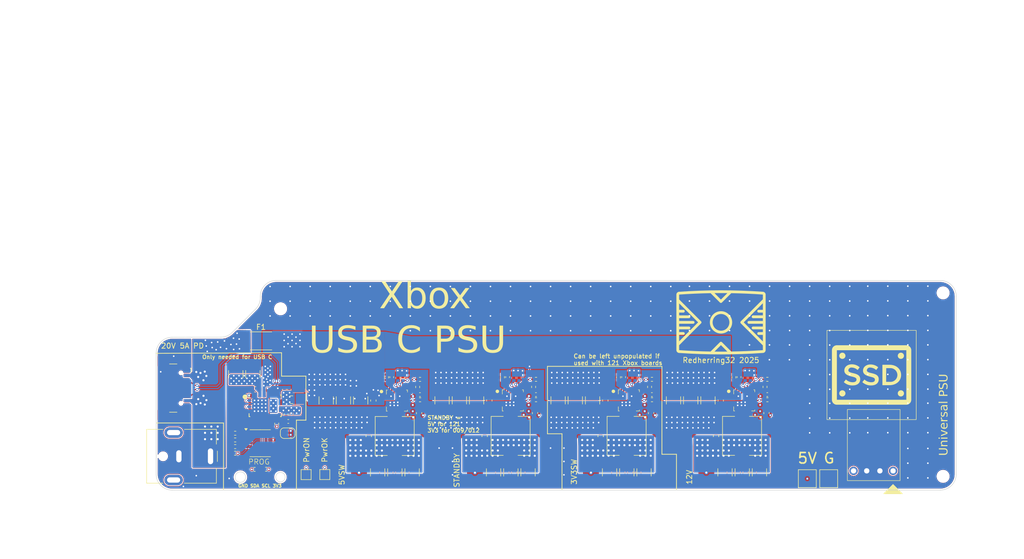
<source format=kicad_pcb>
(kicad_pcb (version 20241229) (generator "pcbnew") (generator_version "9.0")
  (layers (0 "F.Cu" signal) (4 "In1.Cu" signal) (6 "In2.Cu" signal) (2 "B.Cu" signal) (13 "F.Paste" user) (15 "B.Paste" user) (5 "F.SilkS" user "F.Silkscreen") (7 "B.SilkS" user "B.Silkscreen") (1 "F.Mask" user) (3 "B.Mask" user) (25 "Edge.Cuts" user))
  (net 0 "")
  (net 1 "Net-(IC1-BOOT)")
  (net 2 "GND")
  (net 3 "Net-(IC1-SW-Pad30)")
  (net 4 "Net-(IC1-FB)")
  (net 5 "Net-(IC1-MODE2)")
  (net 6 "Net-(IC1-MODE1)")
  (net 7 "Net-(IC1-PHASE)")
  (net 8 "Net-(IC2-BOOT)")
  (net 9 "Net-(IC3-BOOT)")
  (net 10 "/PGOOD")
  (net 11 "/EN")
  (net 12 "Net-(IC2-SW-Pad30)")
  (net 13 "Net-(IC2-FB)")
  (net 14 "Net-(IC2-MODE2)")
  (net 15 "Net-(IC2-MODE1)")
  (net 16 "Net-(IC2-PHASE)")
  (net 17 "Net-(IC3-SW-Pad30)")
  (net 18 "Net-(IC3-FB)")
  (net 19 "Net-(IC3-MODE2)")
  (net 20 "Net-(IC3-MODE1)")
  (net 21 "Net-(IC3-PHASE)")
  (net 22 "/VDD")
  (net 23 "/PP5V")
  (net 24 "/LDO_3V3")
  (net 25 "/LDO_1V5")
  (net 26 "/SDA")
  (net 27 "/3V3")
  (net 28 "/PPHV")
  (net 29 "/SCL")
  (net 30 "Net-(U3-A0)")
  (net 31 "/EEPROM_3V3")
  (net 32 "/~{IRQ}")
  (net 33 "Net-(U3-A1)")
  (net 34 "Net-(U3-A2)")
  (net 35 "Net-(U3-WP)")
  (net 36 "/DRAIN")
  (net 37 "Net-(C19-Pad2)")
  (net 38 "Net-(C20-Pad2)")
  (net 39 "Net-(C22-Pad2)")
  (net 57 "/12V")
  (net 58 "/3V3SB")
  (net 59 "/5VSW")
  (net 60 "Net-(C70-Pad2)")
  (net 61 "Net-(IC4-BOOT)")
  (net 62 "Net-(IC4-PHASE)")
  (net 63 "Net-(IC4-SW-Pad30)")
  (net 64 "Net-(IC4-MODE1)")
  (net 65 "Net-(IC4-MODE2)")
  (net 66 "Net-(IC4-FB)")
  (net 67 "/3V3SW")
  (net 68 "/VBUS-SAFE")
  (net 69 "/VBUS-IN")
  (net 70 "/CCx-")
  (net 71 "/CCx+")
  (footprint "MountingHole:MountingHole_2.2mm_M2" (layer "F.Cu") (at 178.89 90.14)
    (property "Reference" "REF**" (hide yes))
    (property "Value" "MountingHole_2.2mm_M2")
  )
  (footprint "Jumper:SolderJumper-2_P1.3mm_Open_RoundedPad1.0x1.5mm" (layer "F.Cu") (at 54.575 81.937626)
    (property "Reference" "JP1" (hide yes))
    (property "Value" "Jumper_2_Open")
  )
  (footprint "TestPoint:TestPoint_Pad_1.5x1.5mm" (layer "F.Cu") (at 61.61 89.8 -90)
    (property "Reference" "J8" (hide yes))
    (property "Value" "Conn_01x01_Pin")
  )
  (footprint "Capacitor_SMD:C_0603_1608Metric" (layer "F.Cu") (at 101.49 78.13 -90)
    (property "Reference" "C17" (hide yes))
    (property "Value" "4.7uF")
  )
  (footprint "Resistor_SMD:R_0402_1005Metric" (layer "F.Cu") (at 95.31 71.32 90)
    (property "Reference" "R16" (hide yes))
    (property "Value" "2.2R")
  )
  (footprint "Resistor_SMD:R_0402_1005Metric" (layer "F.Cu") (at 123.66 71.72)
    (property "Reference" "R14" (hide yes))
    (property "Value" "45K")
  )
  (footprint "Capacitor_SMD:C_1210_3225Metric" (layer "F.Cu") (at 137.52 89.38 -90)
    (property "Reference" "C73" (hide yes))
    (property "Value" "47uF")
  )
  (footprint "Capacitor_SMD:C_1210_3225Metric" (layer "F.Cu") (at 122.16 89.38 90)
    (property "Reference" "C21" (hide yes))
    (property "Value" "47uF")
  )
  (footprint "Capacitor_SMD:C_1210_3225Metric" (layer "F.Cu") (at 71.63 89.39 -90)
    (property "Reference" "C32" (hide yes))
    (property "Value" "47uF")
  )
  (footprint "Capacitor_SMD:C_1210_3225Metric" (layer "F.Cu") (at 140.79 89.38 -90)
    (property "Reference" "C72" (hide yes))
    (property "Value" "47uF")
  )
  (footprint "Resistor_SMD:R_0402_1005Metric" (layer "F.Cu") (at 44.61 85.752626 180)
    (property "Reference" "R27" (hide yes))
    (property "Value" "10K")
  )
  (footprint "Capacitor_SMD:C_1210_3225Metric" (layer "F.Cu") (at 44.72 70.755 90)
    (property "Reference" "C46" (hide yes))
    (property "Value" "100uF 16V")
  )
  (footprint "Capacitor_SMD:C_0402_1005Metric" (layer "F.Cu") (at 123.65 74.61 180)
    (property "Reference" "C12" (hide yes))
    (property "Value" "1uF")
  )
  (footprint "Fuse:Fuse_2512_6332Metric" (layer "F.Cu") (at 49.51 64.42)
    (property "Reference" "F1")
    (property "Value" "Fuse 5A")
  )
  (footprint "Capacitor_SMD:C_1210_3225Metric" (layer "F.Cu") (at 90.4 75.72 -90)
    (property "Reference" "C2" (hide yes))
    (property "Value" "22uF")
  )
  (footprint "Capacitor_SMD:C_0603_1608Metric" (layer "F.Cu") (at 70.82 75.745 -90)
    (property "Reference" "C13" (hide yes))
    (property "Value" "22uF")
  )
  (footprint "MountingHole:MountingHole_2.2mm_M2" (layer "F.Cu") (at 178.89 55.31)
    (property "Reference" "REF**" (hide yes))
    (property "Value" "MountingHole_2.2mm_M2")
  )
  (footprint "Xbox-Charge:TPS25750D" (layer "F.Cu") (at 50.3 76.745001)
    (property "Reference" "U2" (hide yes))
    (property "Value" "TPS25750")
  )
  (footprint "Capacitor_SMD:C_1210_3225Metric" (layer "F.Cu") (at 131.01 75.71 -90)
    (property "Reference" "C65" (hide yes))
    (property "Value" "22uF")
  )
  (footprint "Inductor_SMD:L_7.3x7.3_H4.5" (layer "F.Cu") (at 140.75 82.45 -90)
    (property "Reference" "L4" (hide yes))
    (property "Value" "820nH")
  )
  (footprint "Capacitor_SMD:C_1210_3225Metric" (layer "F.Cu") (at 134.29 75.715 -90)
    (property "Reference" "C64" (hide yes))
    (property "Value" "22uF")
  )
  (footprint "Resistor_SMD:R_0402_1005Metric" (layer "F.Cu") (at 44.61 84.492626 180)
    (property "Reference" "R26" (hide yes))
    (property "Value" "10K")
  )
  (footprint "Capacitor_SMD:C_0402_1005Metric" (layer "F.Cu") (at 54.86 73.705 90)
    (property "Reference" "C50" (hide yes))
    (property "Value" "0.1uF 50V")
  )
  (footprint "Capacitor_SMD:C_1210_3225Metric" (layer "F.Cu") (at 118.9 89.38 -90)
    (property "Reference" "C24" (hide yes))
    (property "Value" "47uF")
  )
  (footprint "Capacitor_SMD:C_0805_2012Metric" (layer "F.Cu") (at 55.28 75.595)
    (property "Reference" "C47" (hide yes))
    (property "Value" "4.7uF 50V")
  )
  (footprint "Resistor_SMD:R_0402_1005Metric" (layer "F.Cu") (at 145.55 71.72)
    (property "Reference" "R32" (hide yes))
    (property "Value" "190K")
  )
  (footprint "Xbox-PMS:SIC437BEDT1GE3" (layer "F.Cu") (at 119.288 75.718)
    (property "Reference" "IC2" (hide yes))
    (property "Value" "SIC437BED-T1-GE3" (hide yes))
  )
  (footprint "Xbox-Charge:PROG" (layer "F.Cu") (at 47.6 90.282626)
    (property "Reference" "J6" (hide yes))
    (property "Value" "Conn_01x04_Pin")
    (fp_circle (center -2 0) (end -1 0) (stroke (width 0.1)) (fill no) (layer "Edge.Cuts"))
    (fp_circle (center 5.6 0) (end 6.5 0) (stroke (width 0.1)) (fill no) (layer "Edge.Cuts"))
  )
  (footprint "Capacitor_SMD:C_0603_1608Metric" (layer "F.Cu") (at 69.94 82.49 90)
    (property "Reference" "C45" (hide yes))
    (property "Value" "0.1uF")
  )
  (footprint "Resistor_SMD:R_0402_1005Metric" (layer "F.Cu") (at 76.36 71.45 90)
    (property "Reference" "R11" (hide yes))
    (property "Value" "10K")
  )
  (footprint "Xbox-PMS:SIC437BEDT1GE3" (layer "F.Cu") (at 97.279 75.724)
    (property "Reference" "IC1" (hide yes))
    (property "Value" "SIC437BED-T1-GE3")
  )
  (footprint "Xbox-PMS:pad" (layer "F.Cu") (at 112.09 89.43 90)
    (property "Reference" "TP3" (hide yes))
    (property "Value" "TestPoint")
  )
  (footprint "Inductor_SMD:L_7.3x7.3_H4.5" (layer "F.Cu") (at 74.87 82.47 -90)
    (property "Reference" "L3" (hide yes))
    (property "Value" "780nH")
  )
  (footprint "Capacitor_SMD:C_0402_1005Metric" (layer "F.Cu") (at 140.19 71.3 90)
    (property "Reference" "C70" (hide yes))
    (property "Value" "0.1uF")
  )
  (footprint "Capacitor_SMD:C_1210_3225Metric" (layer "F.Cu") (at 68.41 75.72 -90)
    (property "Reference" "C10" (hide yes))
    (property "Value" "22uF")
  )
  (footprint "Capacitor_SMD:C_0603_1608Metric" (layer "F.Cu") (at 135.82 82.48 90)
    (property "Reference" "C78" (hide yes))
    (property "Value" "0.1uF")
  )
  (footprint "Capacitor_SMD:C_1210_3225Metric" (layer "F.Cu") (at 144.05 89.38 90)
    (property "Reference" "C71" (hide yes))
    (property "Value" "47uF")
  )
  (footprint "Resistor_SMD:R_0402_1005Metric" (layer "F.Cu") (at 50.49 88.792626)
    (property "Reference" "R23" (hide yes))
    (property "Value" "2.2K")
  )
  (footprint "Resistor_SMD:R_0402_1005Metric" (layer "F.Cu") (at 101.67 71.72)
    (property "Reference" "R17" (hide yes))
    (property "Value" "45K" (hide yes))
  )
  (footprint "Capacitor_SMD:C_0402_1005Metric" (layer "F.Cu") (at 54.68 79.715)
    (property "Reference" "C60" (hide yes))
    (property "Value" "0.1uF")
  )
  (footprint "Capacitor_SMD:C_0402_1005Metric" (layer "F.Cu") (at 74.31 71.31 90)
    (property "Reference" "C22" (hide yes))
    (property "Value" "0.1uF")
  )
  (footprint "Resistor_SMD:R_0402_1005Metric" (layer "F.Cu") (at 123.22 73.16 -90)
    (property "Reference" "R12" (hide yes))
    (property "Value" "10K")
  )
  (footprint "Capacitor_SMD:C_0402_1005Metric" (layer "F.Cu") (at 53.94 73.705 90)
    (property "Reference" "C48" (hide yes))
    (property "Value" "0.1uF 50V")
  )
  (footprint "Capacitor_SMD:C_0603_1608Metric" (layer "F.Cu") (at 79.5 78.14 -90)
    (property "Reference" "C18" (hide yes))
    (property "Value" "4.7uF")
  )
  (footprint "Resistor_SMD:R_0402_1005Metric" (layer "F.Cu") (at 101.67 75.6)
    (property "Reference" "R2" (hide yes))
    (property "Value" "10K" (hide yes))
  )
  (footprint "Capacitor_SMD:C_1210_3225Metric" (layer "F.Cu") (at 105.86 75.71 -90)
    (property "Reference" "C5" (hide yes))
    (property "Value" "22uF")
  )
  (footprint "Capacitor_SMD:C_0603_1608Metric" (layer "F.Cu") (at 92.82 75.73 -90)
    (property "Reference" "C9" (hide yes))
    (property "Value" "22uF")
  )
  (footprint "Resistor_SMD:R_0402_1005Metric" (layer "F.Cu") (at 52.49 80.165 -90)
    (property "Reference" "R21" (hide yes))
    (property "Value" "10K")
  )
  (footprint "Resistor_SMD:R_0402_1005Metric" (layer "F.Cu") (at 79.67 71.73)
    (property "Reference" "R20" (hide yes))
    (property "Value" "18.7K")
  )
  (footprint "Xbox-PMS:pad" (layer "F.Cu") (at 147.83 89.44 90)
    (property "Reference" "TP10" (hide yes))
    (property "Value" "TestPoint")
  )
  (footprint "Resistor_SMD:R_0402_1005Metric" (layer "F.Cu") (at 117.31 71.33 90)
    (property "Reference" "R13" (hide yes))
    (property "Value" "2.2R")
  )
  (footprint "Capacitor_SMD:C_1210_3225Metric" (layer "F.Cu") (at 127.75 75.715 -90)
    (property "Reference" "C66" (hide yes))
    (property "Value" "22uF")
  )
  (footprint "Resistor_SMD:R_0402_1005Metric" (layer "F.Cu") (at 48.28 88.812626 180)
    (property "Reference" "R22" (hide yes))
    (property "Value" "2.2K")
  )
  (footprint "Capacitor_SMD:C_0603_1608Metric" (layer "F.Cu") (at 114.82 75.74 -90)
    (property "Reference" "C7" (hide yes))
    (property "Value" "22uF")
  )
  (footprint "Capacitor_SMD:C_0402_1005Metric" (layer "F.Cu") (at 101.66 74.61 180)
    (property "Reference" "C14" (hide yes))
    (property "Value" "1uF")
  )
  (footprint "Inductor_SMD:L_7.3x7.3_H4.5" (layer "F.Cu") (at 118.86 82.45 -90)
    (property "Reference" "L1" (hide yes))
    (property "Value" "780nH")
  )
  (footprint "TestPoint:TestPoint_Pad_1.5x1.5mm" (layer "F.Cu") (at 58.07 89.81 -90)
    (property "Reference" "J9" (hide yes))
    (property "Value" "Conn_01x01_Pin")
  )
  (footprint "Resistor_SMD:R_0402_1005Metric" (layer "F.Cu") (at 79.23 73.17 -90)
    (property "Reference" "R18" (hide yes))
    (property "Value" "2.55K")
  )
  (footprint "TestPoint:TestPoint_Pad_3.0x3.0mm" (layer "F.Cu") (at 153.13 90.58)
    (property "Reference" "REF**" (hide yes))
    (property "Value" "TestPoint_Pad_3.0x3.0mm")
  )
  (footprint "Capacitor_SMD:C_1210_3225Metric" (layer "F.Cu") (at 100.16 89.38 90)
    (property "Reference" "C23" (hide yes))
    (property "Value" "47uF" (hide yes))
  )
  (footprint "Xbox-PMS:pad" (layer "F.Cu") (at 90.09 89.44 90)
    (property "Reference" "TP5" (hide yes))
    (property "Value" "TestPoint")
  )
  (footprint "Xbox-PMS:FDD Connector" (layer "F.Cu") (at 169.39 89.085 180)
    (property "Reference" "J7" (hide yes))
    (property "Value" "Conn_01x04_Pin")
  )
  (footprint "Capacitor_SMD:C_0603_1608Metric" (layer "F.Cu") (at 136.71 75.74 -90)
    (property "Reference" "C67" (hide yes))
    (property "Value" "22uF")
  )
  (footprint "Resistor_SMD:R_0402_1005Metric" (layer "F.Cu") (at 44.61 81.952626 180)
    (property "Reference" "R24" (hide yes))
    (property "Value" "10K")
  )
  (footprint "Resistor_SMD:R_0402_1005Metric" (layer "F.Cu") (at 101.22 73.16 -90)
    (property "Reference" "R15" (hide yes))
    (property "Value" "2.55K")
  )
  (footprint "Capacitor_SMD:C_0402_1005Metric" (layer "F.Cu") (at 54.28 78.345 -90)
    (property "Reference" "C61" (hide yes))
    (property "Value" "0.1uF 50V")
  )
  (footprint "Capacitor_SMD:C_0603_1608Metric" (layer "F.Cu") (at 145.39 78.13 -90)
    (property "Reference" "C69" (hide yes))
    (property "Value" "4.7uF")
  )
  (footprint "Capacitor_SMD:C_1210_3225Metric" (layer "F.Cu") (at 109.12 75.71 -90)
    (property "Reference" "C3" (hide yes))
    (property "Value" "22uF")
  )
  (footprint "Xbox-PMS:SIC437BEDT1GE3" (layer "F.Cu") (at 141.169 75.714)
    (property "Reference" "IC4" (hide yes))
    (property "Value" "SIC437BED-T1-GE3")
  )
  (footprint "Xbox-PMS:pad" (layer "F.Cu") (at 68.1 89.44 90)
    (property "Reference" "TP7" (hide yes))
    (property "Value" "TestPoint")
  )
  (footprint "Capacitor_SMD:C_0603_1608Metric" (layer "F.Cu") (at 123.5 78.13 -90)
    (property "Reference" "C15" (hide yes))
    (property "Value" "4.7uF")
  )
  (footprint "Capacitor_SMD:C_1210_3225Metric" (layer "F.Cu") (at 61.87 75.72 -90)
    (property "Reference" "C8" (hide yes))
    (property "Value" "22uF")
  )
  (footprint "Xbox-PMS:pad" (layer "F.Cu") (at 133.98 89.42 90)
    (property "Reference" "TP9" (hide yes))
    (property "Value" "TestPoint")
  )
  (footprint "Capacitor_SMD:C_0402_1005Metric" (layer "F.Cu") (at 118.3 71.3 90)
    (property "Reference" "C19" (hide yes))
    (property "Value" "0.1uF")
  )
  (footprint "Resistor_SMD:R_0402_1005Metric" (layer "F.Cu") (at 44.61 83.222626 180)
    (property "Reference" "R25" (hide yes))
    (property "Value" "10K")
  )
  (footprint "Capacitor_SMD:C_0603_1608Metric" (layer "F.Cu") (at 113.93 82.49 90)
    (property "Reference" "C42" (hide yes))
    (property "Value" "0.1uF")
  )
  (footprint "Inductor_SMD:L_7.3x7.3_H4.5" (layer "F.Cu") (at 96.86 82.45 -90)
    (property "Reference" "L2" (hide yes))
    (property "Value" "820nH")
  )
  (footprint "Capacitor_SMD:C_0603_1608Metric" (layer "F.Cu") (at 48.39 73.605 180)
    (property "Reference" "C53" (hide yes))
    (property "Value" "10uF 16V")
  )
  (footprint "MountingHole:MountingHole_2.2mm_M2" (layer "F.Cu") (at 53.22 58.33)
    (property "Reference" "REF**" (hide yes))
    (property "Value" "MountingHole_2.2mm_M2")
  )
  (footprint "Capacitor_SMD:C_1210_3225Metric" (layer "F.Cu") (at 47.97 70.745 90)
    (property "Reference" "C49" (hide yes))
    (property "Value" "100uF 16V")
  )
  (footprint "Xbox-PMS:pad" (layer "F.Cu") (at 103.94 89.43 90)
    (property "Reference" "TP6" (hide yes))
    (property "Value" "TestPoint")
  )
  (footprint "Xbox-PMS:SIC437BEDT1GE3" (layer "F.Cu") (at 75.291 75.754)
    (property "Reference" "IC3" (hide yes))
    (property "Value" "SIC437BED-T1-GE3")
  )
  (footprint "TestPoint:TestPoint_Pad_3.0x3.0mm" (layer "F.Cu") (at 157.19 90.58)
    (property "Reference" "REF**" (hide yes))
    (property "Value" "TestPoint_Pad_3.0x3.0mm")
  )
  (footprint "Capacitor_SMD:C_0603_1608Metric" (layer "F.Cu") (at 91.93 82.48 90)
    (property "Reference" "C43" (hide yes))
    (property "Value" "0.1uF")
  )
  (footprint "Capacitor_SMD:C_1210_3225Metric" (layer "F.Cu") (at 93.62 89.39 -90)
    (property "Reference" "C28" (hide yes))
    (property "Value" "47uF")
  )
  (footprint "Resistor_SMD:R_0402_1005Metric" (layer "F.Cu") (at 73.32 71.33 90)
    (property "Reference" "R19" (hide yes))
    (property "Value" "2.2R")
  )
  (footprint "Capacitor_SMD:C_1210_3225Metric" (layer "F.Cu") (at 65.14 75.72 -90)
    (property "Reference" "C11" (hide yes))
    (property "Value" "22uF")
  )
  (footprint "Capacitor_SMD:C_0402_1005Metric" (layer "F.Cu") (at 145.54 74.61 180)
    (property "Reference" "C68" (hide yes))
    (property "Value" "1uF")
  )
  (footprint "Capacitor_SMD:C_0201_0603Metric" (layer "F.Cu") (at 52.375 73.825)
    (property "Reference" "C63" (hide yes))
    (property "Value" "330pF 16V")
  )
  (footprint "Capacitor_SMD:C_1210_3225Metric" (layer "F.Cu") (at 112.4 75.72 -90)
    (property "Reference" "C1" (hide yes))
    (property "Value" "22uF")
  )
  (footprint "Capacitor_SMD:C_1210_3225Metric" (layer "F.Cu") (at 96.9 89.39 -90)
    (property "Reference" "C25" (hide yes))
    (property "Value" "47uF")
  )
  (footprint "Xbox-PMS:pad" (layer "F.Cu") (at 125.94 89.44 90)
    (property "Reference" "TP4" (hide yes))
    (property "Value" "TestPoint")
  )
  (footprint "Resistor_SMD:R_0402_1005Metric" (layer "F.Cu") (at 139.2 71.33 90)
    (property "Reference" "R31" (hide yes))
    (property "Value" "2.2R")
  )
  (footprint "Capacitor_SMD:C_1210_3225Metric" (layer "F.Cu") (at 87.14 75.71 -90)
    (property "Reference" "C4" (hide yes))
    (property "Value" "22uF")
  )
  (footprint "Package_SO:SOIC-8_3.9x4.9mm_P1.27mm" (layer "F.Cu") (at 49.36 83.852626)
    (property "Reference" "U3" (hide yes))
    (property "Value" "CAT24C512")
  )
  (footprint "Capacitor_SMD:C_1210_3225Metric" (layer "F.Cu") (at 78.17 89.39 -90)
    (property "Reference" "C29" (hide yes))
    (property "Value" "47uF")
  )
  (footprint "Resistor_SMD:R_0402_1005Metric" (layer "F.Cu") (at 145.11 73.16 -90)
    (property "Reference" "R30" (hide yes))
    (property "Value" "10K")
  )
  (footprint "Connector_USB:USB_C_Receptacle_GCT_USB4110" (layer "F.Cu") (at 31.72 73.38 -90)
    (property "Reference" "J2" (hide yes))
    (property "Value" "USB_C_Receptacle_USB2.0_16P")
  )
  (footprint "Xbox-PMS:pad" (layer "F.Cu") (at 81.95 89.45 90)
    (property "Reference" "TP8" (hide yes))
    (property "Value" "TestPoint")
  )
  (footprint "Resistor_SMD:R_0402_1005Metric" (layer "F.Cu") (at 123.67 75.6)
    (property "Reference" "R1" (hide yes))
    (property "Value" "10K")
  )
  (footprint "Capacitor_SMD:C_0402_1005Metric" (layer "F.Cu") (at 96.3 71.3 90)
    (property "Reference" "C20" (hide yes))
    (property "Value" "0.1uF")
  )
  (footprint "Capacitor_SMD:C_1210_3225Metric" (layer "F.Cu") (at 115.62 89.38 -90)
    (property "Reference" "C27" (hide yes))
    (property "Value" "47uF")
  )
  (footprint "Capacitor_SMD:C_0201_0603Metric" (layer "F.Cu") (at 51.05 73.825 180)
    (property "Reference" "C62" (hide yes))
    (property "Value" "330pF 16V")
  )
  (footprint "Capacitor_SMD:C_1210_3225Metric" (layer "F.Cu") (at 83.85 75.71 -90)
    (property "Reference" "C6" (hide yes))
    (property "Value" "22uF")
  )
  (footprint "Capacitor_SMD:C_0402_1005Metric" (layer "F.Cu") (at 79.66 74.62 180)
    (property "Reference" "C16" (hide yes))
    (property "Value" "1uF")
  )
  (footprint "Resistor_SMD:R_0402_1005Metric" (layer "F.Cu") (at 145.56 75.6)
    (property "Reference" "R10" (hide yes))
    (property "Value" "10K")
  )
  (footprint "Connector_BarrelJack:BarrelJack_CUI_PJ-063AH_Horizontal" (layer "F.Cu") (at 39.93 86.33 -90)
    (property "Reference" "J3" (hide yes))
    (property "Value" "Jack-DC")
  )
  (footprint "Resistor_SMD:R_0402_1005Metric" (layer "F.Cu") (at 79.68 75.61)
    (property "Reference" "R7" (hide yes))
    (property "Value" "10K")
  )
  (footprint "Capacitor_SMD:C_1210_3225Metric" (layer "F.Cu") (at 74.9 89.39 90)
    (property "Reference" "C26" (hide yes))
    (property "Value" "47uF")
  )
  (footprint "Capacitor_SMD:C_0402_1005Metric" (layer "B.Cu") (at 47.79 76.935)
    (property "Reference" "C56" (hide yes))
    (property "Value" "10uF 16V")
  )
  (footprint "Capacitor_SMD:C_0603_1608Metric" (layer "B.Cu") (at 138.41 89.39 -90)
    (property "Reference" "C74" (hide yes))
    (property "Value" "22uF")
  )
  (footprint "Capacitor_SMD:C_0603_1608Metric" (layer "B.Cu") (at 142.96 89.38 -90)
    (property "Reference" "C77" (hide yes))
    (property "Value" "22uF")
  )
  (footprint "Capacitor_SMD:C_0402_1005Metric" (layer "B.Cu") (at 47.79 75.745)
    (property "Reference" "C55" (hide yes))
    (property "Value" "10uF 16V")
  )
  (footprint "Capacitor_SMD:C_0805_2012Metric" (layer "B.Cu") (at 56.34 78.345 -90)
    (property "Reference" "C59" (hide yes))
    (property "Value" "22uF 50V")
  )
  (footprint "Resistor_SMD:R_0402_1005Metric" (layer "B.Cu") (at 98.46 71.44 -90)
    (property "Reference" "R6" (hide yes))
    (property "Value" "499K")
  )
  (footprint "Capacitor_SMD:C_0603_1608Metric" (layer "B.Cu") (at 74.04 89.39 -90)
    (property "Reference" "C35" (hide yes))
    (property "Value" "22uF")
  )
  (footprint "Capacitor_SMD:C_0603_1608Metric" (layer "B.Cu") (at 97.54 89.38 -90)
    (property "Reference" "C34" (hide yes))
    (property "Value" "22uF")
  )
  (footprint "Resistor_SMD:R_0402_1005Metric" (layer "B.Cu") (at 76.47 71.45 -90)
    (property "Reference" "R9" (hide yes))
    (property "Value" "499K")
  )
  (footprint "Capacitor_SMD:C_0402_1005Metric" (layer "B.Cu") (at 53.94 73.705 90)
    (property "Reference" "C54" (hide yes))
    (property "Value" "0.1uF 50V")
  )
  (footprint "Capacitor_SMD:C_0603_1608Metric" (layer "B.Cu") (at 141.43 89.38 -90)
    (property "Reference" "C76" (hide yes))
    (property "Value" "22uF")
  )
  (footprint "Capacitor_SMD:C_0402_1005Metric" (layer "B.Cu") (at 54.86 73.705 90)
    (property "Reference" "C52" (hide yes))
    (property "Value" "0.1uF 50V")
  )
  (footprint "Capacitor_SMD:C_0603_1608Metric" (layer "B.Cu") (at 48.39 73.605 180)
    (property "Reference" "C51" (hide yes))
    (property "Value" "10uF 16V")
  )
  (footprint "Package_SON:WSON-6-1EP_2x2mm_P0.65mm_EP1x1.6mm" (layer "B.Cu") (at 56.59 75.365 180)
    (property "Reference" "U1" (hide yes))
    (property "Value" "TVS2200DRV")
  )
  (footprint "Resistor_SMD:R_0402_1005Metric" (layer "B.Cu") (at 142.35 71.44 -90)
    (property "Reference" "R29" (hide yes))
    (property "Value" "499K")
  )
  (footprint "Capacitor_SMD:C_0603_1608Metric" (layer "B.Cu") (at 119.54 89.38 -90)
    (property "Reference" "C33" (hide yes))
    (property "Value" "22uF")
  )
  (footprint "Capacitor_SMD:C_0603_1608Metric" (layer "B.Cu") (at 121.07 89.38 -90)
    (property "Reference" "C30" (hide yes))
    (property "Value" "22uF")
  )
  (footprint "Capacitor_SMD:C_0603_1608Metric" (layer "B.Cu") (at 77.08 89.39 -90)
    (property "Reference" "C38" (hide yes))
    (property "Value" "22uF")
  )
  (footprint "Capacitor_SMD:C_0603_1608Metric" (layer "B.Cu") (at 94.51 89.38 -90)
    (property "Reference" "C40" (hide yes))
    (property "Value" "22uF")
  )
  (footprint "Capacitor_SMD:C_0603_1608Metric" (layer "B.Cu") (at 99.08 89.38 -90)
    (property "Reference" "C31" (hide yes))
    (property "Value" "22uF")
  )
  (footprint "Capacitor_SMD:C_0603_1608Metric" (layer "B.Cu") (at 96.03 89.38 -90)
    (property "Reference" "C37" (hide yes))
    (property "Value" "22uF")
  )
  (footprint "Capacitor_SMD:C_0603_1608Metric" (layer "B.Cu") (at 75.55 89.39 -90)
    (property "Reference" "C44" (hide yes))
    (property "Value" "22uF")
  )
  (footprint "Capacitor_SMD:C_0603_1608Metric" (layer "B.Cu") (at 72.52 89.39 -90)
    (property "Reference" "C41" (hide yes))
    (property "Value" "22uF")
  )
  (footprint "Capacitor_SMD:C_0603_1608Metric" (layer "B.Cu") (at 118.03 89.38 -90)
    (property "Reference" "C36" (hide yes))
    (property "Value" "22uF")
  )
  (footprint "Capacitor_SMD:C_0805_2012Metric" (layer "B.Cu") (at 54.28 78.345 -90)
    (property "Reference" "C58" (hide yes))
    (property "Value" "22uF 50V")
  )
  (footprint "Capacitor_SMD:C_0402_1005Metric" (layer "B.Cu") (at 46.76 74.765 180)
    (property "Reference" "C57" (hide yes))
    (property "Value" "10uF 16V")
  )
  (footprint "Resistor_SMD:R_0402_1005Metric" (layer "B.Cu") (at 141.34 71.44 90)
    (property "Reference" "R28" (hide yes))
    (property "Value" "100K")
  )
  (footprint "Resistor_SMD:R_0402_1005Metric" (layer "B.Cu") (at 120.46 71.44 -90)
    (property "Reference" "R4" (hide yes))
    (property "Value" "499K")
  )
  (footprint "Resistor_SMD:R_0402_1005Metric" (layer "B.Cu") (at 75.46 71.45 90)
    (property "Reference" "R8" (hide yes))
    (property "Value" "100K")
  )
  (footprint "Capacitor_SMD:C_0603_1608Metric" (layer "B.Cu") (at 116.52 89.39 -90)
    (property "Reference" "C39" (hide yes))
    (property "Value" "22uF")
  )
  (footprint "Capacitor_SMD:C_0603_1608Metric" (layer "B.Cu") (at 139.92 89.38 -90)
    (property "Reference" "C75" (hide yes))
    (property "Value" "22uF")
  )
  (footprint "Resistor_SMD:R_0402_1005Metric" (layer "B.Cu") (at 119.45 71.44 90)
    (property "Reference" "R3" (hide yes))
    (property "Value" "100K")
  )
  (footprint "Resistor_SMD:R_0402_1005Metric" (layer "B.Cu") (at 97.45 71.44 90)
    (property "Reference" "R5" (hide yes))
    (property "Value" "100K")
  )
  (gr_line (start 56.22 79.47) (end 58.02 79.47) (stroke (width 0.15)) (layer "F.SilkS"))
  (gr_line (start 106.6 82.06) (end 103.84 82.06) (stroke (width 0.15)) (layer "F.SilkS"))
  (gr_line (start 42.39 80) (end 29.65 80) (stroke (width 0.15)) (layer "F.SilkS"))
  (gr_poly (pts (xy 161.665935 68.867875) (xy 161.768848 68.873536) (xy 161.871023 68.884071) (xy 161.972299 68.899416) (xy 162.072511 68.91951) (xy 162.171499 68.944292) (xy 162.269099 68.973699) (xy 162.365149 69.007669) (xy 162.459485 69.046141) (xy 162.551946 69.089053) (xy 162.64237 69.136343) (xy 162.730592 69.187949) (xy 162.816452 69.243809) (xy 162.899785 69.303861) (xy 162.980431 69.368044) (xy 163.058225 69.436295) (xy 162.677225 69.953703) (xy 162.619358 69.901518) (xy 162.559421 69.852161) (xy 162.49752 69.805679) (xy 162.433761 69.762115) (xy 162.36825 69.721514) (xy 162.301094 69.683922) (xy 162.2324 69.649383) (xy 162.162273 69.617942) (xy 162.09082 69.589645) (xy 162.018147 69.564535) (xy 161.94436 69.542657) (xy 161.869566 69.524058) (xy 161.793872 69.508781) (xy 161.717383 69.496871) (xy 161.640206 69.488373) (xy 161.562447 69.483333) (xy 161.5331 69.480642) (xy 161.503952 69.479415) (xy 161.47504 69.479622) (xy 161.446404 69.481234) (xy 161.418083 69.48422) (xy 161.390114 69.488552) (xy 161.362536 69.494201) (xy 161.335388 69.501136) (xy 161.308709 69.509329) (xy 161.282538 69.518751) (xy 161.256912 69.52937) (xy 161.231871 69.54116) (xy 161.207454 69.554089) (xy 161.183698 69.568128) (xy 161.160643 69.583249) (xy 161.138327 69.599421) (xy 161.116789 69.616616) (xy 161.096067 69.634804) (xy 161.076201 69.653955) (xy 161.057228 69.67404) (xy 161.039188 69.69503) (xy 161.022119 69.716895) (xy 161.006059 69.739607) (xy 160.991048 69.763134) (xy 160.977124 69.787449) (xy 160.964326 69.812521) (xy 160.952691 69.838322) (xy 160.94226 69.864822) (xy 160.93307 69.891991) (xy 160.92516 69.9198) (xy 160.91857 69.94822) (xy 160.913336 69.977221) (xy 160.916709 70.033998) (xy 160.920937 70.060713) (xy 160.926869 70.086371) (xy 160.934513 70.111012) (xy 160.943877 70.134679) (xy 160.954969 70.157414) (xy 160.967796 70.17926) (xy 160.982367 70.200258) (xy 160.998688 70.22045) (xy 161.036616 70.258589) (xy 161.081639 70.294012) (xy 161.133822 70.327059) (xy 161.193226 70.358066) (xy 161.259913 70.387371) (xy 161.333944 70.415312) (xy 161.415383 70.442226) (xy 161.504291 70.468452) (xy 161.600729 70.494325) (xy 161.816447 70.546369) (xy 161.964933 70.581635) (xy 162.106736 70.619029) (xy 162.241455 70.659138) (xy 162.368691 70.702547) (xy 162.488046 70.749843) (xy 162.544642 70.775131) (xy 162.599118 70.80161) (xy 162.651423 70.829353) (xy 162.701508 70.858434) (xy 162.749323 70.888926) (xy 162.794817 70.920902) (xy 162.837942 70.954435) (xy 162.878646 70.989598) (xy 162.91688 71.026465) (xy 162.952594 71.065109) (xy 162.985737 71.105603) (xy 163.016261 71.14802) (xy 163.044115 71.192433) (xy 163.069249 71.238916) (xy 163.091613 71.287542) (xy 163.111158 71.338384) (xy 163.127832 71.391515) (xy 163.141587 71.447009) (xy 163.152372 71.504939) (xy 163.160138 71.565377) (xy 163.164834 71.628397) (xy 163.16641 71.694073) (xy 163.164897 71.760377) (xy 163.16037 71.825207) (xy 163.152845 71.888521) (xy 163.14234 71.950278) (xy 163.128873 72.010436) (xy 163.11246 72.068955) (xy 163.093119 72.125792) (xy 163.070866 72.180906) (xy 163.04572 72.234257) (xy 163.017697 72.285803) (xy 162.986814 72.335502) (xy 162.95309 72.383313) (xy 162.91654 72.429194) (xy 162.877183 72.473106) (xy 162.835035 72.515005) (xy 162.790114 72.554851) (xy 162.742437 72.592602) (xy 162.69202 72.628218) (xy 162.638883 72.661656) (xy 162.583041 72.692875) (xy 162.524511 72.721835) (xy 162.463312 72.748493) (xy 162.39946 72.772808) (xy 162.332973 72.79474) (xy 162.263867 72.814246) (xy 162.19216 72.831285) (xy 162.117869 72.845817) (xy 162.041012 72.857799) (xy 161.879667 72.873949) (xy 161.708262 72.879406) (xy 161.593584 72.879185) (xy 161.479533 72.873411) (xy 161.366295 72.862155) (xy 161.254056 72.845488) (xy 161.143001 72.82348) (xy 161.033315 72.796203) (xy 160.925183 72.763726) (xy 160.818792 72.72612) (xy 160.714326 72.683457) (xy 160.611972 72.635805) (xy 160.511913 72.583237) (xy 160.414337 72.525822) (xy 160.319428 72.463631) (xy 160.227371 72.396736) (xy 160.138353 72.325205) (xy 160.052558 72.24911) (xy 160.457077 71.750518) (xy 160.522795 71.810512) (xy 160.590999 71.867114) (xy 160.661556 71.920269) (xy 160.734332 71.969923) (xy 160.809191 72.016021) (xy 160.886 72.058507) (xy 160.964624 72.097326) (xy 161.044929 72.132424) (xy 161.126782 72.163745) (xy 161.210046 72.191234) (xy 161.294589 72.214837) (xy 161.380277 72.234499) (xy 161.466974 72.250164) (xy 161.554546 72.261777) (xy 161.64286 72.269284) (xy 161.731781 72.272629) (xy 161.776084 72.272066) (xy 161.819033 72.270385) (xy 161.860625 72.267598) (xy 161.900857 72.263718) (xy 161.939724 72.258755) (xy 161.977223 72.252723) (xy 162.013351 72.245633) (xy 162.048105 72.237498) (xy 162.08148 72.228329) (xy 162.113474 72.218139) (xy 162.144083 72.206939) (xy 162.173304 72.194742) (xy 162.201133 72.18156) (xy 162.227567 72.167404) (xy 162.252601 72.152287) (xy 162.276234 72.136221) (xy 162.298461 72.119218) (xy 162.31928 72.10129) (xy 162.338685 72.082449) (xy 162.356675 72.062707) (xy 162.373245 72.042077) (xy 162.388393 72.020569) (xy 162.402114 71.998197) (xy 162.414406 71.974972) (xy 162.425264 71.950907) (xy 162.434686 71.926013) (xy 162.442667 71.900303) (xy 162.449206 71.873788) (xy 162.454297 71.84648) (xy 162.457938 71.818393) (xy 162.460125 71.789537) (xy 162.460855 71.759925) (xy 162.457586 71.702373) (xy 162.453483 71.675343) (xy 162.447717 71.649416) (xy 162.440277 71.624547) (xy 162.431151 71.60069) (xy 162.420326 71.577799) (xy 162.407791 71.555829) (xy 162.393533 71.534734) (xy 162.377541 71.514468) (xy 162.340304 71.476243) (xy 162.295984 71.440787) (xy 162.244484 71.407736) (xy 162.185709 71.376724) (xy 162.119561 71.347387) (xy 162.045944 71.319359) (xy 161.964761 71.292275) (xy 161.875917 71.265769) (xy 161.779314 71.239477) (xy 161.562447 71.186074) (xy 161.411724 71.14962) (xy 161.266831 71.11052) (xy 161.128303 71.068334) (xy 160.99668 71.02262) (xy 160.872498 70.972937) (xy 160.813366 70.946469) (xy 160.756295 70.918844) (xy 160.701354 70.890007) (xy 160.648608 70.859901) (xy 160.598126 70.828473) (xy 160.549975 70.795666) (xy 160.504222 70.761427) (xy 160.460933 70.725699) (xy 160.420177 70.688427) (xy 160.38202 70.649557) (xy 160.346529 70.609034) (xy 160.313772 70.566802) (xy 160.283816 70.522806) (xy 160.256729 70.47699) (xy 160.232576 70.429301) (xy 160.211426 70.379683) (xy 160.193345 70.32808) (xy 160.178401 70.274437) (xy 160.166661 70.2187) (xy 160.158192 70.160813) (xy 160.153061 70.100722) (xy 160.151336 70.03837) (xy 160.153061 69.975417) (xy 160.158192 69.913596) (xy 160.166661 69.852963) (xy 160.178401 69.793575) (xy 160.193345 69.73549) (xy 160.211426 69.678764) (xy 160.232576 69.623454) (xy 160.256729 69.569617) (xy 160.283816 69.517309) (xy 160.313772 69.466587) (xy 160.346529 69.417509) (xy 160.38202 69.370132) (xy 160.420177 69.324511) (xy 160.460933 69.280704) (xy 160.504222 69.238768) (xy 160.549975 69.198759) (xy 160.598126 69.160734) (xy 160.648608 69.124751) (xy 160.701354 69.090866) (xy 160.756295 69.059136) (xy 160.813366 69.029618) (xy 160.872498 69.002368) (xy 160.933625 68.977443) (xy 160.99668 68.954901) (xy 161.061595 68.934798) (xy 161.128303 68.917191) (xy 161.196738 68.902137) (xy 161.266831 68.889693) (xy 161.338515 68.879915) (xy 161.411724 68.87286) (xy 161.486391 68.868586) (xy 161.562447 68.867148)) (stroke (width -0.000001)) (fill yes) (layer "F.SilkS"))
  (gr_line (start 125.55 69.26) (end 125.55 85.95) (stroke (width 0.15)) (layer "F.SilkS"))
  (gr_line (start 53.41 71.11) (end 53.41 66.68) (stroke (width 0.15)) (layer "F.SilkS"))
  (gr_poly (pts (xy 165.210048 68.89572) (xy 165.310533 68.900794) (xy 165.410342 68.910536) (xy 165.509322 68.924891) (xy 165.607319 68.9438) (xy 165.704179 68.967208) (xy 165.799751 68.995059) (xy 165.89388 69.027295) (xy 165.986414 69.063861) (xy 166.077198 69.104699) (xy 166.166081 69.149754) (xy 166.252907 69.198969) (xy 166.337525 69.252287) (xy 166.419781 69.309651) (xy 166.499522 69.371006) (xy 166.576594 69.436295) (xy 166.195595 69.953703) (xy 166.137728 69.901518) (xy 166.077791 69.852161) (xy 166.01589 69.805679) (xy 165.952131 69.762115) (xy 165.88662 69.721514) (xy 165.819464 69.683922) (xy 165.75077 69.649383) (xy 165.680643 69.617943) (xy 165.60919 69.589645) (xy 165.536517 69.564535) (xy 165.46273 69.542658) (xy 165.387936 69.524058) (xy 165.312242 69.508781) (xy 165.235753 69.496871) (xy 165.158575 69.488373) (xy 165.080816 69.483333) (xy 165.051143 69.480147) (xy 165.021654 69.478464) (xy 164.99239 69.478254) (xy 164.963391 69.479487) (xy 164.934697 69.482132) (xy 164.906349 69.486159) (xy 164.878386 69.491538) (xy 164.850849 69.49824) (xy 164.823779 69.506233) (xy 164.797214 69.515487) (xy 164.771197 69.525973) (xy 164.745766 69.53766) (xy 164.720962 69.550519) (xy 164.696825 69.564518) (xy 164.673395 69.579628) (xy 164.650713 69.595819) (xy 164.628819 69.61306) (xy 164.607754 69.631321) (xy 164.587556 69.650573) (xy 164.568267 69.670784) (xy 164.549926 69.691926) (xy 164.532575 69.713967) (xy 164.516253 69.736877) (xy 164.501 69.760627) (xy 164.486856 69.785186) (xy 164.473863 69.810524) (xy 164.462059 69.836611) (xy 164.451486 69.863416) (xy 164.442183 69.89091) (xy 164.43419 69.919062) (xy 164.427549 69.947843) (xy 164.422299 69.977221) (xy 164.425671 70.033998) (xy 164.429899 70.060714) (xy 164.435831 70.086371) (xy 164.443475 70.111012) (xy 164.452839 70.13468) (xy 164.463931 70.157415) (xy 164.476759 70.17926) (xy 164.491329 70.200258) (xy 164.507651 70.220451) (xy 164.545578 70.258589) (xy 164.590602 70.294013) (xy 164.642785 70.32706) (xy 164.702189 70.358067) (xy 164.768876 70.387372) (xy 164.842907 70.415313) (xy 164.924346 70.442227) (xy 165.013254 70.468452) (xy 165.109692 70.494326) (xy 165.32541 70.54637) (xy 165.474724 70.581635) (xy 165.617251 70.619029) (xy 165.752598 70.659138) (xy 165.880374 70.702547) (xy 166.000184 70.749843) (xy 166.056979 70.775131) (xy 166.111636 70.80161) (xy 166.164105 70.829353) (xy 166.214338 70.858434) (xy 166.262284 70.888926) (xy 166.307896 70.920902) (xy 166.351124 70.954435) (xy 166.391919 70.989598) (xy 166.430231 71.026465) (xy 166.466012 71.065109) (xy 166.499213 71.105603) (xy 166.529785 71.14802) (xy 166.557677 71.192433) (xy 166.582843 71.238916) (xy 166.605231 71.287542) (xy 166.624794 71.338384) (xy 166.641481 71.391515) (xy 166.655245 71.447009) (xy 166.666035 71.504939) (xy 166.673803 71.565377) (xy 166.6785 71.628397) (xy 166.680077 71.694073) (xy 166.678564 71.760377) (xy 166.674037 71.825207) (xy 166.666512 71.888521) (xy 166.656007 71.950278) (xy 166.64254 72.010436) (xy 166.626127 72.068955) (xy 166.606785 72.125792) (xy 166.584533 72.180906) (xy 166.559387 72.234257) (xy 166.531364 72.285803) (xy 166.500481 72.335502) (xy 166.466757 72.383313) (xy 166.430207 72.429194) (xy 166.39085 72.473106) (xy 166.348702 72.515005) (xy 166.303781 72.554851) (xy 166.256103 72.592602) (xy 166.205687 72.628218) (xy 166.152549 72.661656) (xy 166.096707 72.692875) (xy 166.038178 72.721835) (xy 165.976979 72.748493) (xy 165.913127 72.772808) (xy 165.846639 72.79474) (xy 165.777534 72.814246) (xy 165.705827 72.831285) (xy 165.631536 72.845817) (xy 165.554679 72.857799) (xy 165.393334 72.873949) (xy 165.221929 72.879406) (xy 165.107251 72.879185) (xy 164.9932 72.873411) (xy 164.879963 72.862155) (xy 164.767723 72.845488) (xy 164.656668 72.82348) (xy 164.546982 72.796203) (xy 164.43885 72.763726) (xy 164.332459 72.72612) (xy 164.227993 72.683457) (xy 164.125638 72.635805) (xy 164.02558 72.583237) (xy 163.928004 72.525822) (xy 163.833094 72.463631) (xy 163.741038 72.396736) (xy 163.65202 72.325205) (xy 163.566225 72.24911) (xy 163.970744 71.750518) (xy 164.036461 71.810512) (xy 164.104666 71.867114) (xy 164.175223 71.920269) (xy 164.247998 71.969923) (xy 164.322857 72.016021) (xy 164.399666 72.058507) (xy 164.478291 72.097326) (xy 164.558596 72.132424) (xy 164.640448 72.163745) (xy 164.723713 72.191234) (xy 164.808256 72.214837) (xy 164.893943 72.234499) (xy 164.98064 72.250164) (xy 165.068212 72.261777) (xy 165.156526 72.269284) (xy 165.245447 72.272629) (xy 165.289696 72.272147) (xy 165.332488 72.270702) (xy 165.373827 72.268296) (xy 165.413714 72.26493) (xy 165.452155 72.260607) (xy 165.489153 72.255328) (xy 165.52471 72.249094) (xy 165.558831 72.241908) (xy 165.591518 72.233771) (xy 165.622776 72.224685) (xy 165.652608 72.214651) (xy 165.681017 72.203672) (xy 165.708006 72.191749) (xy 165.733579 72.178883) (xy 165.75774 72.165077) (xy 165.780492 72.150332) (xy 165.801839 72.134651) (xy 165.821783 72.118033) (xy 165.840328 72.100483) (xy 165.857478 72.082) (xy 165.873237 72.062587) (xy 165.887607 72.042246) (xy 165.900592 72.020978) (xy 165.912195 71.998785) (xy 165.922421 71.975668) (xy 165.931272 71.951631) (xy 165.938752 71.926673) (xy 165.944864 71.900797) (xy 165.949612 71.874005) (xy 165.952999 71.846298) (xy 165.955029 71.817678) (xy 165.955704 71.788147) (xy 165.952436 71.730595) (xy 165.948333 71.703565) (xy 165.942567 71.677638) (xy 165.935127 71.652769) (xy 165.926001 71.628912) (xy 165.915176 71.606021) (xy 165.902641 71.584051) (xy 165.888383 71.562956) (xy 165.872391 71.54269) (xy 165.835154 71.504465) (xy 165.790834 71.469009) (xy 165.739334 71.435958) (xy 165.680559 71.404946) (xy 165.614411 71.375609) (xy 165.540793 71.347581) (xy 165.459611 71.320497) (xy 165.370767 71.293991) (xy 165.274164 71.2677) (xy 165.057297 71.214296) (xy 164.910256 71.174742) (xy 164.769306 71.133341) (xy 164.634915 71.089569) (xy 164.507552 71.042904) (xy 164.387686 70.992822) (xy 164.275785 70.938798) (xy 164.222967 70.910145) (xy 164.172317 70.88031) (xy 164.123892 70.849228) (xy 164.077751 70.816833) (xy 164.033953 70.78306) (xy 163.992556 70.747844) (xy 163.953619 70.711118) (xy 163.917201 70.672819) (xy 163.883359 70.632879) (xy 163.852153 70.591234) (xy 163.823641 70.547818) (xy 163.797881 70.502567) (xy 163.774933 70.455413) (xy 163.754854 70.406292) (xy 163.737704 70.355139) (xy 163.72354 70.301888) (xy 163.712423 70.246473) (xy 163.704409 70.188829) (xy 163.699557 70.12889) (xy 163.697927 70.066592) (xy 163.699666 70.003639) (xy 163.704835 69.941818) (xy 163.713364 69.881185) (xy 163.725185 69.821797) (xy 163.740227 69.763712) (xy 163.75842 69.706986) (xy 163.779695 69.651676) (xy 163.803981 69.597839) (xy 163.83121 69.545531) (xy 163.861311 69.49481) (xy 163.894215 69.445732) (xy 163.929851 69.398354) (xy 163.968151 69.352733) (xy 164.009044 69.308926) (xy 164.05246 69.26699) (xy 164.09833 69.226981) (xy 164.146585 69.188957) (xy 164.197153 69.152974) (xy 164.249966 69.119089) (xy 164.304954 69.087358) (xy 164.362046 69.05784) (xy 164.421174 69.03059) (xy 164.482267 69.005666) (xy 164.545256 68.983124) (xy 164.610071 68.963021) (xy 164.676642 68.945414) (xy 164.744899 68.930359) (xy 164.814773 68.917915) (xy 164.886194 68.908137) (xy 164.959092 68.901082) (xy 165.033397 68.896808) (xy 165.109039 68.89537)) (stroke (width -0.000001)) (fill yes) (layer "F.SilkS"))
  (gr_poly (pts (xy 136.871118 58.788605) (xy 136.978461 58.796793) (xy 137.084262 58.810277) (xy 137.188385 58.828923) (xy 137.290698 58.852595) (xy 137.391067 58.881162) (xy 137.489356 58.914487) (xy 137.585432 58.952437) (xy 137.679162 58.994879) (xy 137.770411 59.041679) (xy 137.859045 59.092701) (xy 137.944929 59.147813) (xy 138.027931 59.20688) (xy 138.107916 59.269768) (xy 138.18475 59.336343) (xy 138.258298 59.406472) (xy 138.328428 59.48002) (xy 138.395004 59.556853) (xy 138.457893 59.636837) (xy 138.516961 59.719839) (xy 138.572074 59.805723) (xy 138.623097 59.894357) (xy 138.669898 59.985606) (xy 138.712341 60.079336) (xy 138.750292 60.175413) (xy 138.783618 60.273704) (xy 138.812185 60.374073) (xy 138.835859 60.476388) (xy 138.854505 60.580513) (xy 138.867989 60.686316) (xy 138.876178 60.793662) (xy 138.878937 60.902417) (xy 138.876178 61.011172) (xy 138.867989 61.118518) (xy 138.854505 61.224321) (xy 138.83586 61.328446) (xy 138.812187 61.430761) (xy 138.783621 61.53113) (xy 138.750296 61.629421) (xy 138.712345 61.725498) (xy 138.669903 61.819228) (xy 138.623104 61.910477) (xy 138.572082 61.999111) (xy 138.51697 62.084995) (xy 138.457903 62.167997) (xy 138.395015 62.247981) (xy 138.328439 62.324814) (xy 138.258311 62.398362) (xy 138.184763 62.468491) (xy 138.10793 62.535066) (xy 138.027946 62.597954) (xy 137.944944 62.657021) (xy 137.859059 62.712133) (xy 137.770426 62.763155) (xy 137.679177 62.809955) (xy 137.585447 62.852396) (xy 137.489369 62.890347) (xy 137.391079 62.923672) (xy 137.29071 62.952238) (xy 137.188395 62.975911) (xy 137.084269 62.994557) (xy 136.978467 63.008041) (xy 136.871121 63.016229) (xy 136.762366 63.018989) (xy 136.653611 63.016229) (xy 136.546265 63.008041) (xy 136.440462 62.994557) (xy 136.336337 62.975911) (xy 136.234022 62.952238) (xy 136.133652 62.923672) (xy 136.035362 62.890347) (xy 135.939285 62.852396) (xy 135.845555 62.809955) (xy 135.754306 62.763155) (xy 135.665672 62.712133) (xy 135.579787 62.657021) (xy 135.496786 62.597954) (xy 135.416802 62.535066) (xy 135.339969 62.468491) (xy 135.266421 62.398362) (xy 135.196292 62.324814) (xy 135.129717 62.247981) (xy 135.066828 62.167997) (xy 135.007761 62.084995) (xy 134.95265 61.999111) (xy 134.901627 61.910477) (xy 134.854828 61.819228) (xy 134.812386 61.725498) (xy 134.774436 61.629421) (xy 134.74111 61.53113) (xy 134.712544 61.430761) (xy 134.688872 61.328446) (xy 134.670226 61.224321) (xy 134.656742 61.118518) (xy 134.648553 61.011172) (xy 134.645794 60.902417) (xy 135.174937 60.902417) (xy 135.177007 60.983982) (xy 135.183148 61.06449) (xy 135.193262 61.143841) (xy 135.207246 61.221934) (xy 135.225001 61.298669) (xy 135.246426 61.373946) (xy 135.27142 61.447663) (xy 135.299884 61.519721) (xy 135.331716 61.590018) (xy 135.366815 61.658454) (xy 135.405083 61.72493) (xy 135.446417 61.789343) (xy 135.490718 61.851595) (xy 135.537884 61.911583) (xy 135.587816 61.969208) (xy 135.640413 62.024369) (xy 135.695575 62.076966) (xy 135.7532 62.126898) (xy 135.813188 62.174065) (xy 135.875439 62.218366) (xy 135.939853 62.2597) (xy 136.006328 62.297967) (xy 136.074765 62.333067) (xy 136.145062 62.364899) (xy 136.21712 62.393363) (xy 136.290837 62.418357) (xy 136.366113 62.439782) (xy 136.442849 62.457537) (xy 136.520942 62.471521) (xy 136.600293 62.481634) (xy 136.680801 62.487776) (xy 136.762366 62.489846) (xy 136.84393 62.487776) (xy 136.924439 62.481634) (xy 137.00379 62.471521) (xy 137.081883 62.457537) (xy 137.158618 62.439782) (xy 137.233894 62.418357) (xy 137.307612 62.393363) (xy 137.379669 62.364899) (xy 137.449967 62.333067) (xy 137.518403 62.297967) (xy 137.584879 62.2597) (xy 137.649292 62.218366) (xy 137.711543 62.174065) (xy 137.771532 62.126898) (xy 137.829157 62.076966) (xy 137.884318 62.024369) (xy 137.936915 61.969208) (xy 137.986847 61.911583) (xy 138.034014 61.851595) (xy 138.078314 61.789343) (xy 138.119649 61.72493) (xy 138.157916 61.658454) (xy 138.193016 61.590018) (xy 138.224848 61.519721) (xy 138.253311 61.447663) (xy 138.278306 61.373946) (xy 138.299731 61.298669) (xy 138.317486 61.221934) (xy 138.33147 61.143841) (xy 138.341583 61.06449) (xy 138.347725 60.983982) (xy 138.349794 60.902417) (xy 138.347725 60.820852) (xy 138.341583 60.740344) (xy 138.33147 60.660993) (xy 138.317486 60.5829) (xy 138.299731 60.506165) (xy 138.278306 60.430888) (xy 138.253311 60.357171) (xy 138.224848 60.285113) (xy 138.193016 60.214816) (xy 138.157916 60.14638) (xy 138.119649 60.079904) (xy 138.078314 60.015491) (xy 138.034014 59.953239) (xy 137.986847 59.893251) (xy 137.936915 59.835626) (xy 137.884318 59.780465) (xy 137.829157 59.727868) (xy 137.771532 59.677936) (xy 137.711543 59.630769) (xy 137.649292 59.586468) (xy 137.584879 59.545134) (xy 137.518403 59.506867) (xy 137.449967 59.471767) (xy 137.379669 59.439935) (xy 137.307612 59.411471) (xy 137.233894 59.386477) (xy 137.158618 59.365052) (xy 137.081883 59.347297) (xy 137.00379 59.333313) (xy 136.924439 59.3232) (xy 136.84393 59.317058) (xy 136.762366 59.314988) (xy 136.680801 59.317058) (xy 136.600293 59.3232) (xy 136.520942 59.333313) (xy 136.442849 59.347297) (xy 136.366113 59.365052) (xy 136.290837 59.386477) (xy 136.21712 59.411471) (xy 136.145062 59.439935) (xy 136.074765 59.471767) (xy 136.006328 59.506867) (xy 135.939853 59.545134) (xy 135.875439 59.586468) (xy 135.813188 59.630769) (xy 135.7532 59.677935) (xy 135.695575 59.727867) (xy 135.640413 59.780464) (xy 135.587816 59.835626) (xy 135.537884 59.893251) (xy 135.490718 59.953239) (xy 135.446417 60.01549) (xy 135.405083 60.079904) (xy 135.366815 60.146379) (xy 135.331716 60.214816) (xy 135.299884 60.285113) (xy 135.27142 60.357171) (xy 135.246426 60.430888) (xy 135.225001 60.506165) (xy 135.207246 60.5829) (xy 135.193262 60.660993) (xy 135.183148 60.740344) (xy 135.177007 60.820852) (xy 135.174937 60.902417) (xy 134.645794 60.902417) (xy 134.648553 60.793662) (xy 134.656742 60.686316) (xy 134.670226 60.580513) (xy 134.688872 60.476388) (xy 134.712544 60.374073) (xy 134.74111 60.273704) (xy 134.774436 60.175413) (xy 134.812386 60.079336) (xy 134.854828 59.985606) (xy 134.901627 59.894357) (xy 134.95265 59.805723) (xy 135.007761 59.719839) (xy 135.066828 59.636837) (xy 135.129717 59.556853) (xy 135.196292 59.48002) (xy 135.266421 59.406472) (xy 135.339969 59.336343) (xy 135.416802 59.269768) (xy 135.496786 59.20688) (xy 135.579787 59.147813) (xy 135.665672 59.092701) (xy 135.754306 59.041679) (xy 135.845555 58.994879) (xy 135.939285 58.952437) (xy 136.035362 58.914487) (xy 136.133652 58.881162) (xy 136.234022 58.852595) (xy 136.336337 58.828923) (xy 136.440462 58.810277) (xy 136.546265 58.796793) (xy 136.653611 58.788605) (xy 136.762366 58.785845)) (stroke (width -0.000001)) (fill yes) (layer "F.SilkS"))
  (gr_poly (pts (xy 173.792077 79.361111) (xy 156.858744 79.361111) (xy 156.858744 62.427778) (xy 173.792077 62.427778)) (stroke (width 0.1)) (fill no) (layer "F.SilkS"))
  (gr_poly (pts (xy 171.957243 65.251156) (xy 172.003575 65.254603) (xy 172.049514 65.26031) (xy 172.094981 65.268243) (xy 172.139901 65.278372) (xy 172.184196 65.290664) (xy 172.227788 65.305087) (xy 172.270601 65.32161) (xy 172.312558 65.3402) (xy 172.353581 65.360825) (xy 172.393594 65.383455) (xy 172.432519 65.408055) (xy 172.470279 65.434596) (xy 172.506797 65.463044) (xy 172.541997 65.493368) (xy 172.5758 65.525536) (xy 172.607968 65.55934) (xy 172.638292 65.594539) (xy 172.66674 65.631057) (xy 172.69328 65.668817) (xy 172.717881 65.707742) (xy 172.74051 65.747755) (xy 172.761136 65.788778) (xy 172.779726 65.830735) (xy 172.796249 65.873548) (xy 172.810672 65.91714) (xy 172.822964 65.961435) (xy 172.833092 66.006354) (xy 172.841026 66.051822) (xy 172.846732 66.09776) (xy 172.850179 66.144092) (xy 172.851336 66.190741) (xy 172.851336 75.598147) (xy 172.850179 75.644795) (xy 172.846732 75.691128) (xy 172.841026 75.737066) (xy 172.833092 75.782534) (xy 172.822964 75.827453) (xy 172.810672 75.871748) (xy 172.796249 75.91534) (xy 172.779726 75.958153) (xy 172.761136 76.00011) (xy 172.74051 76.041133) (xy 172.717881 76.081146) (xy 172.69328 76.120071) (xy 172.66674 76.157831) (xy 172.638292 76.194349) (xy 172.607968 76.229549) (xy 172.5758 76.263352) (xy 172.541997 76.29552) (xy 172.506797 76.325844) (xy 172.470279 76.354292) (xy 172.432519 76.380832) (xy 172.393594 76.405433) (xy 172.353581 76.428062) (xy 172.312558 76.448688) (xy 172.270601 76.467278) (xy 172.227788 76.483801) (xy 172.184196 76.498224) (xy 172.139901 76.510516) (xy 172.094981 76.520644) (xy 172.049514 76.528578) (xy 172.003575 76.534284) (xy 171.957243 76.537731) (xy 171.910595 76.538888) (xy 158.740225 76.538888) (xy 158.693577 76.537731) (xy 158.647245 76.534284) (xy 158.601306 76.528578) (xy 158.555839 76.520644) (xy 158.510919 76.510516) (xy 158.466625 76.498224) (xy 158.423033 76.483801) (xy 158.380219 76.467278) (xy 158.338263 76.448688) (xy 158.29724 76.428062) (xy 158.257227 76.405433) (xy 158.218302 76.380832) (xy 158.180542 76.354292) (xy 158.144024 76.325844) (xy 158.108824 76.29552) (xy 158.075021 76.263352) (xy 158.042853 76.229549) (xy 158.012529 76.194349) (xy 157.984081 76.157831) (xy 157.95754 76.120071) (xy 157.932939 76.081146) (xy 157.91031 76.041133) (xy 157.889684 76.00011) (xy 157.871094 75.958153) (xy 157.854572 75.91534) (xy 157.840148 75.871748) (xy 157.827856 75.827453) (xy 157.817728 75.782534) (xy 157.809794 75.737066) (xy 157.804088 75.691128) (xy 157.800641 75.644795) (xy 157.799485 75.598147) (xy 158.740225 75.598147) (xy 171.910595 75.598147) (xy 171.910595 66.190741) (xy 158.740225 66.190741) (xy 158.740225 75.598147) (xy 157.799485 75.598147) (xy 157.799485 66.190741) (xy 157.800641 66.144092) (xy 157.804088 66.09776) (xy 157.809794 66.051822) (xy 157.817728 66.006354) (xy 157.827856 65.961435) (xy 157.840148 65.91714) (xy 157.854572 65.873548) (xy 157.871094 65.830735) (xy 157.889684 65.788778) (xy 157.91031 65.747755) (xy 157.932939 65.707742) (xy 157.95754 65.668817) (xy 157.984081 65.631057) (xy 158.012529 65.594539) (xy 158.042853 65.55934) (xy 158.075021 65.525536) (xy 158.108824 65.493368) (xy 158.144024 65.463044) (xy 158.180542 65.434596) (xy 158.218302 65.408055) (xy 158.257227 65.383455) (xy 158.29724 65.360825) (xy 158.338263 65.3402) (xy 158.380219 65.32161) (xy 158.423033 65.305087) (xy 158.466625 65.290664) (xy 158.510919 65.278372) (xy 158.555839 65.268243) (xy 158.601306 65.26031) (xy 158.647245 65.254603) (xy 158.693577 65.251156) (xy 158.740225 65.25) (xy 171.910595 65.25)) (stroke (width -0.000001)) (fill yes) (layer "F.SilkS"))
  (gr_line (start 58.02 79.47) (end 58.02 71.11) (stroke (width 0.15)) (layer "F.SilkS"))
  (gr_poly (pts (xy 159.81 73.797394) (xy 159.83986 73.799665) (xy 159.869285 73.803404) (xy 159.898239 73.808575) (xy 159.926685 73.81514) (xy 159.954586 73.823063) (xy 159.981905 73.832307) (xy 160.008605 73.842834) (xy 160.03465 73.854609) (xy 160.060002 73.867593) (xy 160.084624 73.881751) (xy 160.108479 73.897044) (xy 160.131531 73.913437) (xy 160.153743 73.930891) (xy 160.175077 73.949371) (xy 160.195496 73.96884) (xy 160.214965 73.989259) (xy 160.233445 74.010593) (xy 160.250899 74.032804) (xy 160.267292 74.055856) (xy 160.282585 74.079712) (xy 160.296743 74.104334) (xy 160.309727 74.129686) (xy 160.321502 74.15573) (xy 160.332029 74.182431) (xy 160.341273 74.20975) (xy 160.349196 74.237651) (xy 160.355761 74.266097) (xy 160.360932 74.295051) (xy 160.364671 74.324476) (xy 160.366942 74.354335) (xy 160.367707 74.384592) (xy 160.366942 74.414848) (xy 160.364671 74.444708) (xy 160.360932 74.474133) (xy 160.355761 74.503087) (xy 160.349196 74.531533) (xy 160.341273 74.559434) (xy 160.332029 74.586753) (xy 160.321502 74.613454) (xy 160.309727 74.639498) (xy 160.296743 74.66485) (xy 160.282585 74.689472) (xy 160.267292 74.713328) (xy 160.250899 74.736379) (xy 160.233445 74.758591) (xy 160.214965 74.779925) (xy 160.195496 74.800344) (xy 160.175077 74.819813) (xy 160.153743 74.838293) (xy 160.131531 74.855747) (xy 160.108479 74.87214) (xy 160.084624 74.887433) (xy 160.060002 74.901591) (xy 160.03465 74.914575) (xy 160.008605 74.92635) (xy 159.981905 74.936877) (xy 159.954586 74.946121) (xy 159.926685 74.954044) (xy 159.898239 74.960609) (xy 159.869285 74.96578) (xy 159.83986 74.969519) (xy 159.81 74.97179) (xy 159.779744 74.972555) (xy 159.749487 74.97179) (xy 159.719628 74.969519) (xy 159.690203 74.96578) (xy 159.661249 74.960609) (xy 159.632803 74.954044) (xy 159.604902 74.946121) (xy 159.577582 74.936877) (xy 159.550882 74.92635) (xy 159.524838 74.914575) (xy 159.499486 74.901591) (xy 159.474864 74.887433) (xy 159.451008 74.87214) (xy 159.427956 74.855747) (xy 159.405745 74.838293) (xy 159.384411 74.819813) (xy 159.363991 74.800344) (xy 159.344523 74.779925) (xy 159.326043 74.758591) (xy 159.308588 74.736379) (xy 159.292196 74.713328) (xy 159.276902 74.689472) (xy 159.262745 74.66485) (xy 159.24976 74.639498) (xy 159.237986 74.613454) (xy 159.227458 74.586753) (xy 159.218214 74.559434) (xy 159.210291 74.531533) (xy 159.203726 74.503087) (xy 159.198555 74.474133) (xy 159.194816 74.444708) (xy 159.192546 74.414848) (xy 159.191781 74.384592) (xy 159.192546 74.354335) (xy 159.194816 74.324476) (xy 159.198555 74.295051) (xy 159.203726 74.266097) (xy 159.210291 74.237651) (xy 159.218214 74.20975) (xy 159.227458 74.182431) (xy 159.237986 74.15573) (xy 159.24976 74.129686) (xy 159.262745 74.104334) (xy 159.276902 74.079712) (xy 159.292196 74.055856) (xy 159.308588 74.032804) (xy 159.326043 74.010593) (xy 159.344523 73.989259) (xy 159.363991 73.96884) (xy 159.384411 73.949371) (xy 159.405745 73.930891) (xy 159.427956 73.913437) (xy 159.451008 73.897044) (xy 159.474864 73.881751) (xy 159.499486 73.867593) (xy 159.524838 73.854609) (xy 159.550882 73.842834) (xy 159.577582 73.832307) (xy 159.604902 73.823063) (xy 159.632803 73.81514) (xy 159.661249 73.808575) (xy 159.690203 73.803404) (xy 159.719628 73.799665) (xy 159.749487 73.797394) (xy 159.779744 73.796629)) (stroke (width -0.000001)) (fill yes) (layer "F.SilkS"))
  (gr_line (start 58.02 71.11) (end 53.41 71.11) (stroke (width 0.15)) (layer "F.SilkS"))
  (gr_poly (pts (xy 159.81 66.661876) (xy 159.83986 66.664147) (xy 159.869285 66.667886) (xy 159.898239 66.673056) (xy 159.926685 66.679622) (xy 159.954586 66.687545) (xy 159.981905 66.696789) (xy 160.008605 66.707316) (xy 160.03465 66.719091) (xy 160.060002 66.732075) (xy 160.084624 66.746232) (xy 160.108479 66.761526) (xy 160.131531 66.777918) (xy 160.153743 66.795373) (xy 160.175077 66.813853) (xy 160.195496 66.833321) (xy 160.214965 66.853741) (xy 160.233445 66.875075) (xy 160.250899 66.897286) (xy 160.267292 66.920338) (xy 160.282585 66.944194) (xy 160.296743 66.968816) (xy 160.309727 66.994168) (xy 160.321502 67.020212) (xy 160.332029 67.046912) (xy 160.341273 67.074232) (xy 160.349196 67.102133) (xy 160.355761 67.130579) (xy 160.360932 67.159533) (xy 160.364671 67.188958) (xy 160.366942 67.218817) (xy 160.367707 67.249074) (xy 160.366942 67.27933) (xy 160.364671 67.30919) (xy 160.360932 67.338615) (xy 160.355761 67.367569) (xy 160.349196 67.396015) (xy 160.341273 67.423916) (xy 160.332029 67.451235) (xy 160.321502 67.477936) (xy 160.309727 67.50398) (xy 160.296743 67.529332) (xy 160.282585 67.553954) (xy 160.267292 67.57781) (xy 160.250899 67.600862) (xy 160.233445 67.623073) (xy 160.214965 67.644407) (xy 160.195496 67.664827) (xy 160.175077 67.684295) (xy 160.153743 67.702775) (xy 160.131531 67.72023) (xy 160.108479 67.736622) (xy 160.084624 67.751916) (xy 160.060002 67.766073) (xy 160.03465 67.779058) (xy 160.008605 67.790832) (xy 159.981905 67.80136) (xy 159.954586 67.810603) (xy 159.926685 67.818526) (xy 159.898239 67.825092) (xy 159.869285 67.830262) (xy 159.83986 67.834001) (xy 159.81 67.836272) (xy 159.779744 67.837037) (xy 159.749487 67.836272) (xy 159.719628 67.834001) (xy 159.690203 67.830262) (xy 159.661249 67.825092) (xy 159.632803 67.818526) (xy 159.604902 67.810603) (xy 159.577582 67.80136) (xy 159.550882 67.790832) (xy 159.524838 67.779058) (xy 159.499486 67.766073) (xy 159.474864 67.751916) (xy 159.451008 67.736622) (xy 159.427956 67.72023) (xy 159.405745 67.702775) (xy 159.384411 67.684295) (xy 159.363991 67.664827) (xy 159.344523 67.644407) (xy 159.326043 67.623073) (xy 159.308588 67.600862) (xy 159.292196 67.57781) (xy 159.276902 67.553954) (xy 159.262745 67.529332) (xy 159.24976 67.50398) (xy 159.237986 67.477936) (xy 159.227458 67.451235) (xy 159.218214 67.423916) (xy 159.210291 67.396015) (xy 159.203726 67.367569) (xy 159.198555 67.338615) (xy 159.194816 67.30919) (xy 159.192546 67.27933) (xy 159.191781 67.249074) (xy 159.192546 67.218817) (xy 159.194816 67.188958) (xy 159.198555 67.159533) (xy 159.203726 67.130579) (xy 159.210291 67.102133) (xy 159.218214 67.074232) (xy 159.227458 67.046912) (xy 159.237986 67.020212) (xy 159.24976 66.994168) (xy 159.262745 66.968816) (xy 159.276902 66.944194) (xy 159.292196 66.920338) (xy 159.308588 66.897286) (xy 159.326043 66.875075) (xy 159.344523 66.853741) (xy 159.363991 66.833321) (xy 159.384411 66.813853) (xy 159.405745 66.795373) (xy 159.427956 66.777918) (xy 159.451008 66.761526) (xy 159.474864 66.746232) (xy 159.499486 66.732075) (xy 159.524838 66.719091) (xy 159.550882 66.707316) (xy 159.577582 66.696789) (xy 159.604902 66.687545) (xy 159.632803 66.679622) (xy 159.661249 66.673056) (xy 159.690203 66.667886) (xy 159.719628 66.664147) (xy 159.749487 66.661876) (xy 159.779744 66.661111)) (stroke (width -0.000001)) (fill yes) (layer "F.SilkS"))
  (gr_poly (pts (xy 170.91074 66.661876) (xy 170.940599 66.664147) (xy 170.970024 66.667886) (xy 170.998979 66.673056) (xy 171.027425 66.679622) (xy 171.055326 66.687545) (xy 171.082645 66.696789) (xy 171.109345 66.707316) (xy 171.13539 66.719091) (xy 171.160741 66.732075) (xy 171.185364 66.746232) (xy 171.209219 66.761526) (xy 171.232271 66.777918) (xy 171.254482 66.795373) (xy 171.275816 66.813853) (xy 171.296236 66.833321) (xy 171.315704 66.853741) (xy 171.334184 66.875075) (xy 171.351639 66.897286) (xy 171.368031 66.920338) (xy 171.383325 66.944194) (xy 171.397482 66.968816) (xy 171.410467 66.994168) (xy 171.422241 67.020212) (xy 171.432769 67.046912) (xy 171.442013 67.074232) (xy 171.449936 67.102133) (xy 171.456501 67.130579) (xy 171.461671 67.159533) (xy 171.465411 67.188958) (xy 171.467681 67.218817) (xy 171.468446 67.249074) (xy 171.467681 67.27933) (xy 171.465411 67.30919) (xy 171.461671 67.338615) (xy 171.456501 67.367569) (xy 171.449936 67.396015) (xy 171.442013 67.423916) (xy 171.432769 67.451235) (xy 171.422241 67.477936) (xy 171.410467 67.50398) (xy 171.397482 67.529332) (xy 171.383325 67.553954) (xy 171.368031 67.57781) (xy 171.351639 67.600862) (xy 171.334184 67.623073) (xy 171.315704 67.644407) (xy 171.296236 67.664827) (xy 171.275816 67.684295) (xy 171.254482 67.702775) (xy 171.232271 67.72023) (xy 171.209219 67.736622) (xy 171.185364 67.751916) (xy 171.160741 67.766073) (xy 171.13539 67.779058) (xy 171.109345 67.790832) (xy 171.082645 67.80136) (xy 171.055326 67.810603) (xy 171.027425 67.818526) (xy 170.998979 67.825092) (xy 170.970024 67.830262) (xy 170.940599 67.834001) (xy 170.91074 67.836272) (xy 170.880484 67.837037) (xy 170.850227 67.836272) (xy 170.820368 67.834001) (xy 170.790943 67.830262) (xy 170.761988 67.825092) (xy 170.733542 67.818526) (xy 170.705641 67.810603) (xy 170.678322 67.80136) (xy 170.651622 67.790832) (xy 170.625577 67.779058) (xy 170.600226 67.766073) (xy 170.575603 67.751916) (xy 170.551748 67.736622) (xy 170.528696 67.72023) (xy 170.506485 67.702775) (xy 170.485151 67.684295) (xy 170.464731 67.664827) (xy 170.445263 67.644407) (xy 170.426783 67.623073) (xy 170.409328 67.600862) (xy 170.392936 67.57781) (xy 170.377642 67.553954) (xy 170.363485 67.529332) (xy 170.3505 67.50398) (xy 170.338726 67.477936) (xy 170.328198 67.451235) (xy 170.318954 67.423916) (xy 170.311031 67.396015) (xy 170.304466 67.367569) (xy 170.299296 67.338615) (xy 170.295556 67.30919) (xy 170.293286 67.27933) (xy 170.292521 67.249074) (xy 170.293286 67.218817) (xy 170.295556 67.188958) (xy 170.299296 67.159533) (xy 170.304466 67.130579) (xy 170.311031 67.102133) (xy 170.318954 67.074232) (xy 170.328198 67.046912) (xy 170.338726 67.020212) (xy 170.3505 66.994168) (xy 170.363485 66.968816) (xy 170.377642 66.944194) (xy 170.392936 66.920338) (xy 170.409328 66.897286) (xy 170.426783 66.875075) (xy 170.445263 66.853741) (xy 170.464731 66.833321) (xy 170.485151 66.813853) (xy 170.506485 66.795373) (xy 170.528696 66.777918) (xy 170.551748 66.761526) (xy 170.575603 66.746232) (xy 170.600226 66.732075) (xy 170.625577 66.719091) (xy 170.651622 66.707316) (xy 170.678322 66.696789) (xy 170.705641 66.687545) (xy 170.733542 66.679622) (xy 170.761988 66.673056) (xy 170.790943 66.667886) (xy 170.820368 66.664147) (xy 170.850227 66.661876) (xy 170.880484 66.661111)) (stroke (width -0.000001)) (fill yes) (layer "F.SilkS"))
  (gr_poly (pts (xy 170.91074 73.797394) (xy 170.940599 73.799665) (xy 170.970024 73.803404) (xy 170.998979 73.808575) (xy 171.027425 73.81514) (xy 171.055326 73.823063) (xy 171.082645 73.832307) (xy 171.109345 73.842834) (xy 171.13539 73.854609) (xy 171.160741 73.867593) (xy 171.185364 73.881751) (xy 171.209219 73.897044) (xy 171.232271 73.913437) (xy 171.254482 73.930891) (xy 171.275816 73.949371) (xy 171.296236 73.96884) (xy 171.315704 73.989259) (xy 171.334184 74.010593) (xy 171.351639 74.032804) (xy 171.368031 74.055856) (xy 171.383325 74.079712) (xy 171.397482 74.104334) (xy 171.410467 74.129686) (xy 171.422241 74.15573) (xy 171.432769 74.182431) (xy 171.442013 74.20975) (xy 171.449936 74.237651) (xy 171.456501 74.266097) (xy 171.461671 74.295051) (xy 171.465411 74.324476) (xy 171.467681 74.354335) (xy 171.468446 74.384592) (xy 171.467681 74.414848) (xy 171.465411 74.444708) (xy 171.461671 74.474133) (xy 171.456501 74.503087) (xy 171.449936 74.531533) (xy 171.442013 74.559434) (xy 171.432769 74.586753) (xy 171.422241 74.613454) (xy 171.410467 74.639498) (xy 171.397482 74.66485) (xy 171.383325 74.689472) (xy 171.368031 74.713328) (xy 171.351639 74.736379) (xy 171.334184 74.758591) (xy 171.315704 74.779925) (xy 171.296236 74.800344) (xy 171.275816 74.819813) (xy 171.254482 74.838293) (xy 171.232271 74.855747) (xy 171.209219 74.87214) (xy 171.185364 74.887433) (xy 171.160741 74.901591) (xy 171.13539 74.914575) (xy 171.109345 74.92635) (xy 171.082645 74.936877) (xy 171.055326 74.946121) (xy 171.027425 74.954044) (xy 170.998979 74.960609) (xy 170.970024 74.96578) (xy 170.940599 74.969519) (xy 170.91074 74.97179) (xy 170.880484 74.972555) (xy 170.850227 74.97179) (xy 170.820368 74.969519) (xy 170.790943 74.96578) (xy 170.761988 74.960609) (xy 170.733542 74.954044) (xy 170.705641 74.946121) (xy 170.678322 74.936877) (xy 170.651622 74.92635) (xy 170.625577 74.914575) (xy 170.600226 74.901591) (xy 170.575603 74.887433) (xy 170.551748 74.87214) (xy 170.528696 74.855747) (xy 170.506485 74.838293) (xy 170.485151 74.819813) (xy 170.464731 74.800344) (xy 170.445263 74.779925) (xy 170.426783 74.758591) (xy 170.409328 74.736379) (xy 170.392936 74.713328) (xy 170.377642 74.689472) (xy 170.363485 74.66485) (xy 170.3505 74.639498) (xy 170.338726 74.613454) (xy 170.328198 74.586753) (xy 170.318954 74.559434) (xy 170.311031 74.531533) (xy 170.304466 74.503087) (xy 170.299296 74.474133) (xy 170.295556 74.444708) (xy 170.293286 74.414848) (xy 170.292521 74.384592) (xy 170.293286 74.354335) (xy 170.295556 74.324476) (xy 170.299296 74.295051) (xy 170.304466 74.266097) (xy 170.311031 74.237651) (xy 170.318954 74.20975) (xy 170.328198 74.182431) (xy 170.338726 74.15573) (xy 170.3505 74.129686) (xy 170.363485 74.104334) (xy 170.377642 74.079712) (xy 170.392936 74.055856) (xy 170.409328 74.032804) (xy 170.426783 74.010593) (xy 170.445263 73.989259) (xy 170.464731 73.96884) (xy 170.485151 73.949371) (xy 170.506485 73.930891) (xy 170.528696 73.913437) (xy 170.551748 73.897044) (xy 170.575603 73.881751) (xy 170.600226 73.867593) (xy 170.625577 73.854609) (xy 170.651622 73.842834) (xy 170.678322 73.832307) (xy 170.705641 73.823063) (xy 170.733542 73.81514) (xy 170.761988 73.808575) (xy 170.790943 73.803404) (xy 170.820368 73.799665) (xy 170.850227 73.797394) (xy 170.880484 73.796629)) (stroke (width -0.000001)) (fill yes) (layer "F.SilkS"))
  (gr_line (start 42.39 80) (end 42.39 92.65) (stroke (width 0.15)) (layer "F.SilkS"))
  (gr_line (start 106.6 92.65) (end 106.6 82.06) (stroke (width 0.15)) (layer "F.SilkS"))
  (gr_line (start 103.84 69.26) (end 125.55 69.26) (stroke (width 0.15)) (layer "F.SilkS"))
  (gr_line (start 103.84 82.06) (end 103.84 69.26) (stroke (width 0.15)) (layer "F.SilkS"))
  (gr_poly (pts (xy 168.859125 68.95886) (xy 168.97565 68.965828) (xy 169.089776 68.977335) (xy 169.201409 68.993293) (xy 169.310451 69.013617) (xy 169.416805 69.038219) (xy 169.520376 69.067011) (xy 169.621067 69.099908) (xy 169.718782 69.136821) (xy 169.813423 69.177665) (xy 169.904895 69.222351) (xy 169.993101 69.270794) (xy 170.077944 69.322905) (xy 170.159329 69.378599) (xy 170.237158 69.437787) (xy 170.311335 69.500384) (xy 170.381764 69.566302) (xy 170.448349 69.635454) (xy 170.510992 69.707753) (xy 170.569598 69.783112) (xy 170.624069 69.861444) (xy 170.67431 69.942662) (xy 170.720224 70.026679) (xy 170.761715 70.113409) (xy 170.798685 70.202764) (xy 170.831039 70.294657) (xy 170.85868 70.389001) (xy 170.881512 70.485709) (xy 170.899438 70.584694) (xy 170.912362 70.68587) (xy 170.920187 70.789149) (xy 170.922816 70.894444) (xy 170.920213 70.998031) (xy 170.912465 71.099711) (xy 170.899663 71.199398) (xy 170.881898 71.297006) (xy 170.859261 71.392446) (xy 170.831845 71.485633) (xy 170.79974 71.576478) (xy 170.763037 71.664896) (xy 170.721829 71.750799) (xy 170.676205 71.8341) (xy 170.626258 71.914711) (xy 170.572078 71.992547) (xy 170.513758 72.067521) (xy 170.451387 72.139544) (xy 170.385059 72.20853) (xy 170.314863 72.274393) (xy 170.240891 72.337045) (xy 170.163235 72.396398) (xy 170.081986 72.452368) (xy 169.997234 72.504865) (xy 169.909072 72.553803) (xy 169.817591 72.599096) (xy 169.722882 72.640656) (xy 169.625036 72.678396) (xy 169.524144 72.71223) (xy 169.420298 72.74207) (xy 169.31359 72.767829) (xy 169.20411 72.78942) (xy 169.091949 72.806757) (xy 168.9772 72.819752) (xy 168.859953 72.828318) (xy 168.740299 72.832369) (xy 167.376224 72.832369) (xy 167.376224 72.19737) (xy 168.08178 72.19737) (xy 168.834373 72.19737) (xy 168.879608 72.199307) (xy 168.924671 72.199677) (xy 168.969527 72.198499) (xy 169.014141 72.195789) (xy 169.058481 72.191566) (xy 169.102512 72.185849) (xy 169.1462 72.178653) (xy 169.189512 72.169998) (xy 169.232413 72.159901) (xy 169.274869 72.14838) (xy 169.316847 72.135453) (xy 169.358312 72.121138) (xy 169.399231 72.105452) (xy 169.439569 72.088413) (xy 169.479293 72.07004) (xy 169.518369 72.050349) (xy 169.556763 72.029359) (xy 169.59444 72.007088) (xy 169.631367 71.983553) (xy 169.66751 71.958773) (xy 169.702836 71.932764) (xy 169.737309 71.905546) (xy 169.770896 71.877135) (xy 169.803563 71.84755) (xy 169.835277 71.816808) (xy 169.866002 71.784928) (xy 169.895706 71.751926) (xy 169.924355 71.717822) (xy 169.951913 71.682632) (xy 169.978349 71.646374) (xy 170.003626 71.609067) (xy 170.027713 71.570728) (xy 170.071736 71.491855) (xy 170.109889 71.410834) (xy 170.142173 71.327973) (xy 170.168587 71.243578) (xy 170.189131 71.157956) (xy 170.203805 71.071414) (xy 170.21261 70.984259) (xy 170.215545 70.896796) (xy 170.21261 70.809334) (xy 170.203805 70.722178) (xy 170.189131 70.635636) (xy 170.168586 70.550014) (xy 170.142172 70.465619) (xy 170.109888 70.382758) (xy 170.071735 70.301738) (xy 170.027711 70.222864) (xy 169.978347 70.147218) (xy 169.924353 70.075771) (xy 169.866001 70.008665) (xy 169.803562 69.946043) (xy 169.737307 69.888047) (xy 169.667509 69.83482) (xy 169.594439 69.786505) (xy 169.518368 69.743244) (xy 169.439569 69.70518) (xy 169.358311 69.672455) (xy 169.274869 69.645212) (xy 169.189512 69.623594) (xy 169.102512 69.607744) (xy 169.014141 69.597803) (xy 168.924671 69.593915) (xy 168.834373 69.596222) (xy 168.100595 69.596222) (xy 168.08178 72.19737) (xy 167.376224 72.19737) (xy 167.376224 68.956518) (xy 168.740299 68.956518)) (stroke (width -0.000001)) (fill yes) (layer "F.SilkS"))
  (gr_poly (pts (xy 138.749998 54.8348) (xy 140.743252 54.887216) (xy 142.735161 54.974276) (xy 144.718757 55.095735) (xy 144.745398 55.098265) (xy 144.771646 55.102049) (xy 144.797471 55.107057) (xy 144.822843 55.113255) (xy 144.847733 55.120614) (xy 144.872111 55.1291) (xy 144.895947 55.138683) (xy 144.919211 55.14933) (xy 144.941875 55.16101) (xy 144.963908 55.173691) (xy 144.98528 55.187341) (xy 145.005963 55.201928) (xy 145.025926 55.217421) (xy 145.045139 55.233788) (xy 145.063573 55.250998) (xy 145.081199 55.269017) (xy 145.097986 55.287816) (xy 145.113905 55.307361) (xy 145.128927 55.327622) (xy 145.143021 55.348566) (xy 145.156158 55.370161) (xy 145.168308 55.392377) (xy 145.179442 55.415181) (xy 145.18953 55.438541) (xy 145.198542 55.462426) (xy 145.206449 55.486804) (xy 145.213221 55.511643) (xy 145.218828 55.536912) (xy 145.22324 55.562578) (xy 145.226429 55.58861) (xy 145.228364 55.614977) (xy 145.229016 55.641646) (xy 145.229016 66.163155) (xy 145.228364 66.189818) (xy 145.226429 66.216179) (xy 145.22324 66.242206) (xy 145.218828 66.267868) (xy 145.213221 66.293133) (xy 145.20645 66.317969) (xy 145.198543 66.342344) (xy 145.189532 66.366227) (xy 145.179445 66.389585) (xy 145.168312 66.412387) (xy 145.156163 66.434602) (xy 145.143027 66.456197) (xy 145.128935 66.47714) (xy 145.113916 66.497401) (xy 145.097999 66.516947) (xy 145.081215 66.535746) (xy 145.063592 66.553766) (xy 145.045162 66.570977) (xy 145.025953 66.587345) (xy 145.005994 66.60284) (xy 144.985317 66.617429) (xy 144.96395 66.631081) (xy 144.941923 66.643764) (xy 144.919266 66.655446) (xy 144.896009 66.666096) (xy 144.872181 66.675682) (xy 144.847812 66.684171) (xy 144.822931 66.691532) (xy 144.797569 66.697734) (xy 144.771754 66.702745) (xy 144.745518 66.706532) (xy 144.718889 66.709064) (xy 142.735216 66.830524) (xy 140.743268 66.917584) (xy 138.75 66.97) (xy 136.762366 66.987526) (xy 134.774733 66.97) (xy 132.78148 66.917584) (xy 130.789571 66.830524) (xy 128.805975 66.709064) (xy 128.779331 66.706532) (xy 128.75308 66.702745) (xy 128.727252 66.697734) (xy 128.701878 66.691532) (xy 128.676986 66.684171) (xy 128.652606 66.675682) (xy 128.628768 66.666096) (xy 128.605501 66.655446) (xy 128.582836 66.643764) (xy 128.560802 66.631081) (xy 128.539428 66.617429) (xy 128.518744 66.60284) (xy 128.49878 66.587345) (xy 128.479566 66.570977) (xy 128.46113 66.553766) (xy 128.443504 66.535746) (xy 128.426716 66.516947) (xy 128.410796 66.497401) (xy 128.395774 66.47714) (xy 128.38168 66.456197) (xy 128.378685 66.451274) (xy 135.523146 66.451274) (xy 136.143265 66.456557) (xy 136.762366 66.458416) (xy 137.365138 66.456651) (xy 137.968878 66.451636) (xy 136.74583 65.228622) (xy 135.523146 66.451274) (xy 128.378685 66.451274) (xy 128.368542 66.434602) (xy 128.356392 66.412387) (xy 128.345257 66.389585) (xy 128.335169 66.366227) (xy 128.326157 66.342344) (xy 128.31825 66.317969) (xy 128.311478 66.293133) (xy 128.305871 66.267868) (xy 128.301458 66.242206) (xy 128.29827 66.216179) (xy 128.296335 66.189818) (xy 128.295683 66.163155) (xy 128.295683 65.24549) (xy 128.824826 65.24549) (xy 128.824826 66.163156) (xy 128.824874 66.163672) (xy 128.824981 66.164226) (xy 128.825143 66.164813) (xy 128.825358 66.165431) (xy 128.825938 66.166745) (xy 128.826702 66.168141) (xy 128.82763 66.16959) (xy 128.828703 66.171066) (xy 128.829901 66.172541) (xy 128.831204 66.173987) (xy 128.832595 66.175378) (xy 128.834052 66.176685) (xy 128.835557 66.177882) (xy 128.837089 66.17894) (xy 128.83786 66.179409) (xy 128.838631 66.179834) (xy 128.839399 66.180209) (xy 128.840162 66.180534) (xy 128.840917 66.180803) (xy 128.841663 66.181014) (xy 128.842396 66.181162) (xy 128.843114 66.181246) (xy 130.323062 66.275141) (xy 131.808675 66.349799) (xy 133.297009 66.405115) (xy 134.785124 66.440989) (xy 136.558745 64.667369) (xy 136.568615 64.657986) (xy 136.578838 64.649208) (xy 136.589389 64.641035) (xy 136.600247 64.633468) (xy 136.611386 64.626507) (xy 136.622784 64.62015) (xy 136.634417 64.614399) (xy 136.646262 64.609254) (xy 136.658294 64.604714) (xy 136.670491 64.600779) (xy 136.68283 64.597449) (xy 136.695285 64.594725) (xy 136.707835 64.592606) (xy 136.720456 64.591093) (xy 136.733123 64.590185) (xy 136.745814 64.589882) (xy 136.758505 64.590185) (xy 136.771172 64.591093) (xy 136.783792 64.592606) (xy 136.796342 64.594725) (xy 136.808798 64.597449) (xy 136.821136 64.600779) (xy 136.833333 64.604714) (xy 136.845366 64.609254) (xy 136.857211 64.614399) (xy 136.868844 64.62015) (xy 136.880241 64.626507) (xy 136.891381 64.633468) (xy 136.902238 64.641035) (xy 136.91279 64.649208) (xy 136.923012 64.657986) (xy 136.932882 64.667369) (xy 138.706999 66.441485) (xy 140.203257 66.40579) (xy 141.699782 66.350456) (xy 143.193603 66.275577) (xy 144.68175 66.181246) (xy 144.682462 66.181162) (xy 144.683189 66.181013) (xy 144.683929 66.180803) (xy 144.684679 66.180533) (xy 144.685436 66.180209) (xy 144.686199 66.179833) (xy 144.686964 66.179409) (xy 144.68773 66.17894) (xy 144.689253 66.177881) (xy 144.690748 66.176684) (xy 144.692196 66.175377) (xy 144.693577 66.173986) (xy 144.694872 66.17254) (xy 144.69606 66.171065) (xy 144.697123 66.169589) (xy 144.698041 66.16814) (xy 144.698795 66.166744) (xy 144.699365 66.16543) (xy 144.699574 66.164812) (xy 144.699731 66.164224) (xy 144.699831 66.163671) (xy 144.699874 66.163155) (xy 144.699874 65.278561) (xy 140.510782 61.089469) (xy 140.501396 61.079599) (xy 140.492615 61.069377) (xy 140.48444 61.058825) (xy 140.476871 61.047968) (xy 140.469907 61.036828) (xy 140.463548 61.02543) (xy 140.457796 61.013797) (xy 140.452648 61.001953) (xy 140.448107 60.98992) (xy 140.444171 60.977723) (xy 140.44084 60.965385) (xy 140.438115 60.952929) (xy 140.435996 60.940379) (xy 140.434482 60.927759) (xy 140.433573 60.915091) (xy 140.433271 60.902417) (xy 141.072004 60.902417) (xy 144.699874 64.530286) (xy 144.699874 63.28356) (xy 143.905762 63.28356) (xy 143.892148 63.283216) (xy 143.878713 63.282194) (xy 143.865473 63.280511) (xy 143.852445 63.278185) (xy 143.839645 63.27523) (xy 143.82709 63.271665) (xy 143.814797 63.267505) (xy 143.802783 63.262768) (xy 143.791064 63.257469) (xy 143.779656 63.251626) (xy 143.768576 63.245255) (xy 143.757842 63.238373) (xy 143.747469 63.230996) (xy 143.737474 63.223142) (xy 143.727874 63.214826) (xy 143.718685 63.206066) (xy 143.709925 63.196877) (xy 143.701609 63.187277) (xy 143.693755 63.177282) (xy 143.686378 63.166909) (xy 143.679496 63.156175) (xy 143.673125 63.145095) (xy 143.667282 63.133687) (xy 143.661983 63.121968) (xy 143.657246 63.109954) (xy 143.653086 63.097661) (xy 143.649521 63.085106) (xy 143.646566 63.072306) (xy 143.644239 63.059278) (xy 143.642557 63.046038) (xy 143.641535 63.032603) (xy 143.641191 63.018989) (xy 143.641535 63.005375) (xy 143.642557 62.991939) (xy 143.644239 62.978699) (xy 143.646566 62.965671) (xy 143.649521 62.952871) (xy 143.653086 62.940317) (xy 143.657246 62.928024) (xy 143.661983 62.916009) (xy 143.667282 62.90429) (xy 143.673125 62.892882) (xy 143.679496 62.881803) (xy 143.686378 62.871068) (xy 143.693755 62.860695) (xy 143.701609 62.8507) (xy 143.709925 62.8411) (xy 143.718685 62.831912) (xy 143.727874 62.823151) (xy 143.737474 62.814835) (xy 143.747469 62.806981) (xy 143.757842 62.799604) (xy 143.768576 62.792722) (xy 143.779656 62.786351) (xy 143.791064 62.780508) (xy 143.802783 62.77521) (xy 143.814797 62.770472) (xy 143.82709 62.766312) (xy 143.839645 62.762747) (xy 143.852445 62.759793) (xy 143.865473 62.757466) (xy 143.878713 62.755783) (xy 143.892148 62.754761) (xy 143.905762 62.754417) (xy 144.699874 62.754417) (xy 144.699874 62.225274) (xy 142.847476 62.225274) (xy 142.833862 62.22493) (xy 142.820427 62.223908) (xy 142.807187 62.222225) (xy 142.794158 62.219898) (xy 142.781359 62.216944) (xy 142.768804 62.213379) (xy 142.756511 62.209219) (xy 142.744497 62.204481) (xy 142.732778 62.199183) (xy 142.72137 62.19334) (xy 142.71029 62.186969) (xy 142.699556 62.180087) (xy 142.689183 62.17271) (xy 142.679188 62.164856) (xy 142.669588 62.15654) (xy 142.660399 62.147779) (xy 142.651639 62.138591) (xy 142.643323 62.128991) (xy 142.635468 62.118996) (xy 142.628092 62.108623) (xy 142.62121 62.097888) (xy 142.614839 62.086809) (xy 142.608996 62.075401) (xy 142.603697 62.063682) (xy 142.59896 62.051667) (xy 142.5948 62.039375) (xy 142.591235 62.02682) (xy 142.58828 62.01402) (xy 142.585953 62.000992) (xy 142.584271 61.987752) (xy 142.583249 61.974317) (xy 142.582905 61.960702) (xy 142.583249 61.947088) (xy 142.584271 61.933653) (xy 142.585953 61.920413) (xy 142.58828 61.907385) (xy 142.591235 61.894585) (xy 142.5948 61.88203) (xy 142.59896 61.869738) (xy 142.603697 61.857723) (xy 142.608996 61.846004) (xy 142.614839 61.834596) (xy 142.62121 61.823517) (xy 142.628092 61.812782) (xy 142.635468 61.802409) (xy 142.643323 61.792414) (xy 142.651639 61.782814) (xy 142.660399 61.773626) (xy 142.669588 61.764865) (xy 142.679188 61.756549) (xy 142.689183 61.748695) (xy 142.699556 61.741318) (xy 142.71029 61.734436) (xy 142.72137 61.728065) (xy 142.732778 61.722222) (xy 142.744497 61.716924) (xy 142.756511 61.712186) (xy 142.768804 61.708026) (xy 142.781359 61.704461) (xy 142.794158 61.701507) (xy 142.807187 61.69918) (xy 142.820427 61.697497) (xy 142.833862 61.696475) (xy 142.847476 61.696131) (xy 144.699874 61.696131) (xy 144.699874 61.166989) (xy 142.053762 61.166989) (xy 142.040148 61.166644) (xy 142.026712 61.165622) (xy 142.013472 61.16394) (xy 142.000444 61.161613) (xy 141.987644 61.158659) (xy 141.97509 61.155093) (xy 141.962797 61.150933) (xy 141.950782 61.146196) (xy 141.939063 61.140897) (xy 141.927655 61.135054) (xy 141.916576 61.128683) (xy 141.905841 61.121801) (xy 141.895468 61.114425) (xy 141.885473 61.10657) (xy 141.875873 61.098254) (xy 141.866685 61.089494) (xy 141.857924 61.080305) (xy 141.849608 61.070705) (xy 141.841754 61.06071) (xy 141.834377 61.050337) (xy 141.827495 61.039603) (xy 141.821124 61.028523) (xy 141.815281 61.017116) (xy 141.809983 61.005396) (xy 141.805245 60.993382) (xy 141.801085 60.981089) (xy 141.79752 60.968534) (xy 141.794566 60.955735) (xy 141.792239 60.942706) (xy 141.790556 60.929466) (xy 141.789534 60.916031) (xy 141.78919 60.902417) (xy 141.789534 60.888803) (xy 141.790556 60.875368) (xy 141.792239 60.862127) (xy 141.794566 60.849099) (xy 141.79752 60.8363) (xy 141.801085 60.823745) (xy 141.805245 60.811452) (xy 141.809983 60.799438) (xy 141.815281 60.787718) (xy 141.821124 60.776311) (xy 141.827495 60.765231) (xy 141.834377 60.754497) (xy 141.841754 60.744124) (xy 141.849608 60.734129) (xy 141.857924 60.724529) (xy 141.866685 60.71534) (xy 141.875873 60.70658) (xy 141.885473 60.698264) (xy 141.895468 60.690409) (xy 141.905841 60.683033) (xy 141.916576 60.67615) (xy 141.927655 60.66978) (xy 141.939063 60.663937) (xy 141.950782 60.658638) (xy 141.962797 60.653901) (xy 141.97509 60.649741) (xy 141.987644 60.646175) (xy 142.000444 60.643221) (xy 142.013472 60.640894) (xy 142.026712 60.639211) (xy 142.040148 60.63819) (xy 142.053762 60.637845) (xy 144.699874 60.637845) (xy 144.699874 60.108702) (xy 142.847476 60.108702) (xy 142.833862 60.108358) (xy 142.820427 60.107336) (xy 142.807187 60.105654) (xy 142.794158 60.103327) (xy 142.781359 60.100372) (xy 142.768804 60.096807) (xy 142.756511 60.092647) (xy 142.744497 60.08791) (xy 142.732778 60.082611) (xy 142.72137 60.076768) (xy 142.71029 60.070397) (xy 142.699556 60.063515) (xy 142.689183 60.056139) (xy 142.679188 60.048284) (xy 142.669588 60.039968) (xy 142.660399 60.031208) (xy 142.651639 60.022019) (xy 142.643323 60.012419) (xy 142.635468 60.002424) (xy 142.628092 59.992051) (xy 142.62121 59.981317) (xy 142.614839 59.970237) (xy 142.608996 59.95883) (xy 142.603697 59.94711) (xy 142.59896 59.935096) (xy 142.5948 59.922803) (xy 142.591235 59.910248) (xy 142.58828 59.897449) (xy 142.585953 59.88442) (xy 142.584271 59.87118) (xy 142.583249 59.857745) (xy 142.582905 59.844131) (xy 142.583249 59.830517) (xy 142.584271 59.817082) (xy 142.585953 59.803841) (xy 142.58828 59.790813) (xy 142.591235 59.778014) (xy 142.5948 59.765459) (xy 142.59896 59.753166) (xy 142.603697 59.741152) (xy 142.608996 59.729433) (xy 142.614839 59.718025) (xy 142.62121 59.706945) (xy 142.628092 59.696211) (xy 142.635468 59.685838) (xy 142.643323 59.675843) (xy 142.651639 59.666243) (xy 142.660399 59.657055) (xy 142.669588 59.648294) (xy 142.679188 59.639978) (xy 142.689183 59.632124) (xy 142.699556 59.624747) (xy 142.71029 59.617865) (xy 142.72137 59.611494) (xy 142.732778 59.605651) (xy 142.744497 59.600353) (xy 142.756511 59.595615) (xy 142.768804 59.591455) (xy 142.781359 59.58789) (xy 142.794158 59.584935) (xy 142.807187 59.582609) (xy 142.820427 59.580926) (xy 142.833862 59.579904) (xy 142.847476 59.57956) (xy 144.699874 59.57956) (xy 144.699874 59.050417) (xy 143.905762 59.050417) (xy 143.892148 59.050073) (xy 143.878713 59.049051) (xy 143.865473 59.047368) (xy 143.852445 59.045041) (xy 143.839645 59.042087) (xy 143.82709 59.038521) (xy 143.814797 59.034362) (xy 143.802783 59.029624) (xy 143.791064 59.024326) (xy 143.779656 59.018483) (xy 143.768576 59.012112) (xy 143.757842 59.00523) (xy 143.747469 58.997853) (xy 143.737474 58.989999) (xy 143.727874 58.981683) (xy 143.718685 58.972922) (xy 143.709925 58.963734) (xy 143.701609 58.954134) (xy 143.693755 58.944139) (xy 143.686378 58.933766) (xy 143.679496 58.923031) (xy 143.673125 58.911952) (xy 143.667282 58.900544) (xy 143.661983 58.888825) (xy 143.657246 58.87681) (xy 143.653086 58.864517) (xy 143.649521 58.851963) (xy 143.646566 58.839163) (xy 143.644239 58.826135) (xy 143.642557 58.812895) (xy 143.641535 58.799459) (xy 143.641191 58.785845) (xy 143.641535 58.772231) (xy 143.642557 58.758796) (xy 143.644239 58.745556) (xy 143.646566 58.732528) (xy 143.649521 58.719728) (xy 143.653086 58.707173) (xy 143.657246 58.69488) (xy 143.661983 58.682866) (xy 143.667282 58.671147) (xy 143.673125 58.659739) (xy 143.679496 58.648659) (xy 143.686378 58.637925) (xy 143.693755 58.627552) (xy 143.701609 58.617557) (xy 143.709925 58.607957) (xy 143.718685 58.598768) (xy 143.727874 58.590008) (xy 143.737474 58.581692) (xy 143.747469 58.573837) (xy 143.757842 58.566461) (xy 143.768576 58.559579) (xy 143.779656 58.553208) (xy 143.791064 58.547365) (xy 143.802783 58.542066) (xy 143.814797 58.537329) (xy 143.82709 58.533169) (xy 143.839645 58.529604) (xy 143.852445 58.526649) (xy 143.865473 58.524322) (xy 143.878713 58.52264) (xy 143.892148 58.521618) (xy 143.905762 58.521274) (xy 144.699874 58.521274) (xy 144.699874 57.274547) (xy 141.072004 60.902417) (xy 140.433271 60.902417) (xy 140.433271 60.9024) (xy 140.433573 60.88971) (xy 140.434482 60.877042) (xy 140.435996 60.864422) (xy 140.438115 60.851872) (xy 140.44084 60.839416) (xy 140.444171 60.827078) (xy 140.448107 60.814881) (xy 140.452648 60.802848) (xy 140.457796 60.791004) (xy 140.463548 60.779371) (xy 140.469907 60.767973) (xy 140.476871 60.756833) (xy 140.48444 60.745976) (xy 140.492615 60.735424) (xy 140.501396 60.725202) (xy 140.510782 60.715332) (xy 144.699905 56.52624) (xy 144.699905 55.641679) (xy 144.69986 55.641174) (xy 144.699755 55.640631) (xy 144.699594 55.640053) (xy 144.699379 55.639442) (xy 144.698797 55.638139) (xy 144.69803 55.63675) (xy 144.697098 55.635304) (xy 144.69602 55.633827) (xy 144.694818 55.632349) (xy 144.69351 55.630897) (xy 144.692118 55.6295) (xy 144.69066 55.628185) (xy 144.689159 55.62698) (xy 144.687632 55.625913) (xy 144.686866 55.62544) (xy 144.686101 55.625013) (xy 144.68534 55.624633) (xy 144.684586 55.624306) (xy 144.68384 55.624035) (xy 144.683106 55.623822) (xy 144.682386 55.623673) (xy 144.681683 55.623589) (xy 143.193574 55.529258) (xy 141.699777 55.454379) (xy 140.203269 55.399045) (xy 138.707032 55.36335) (xy 136.932916 57.137466) (xy 136.923046 57.14685) (xy 136.912823 57.155627) (xy 136.902272 57.1638) (xy 136.891415 57.171367) (xy 136.880276 57.178328) (xy 136.868878 57.184685) (xy 136.857245 57.190436) (xy 136.8454 57.195581) (xy 136.833367 57.200122) (xy 136.821169 57.204056) (xy 136.808829 57.207386) (xy 136.796372 57.21011) (xy 136.78382 57.212229) (xy 136.771196 57.213742) (xy 136.758526 57.21465) (xy 136.745831 57.214953) (xy 136.733136 57.21465) (xy 136.720465 57.213742) (xy 136.707841 57.212229) (xy 136.695289 57.21011) (xy 136.682831 57.207386) (xy 136.670492 57.204056) (xy 136.658294 57.200122) (xy 136.646261 57.195581) (xy 136.634416 57.190436) (xy 136.622783 57.184685) (xy 136.611385 57.178328) (xy 136.600246 57.171367) (xy 136.589389 57.1638) (xy 136.578837 57.155627) (xy 136.568615 57.14685) (xy 136.558745 57.137466) (xy 134.785125 55.363845) (xy 133.296989 55.399719) (xy 131.80863 55.455036) (xy 130.322974 55.529693) (xy 128.842949 55.623589) (xy 128.842255 55.623669) (xy 128.841544 55.623816) (xy 128.840818 55.624024) (xy 128.840081 55.624291) (xy 128.839335 55.624614) (xy 128.838582 55.624989) (xy 128.837825 55.625412) (xy 128.837066 55.625881) (xy 128.835554 55.626938) (xy 128.834064 55.628135) (xy 128.832617 55.629444) (xy 128.831233 55.630835) (xy 128.829933 55.632284) (xy 128.828735 55.63376) (xy 128.82766 55.635238) (xy 128.826727 55.63669) (xy 128.825958 55.638087) (xy 128.825371 55.639403) (xy 128.825153 55.640021) (xy 128.824987 55.640609) (xy 128.824877 55.641163) (xy 128.824826 55.641679) (xy 128.824826 56.559312) (xy 132.980846 60.715333) (xy 132.990232 60.725203) (xy 132.999013 60.735425) (xy 133.007188 60.745977) (xy 133.014757 60.756834) (xy 133.021721 60.767974) (xy 133.02808 60.779372) (xy 133.033832 60.791005) (xy 133.03898 60.802849) (xy 133.043521 60.814882) (xy 133.047457 60.827079) (xy 133.050788 60.839417) (xy 133.053513 60.851873) (xy 133.055632 60.864423) (xy 133.057146 60.877043) (xy 133.058055 60.889711) (xy 133.058357 60.902402) (xy 133.058055 60.915093) (xy 133.057146 60.92776) (xy 133.055632 60.94038) (xy 133.053513 60.95293) (xy 133.050788 60.965386) (xy 133.047457 60.977724) (xy 133.043521 60.989921) (xy 133.03898 61.001954) (xy 133.033832 61.013799) (xy 133.02808 61.025432) (xy 133.021721 61.03683) (xy 133.014757 61.047969) (xy 133.007188 61.058826) (xy 132.999013 61.069378) (xy 132.990232 61.0796) (xy 132.980846 61.08947) (xy 128.824826 65.24549) (xy 128.295683 65.24549) (xy 128.295683 58.521274) (xy 128.824826 58.521274) (xy 129.618937 58.521274) (xy 129.632551 58.521618) (xy 129.645986 58.52264) (xy 129.659227 58.524322) (xy 129.672255 58.526649) (xy 129.685055 58.529604) (xy 129.697609 58.533169) (xy 129.709902 58.537329) (xy 129.721916 58.542066) (xy 129.733636 58.547365) (xy 129.745043 58.553208) (xy 129.756123 58.559579) (xy 129.766857 58.566461) (xy 129.77723 58.573837) (xy 129.787225 58.581692) (xy 129.796825 58.590008) (xy 129.806014 58.598768) (xy 129.814774 58.607957) (xy 129.82309 58.617557) (xy 129.830945 58.627552) (xy 129.838321 58.637925) (xy 129.845203 58.648659) (xy 129.851574 58.659739) (xy 129.857417 58.671147) (xy 129.862716 58.682866) (xy 129.867453 58.69488) (xy 129.871613 58.707173) (xy 129.875179 58.719728) (xy 129.878133 58.732528) (xy 129.88046 58.745556) (xy 129.882142 58.758796) (xy 129.883164 58.772231) (xy 129.883508 58.785845) (xy 129.883164 58.799459) (xy 129.882142 58.812895) (xy 129.88046 58.826135) (xy 129.878133 58.839163) (xy 129.875179 58.851963) (xy 129.871613 58.864517) (xy 129.867453 58.87681) (xy 129.862716 58.888825) (xy 129.857417 58.900544) (xy 129.851574 58.911952) (xy 129.845203 58.923031) (xy 129.838321 58.933766) (xy 129.830945 58.944139) (xy 129.82309 58.954134) (xy 129.814774 58.963734) (xy 129.806014 58.972922) (xy 129.796825 58.981683) (xy 129.787225 58.989999) (xy 129.77723 58.997853) (xy 129.766857 59.00523) (xy 129.756123 59.012112) (xy 129.745043 59.018483) (xy 129.733636 59.024326) (xy 129.721916 59.029624) (xy 129.709902 59.034362) (xy 129.697609 59.038521) (xy 129.685055 59.042087) (xy 129.672255 59.045041) (xy 129.659227 59.047368) (xy 129.645986 59.049051) (xy 129.632551 59.050073) (xy 129.618937 59.050417) (xy 128.824826 59.050417) (xy 128.824826 59.57956) (xy 130.677223 59.57956) (xy 130.690837 59.579904) (xy 130.704272 59.580926) (xy 130.717512 59.582609) (xy 130.730541 59.584935) (xy 130.74334 59.58789) (xy 130.755895 59.591455) (xy 130.768188 59.595615) (xy 130.780202 59.600353) (xy 130.791921 59.605651) (xy 130.803329 59.611494) (xy 130.814409 59.617865) (xy 130.825143 59.624747) (xy 130.835516 59.632124) (xy 130.845511 59.639978) (xy 130.855111 59.648294) (xy 130.8643 59.657055) (xy 130.87306 59.666243) (xy 130.881376 59.675843) (xy 130.88923 59.685838) (xy 130.896607 59.696211) (xy 130.903489 59.706945) (xy 130.90986 59.718025) (xy 130.915703 59.729433) (xy 130.921002 59.741152) (xy 130.925739 59.753166) (xy 130.929899 59.765459) (xy 130.933464 59.778014) (xy 130.936419 59.790813) (xy 130.938745 59.803841) (xy 130.940428 59.817082) (xy 130.94145 59.830517) (xy 130.941794 59.844131) (xy 130.94145 59.857745) (xy 130.940428 59.87118) (xy 130.938745 59.88442) (xy 130.936419 59.897449) (xy 130.933464 59.910248) (xy 130.929899 59.922803) (xy 130.925739 59.935096) (xy 130.921002 59.94711) (xy 130.915703 59.95883) (xy 130.90986 59.970237) (xy 130.903489 59.981317) (xy 130.896607 59.992051) (xy 130.88923 60.002424) (xy 130.881376 60.012419) (xy 130.87306 60.022019) (xy 130.8643 60.031208) (xy 130.855111 60.039968) (xy 130.845511 60.048284) (xy 130.835516 60.056139) (xy 130.825143 60.063515) (xy 130.814409 60.070397) (xy 130.803329 60.076768) (xy 130.791921 60.082611) (xy 130.780202 60.08791) (xy 130.768188 60.092647) (xy 130.755895 60.096807) (xy 130.74334 60.100372) (xy 130.730541 60.103327) (xy 130.717512 60.105654) (xy 130.704272 60.107336) (xy 130.690837 60.108358) (xy 130.677223 60.108702) (xy 128.824826 60.108702) (xy 128.824826 60.637845) (xy 131.470937 60.637845) (xy 131.484551 60.63819) (xy 131.497987 60.639211) (xy 131.511227 60.640894) (xy 131.524255 60.643221) (xy 131.537055 60.646175) (xy 131.549609 60.649741) (xy 131.561902 60.653901) (xy 131.573916 60.658638) (xy 131.585636 60.663937) (xy 131.597044 60.66978) (xy 131.608123 60.67615) (xy 131.618858 60.683033) (xy 131.629231 60.690409) (xy 131.639225 60.698264) (xy 131.648825 60.70658) (xy 131.658014 60.71534) (xy 131.666774 60.724529) (xy 131.67509 60.734129) (xy 131.682945 60.744124) (xy 131.690321 60.754497) (xy 131.697203 60.765231) (xy 131.703574 60.776311) (xy 131.709417 60.787718) (xy 131.714716 60.799438) (xy 131.719453 60.811452) (xy 131.723613 60.823745) (xy 131.727178 60.8363) (xy 131.730133 60.849099) (xy 131.73246 60.862127) (xy 131.734142 60.875368) (xy 131.735164 60.888803) (xy 131.735508 60.902417) (xy 131.735164 60.916031) (xy 131.734142 60.929466) (xy 131.73246 60.942706) (xy 131.730133 60.955735) (xy 131.727178 60.968534) (xy 131.723613 60.981089) (xy 131.719453 60.993382) (xy 131.714716 61.005396) (xy 131.709417 61.017116) (xy 131.703574 61.028523) (xy 131.697203 61.039603) (xy 131.690321 61.050337) (xy 131.682945 61.06071) (xy 131.67509 61.070705) (xy 131.666774 61.080305) (xy 131.658014 61.089494) (xy 131.648825 61.098254) (xy 131.639225 61.10657) (xy 131.629231 61.114425) (xy 131.618858 61.121801) (xy 131.608123 61.128683) (xy 131.597044 61.135054) (xy 131.585636 61.140897) (xy 131.573916 61.146196) (xy 131.561902 61.150933) (xy 131.549609 61.155093) (xy 131.537055 61.158659) (xy 131.524255 61.161613) (xy 131.511227 61.16394) (xy 131.497987 61.165622) (xy 131.484551 61.166644) (xy 131.470937 61.166989) (xy 128.824826 61.166989) (xy 128.824826 61.696131) (xy 130.677223 61.696131) (xy 130.690837 61.696475) (xy 130.704272 61.697497) (xy 130.717512 61.69918) (xy 130.730541 61.701507) (xy 130.74334 61.704461) (xy 130.755895 61.708026) (xy 130.768188 61.712186) (xy 130.780202 61.716924) (xy 130.791921 61.722222) (xy 130.803329 61.728065) (xy 130.814409 61.734436) (xy 130.825143 61.741318) (xy 130.835516 61.748695) (xy 130.845511 61.756549) (xy 130.855111 61.764865) (xy 130.8643 61.773626) (xy 130.87306 61.782814) (xy 130.881376 61.792414) (xy 130.88923 61.802409) (xy 130.896607 61.812782) (xy 130.903489 61.823517) (xy 130.90986 61.834596) (xy 130.915703 61.846004) (xy 130.921002 61.857723) (xy 130.925739 61.869738) (xy 130.929899 61.88203) (xy 130.933464 61.894585) (xy 130.936419 61.907385) (xy 130.938745 61.920413) (xy 130.940428 61.933653) (xy 130.94145 61.947088) (xy 130.941794 61.960702) (xy 130.94145 61.974317) (xy 130.940428 61.987752) (xy 130.938745 62.000992) (xy 130.936419 62.01402) (xy 130.933464 62.02682) (xy 130.929899 62.039375) (xy 130.925739 62.051667) (xy 130.921002 62.063682) (xy 130.915703 62.075401) (xy 130.90986 62.086809) (xy 130.903489 62.097888) (xy 130.896607 62.108623) (xy 130.88923 62.118996) (xy 130.881376 62.128991) (xy 130.87306 62.138591) (xy 130.8643 62.147779) (xy 130.855111 62.15654) (xy 130.845511 62.164856) (xy 130.835516 62.17271) (xy 130.825143 62.180087) (xy 130.814409 62.186969) (xy 130.803329 62.19334) (xy 130.791921 62.199183) (xy 130.780202 62.204481) (xy 130.768188 62.209219) (xy 130.755895 62.213379) (xy 130.74334 62.216944) (xy 130.730541 62.219898) (xy 130.717512 62.222225) (xy 130.704272 62.223908) (xy 130.690837 62.22493) (xy 130.677223 62.225274) (xy 128.824826 62.225274) (xy 128.824826 62.754417) (xy 129.618937 62.754417) (xy 129.632551 62.754761) (xy 129.645986 62.755783) (xy 129.659227 62.757466) (xy 129.672255 62.759793) (xy 129.685055 62.762747) (xy 129.697609 62.766312) (xy 129.709902 62.770472) (xy 129.721916 62.77521) (xy 129.733636 62.780508) (xy 129.745043 62.786351) (xy 129.756123 62.792722) (xy 129.766857 62.799604) (xy 129.77723 62.806981) (xy 129.787225 62.814835) (xy 129.796825 62.823151) (xy 129.806014 62.831912) (xy 129.814774 62.8411) (xy 129.82309 62.8507) (xy 129.830945 62.860695) (xy 129.838321 62.871068) (xy 129.845203 62.881803) (xy 129.851574 62.892882) (xy 129.857417 62.90429) (xy 129.862716 62.916009) (xy 129.867453 62.928024) (xy 129.871613 62.940317) (xy 129.875179 62.952871) (xy 129.878133 62.965671) (xy 129.88046 62.978699) (xy 129.882142 62.991939) (xy 129.883164 63.005375) (xy 129.883508 63.018989) (xy 129.883164 63.032603) (xy 129.882142 63.046038) (xy 129.88046 63.059278) (xy 129.878133 63.072306) (xy 129.875179 63.085106) (xy 129.871613 63.097661) (xy 129.867453 63.109954) (xy 129.862716 63.121968) (xy 129.857417 63.133687) (xy 129.851574 63.145095) (xy 129.845203 63.156175) (xy 129.838321 63.166909) (xy 129.830945 63.177282) (xy 129.82309 63.187277) (xy 129.814774 63.196877) (xy 129.806014 63.206066) (xy 129.796825 63.214826) (xy 129.787225 63.223142) (xy 129.77723 63.230996) (xy 129.766857 63.238373) (xy 129.756123 63.245255) (xy 129.745043 63.251626) (xy 129.733636 63.257469) (xy 129.721916 63.262768) (xy 129.709902 63.267505) (xy 129.697609 63.271665) (xy 129.685055 63.27523) (xy 129.672255 63.278185) (xy 129.659227 63.280511) (xy 129.645986 63.282194) (xy 129.632551 63.283216) (xy 129.618937 63.28356) (xy 128.824826 63.28356) (xy 128.824826 64.497215) (xy 132.419624 60.902417) (xy 128.824826 57.307619) (xy 128.824826 58.521274) (xy 128.295683 58.521274) (xy 128.295683 55.641646) (xy 128.296334 55.614992) (xy 128.298269 55.588639) (xy 128.301456 55.562619) (xy 128.305868 55.536965) (xy 128.311473 55.511707) (xy 128.318243 55.486877) (xy 128.326147 55.462507) (xy 128.335156 55.438629) (xy 128.345241 55.415275) (xy 128.356371 55.392477) (xy 128.368517 55.370266) (xy 128.378678 55.35356) (xy 135.523113 55.35356) (xy 136.745798 56.576211) (xy 137.968845 55.353197) (xy 137.365118 55.34817) (xy 136.762333 55.346417) (xy 136.143232 55.348277) (xy 135.523113 55.35356) (xy 128.378678 55.35356) (xy 128.38165 55.348673) (xy 128.395739 55.327732) (xy 128.410755 55.307472) (xy 128.426669 55.287928) (xy 128.44345 55.269129) (xy 128.461069 55.251108) (xy 128.479497 55.233897) (xy 128.498703 55.217527) (xy 128.518658 55.20203) (xy 128.539333 55.187438) (xy 128.560697 55.173783) (xy 128.582721 55.161096) (xy 128.605376 55.149409) (xy 128.628631 55.138755) (xy 128.652457 55.129164) (xy 128.676824 55.120668) (xy 128.701703 55.1133) (xy 128.727065 55.107091) (xy 128.752878 55.102073) (xy 128.779114 55.098277) (xy 128.805743 55.095735) (xy 130.789473 54.974276) (xy 132.78145 54.887216) (xy 134.774729 54.8348) (xy 136.762366 54.817274)) (stroke (width -0.000001)) (fill yes) (layer "F.SilkS"))
  (gr_line (start 125.55 85.95) (end 128.31 85.95) (stroke (width 0.15)) (layer "F.SilkS"))
  (gr_line (start 56.22 92.65) (end 56.22 79.47) (stroke (width 0.15)) (layer "F.SilkS"))
  (gr_line (start 53.41 66.68) (end 29.58 66.79) (stroke (width 0.15)) (layer "F.SilkS"))
  (gr_line (start 128.31 85.95) (end 128.31 92.65) (stroke (width 0.15)) (layer "F.SilkS"))
  (gr_line (start 29.63 89.74) (end 29.63 66.74132) (stroke (width 0.1)) (layer "Edge.Cuts"))
  (gr_line (start 41.910114 63.723123) (end 32.63 63.7413) (stroke (width 0.1)) (layer "Edge.Cuts"))
  (gr_arc (start 44.025551 62.844449) (mid 43.054998 63.49364) (end 41.910114 63.723123) (stroke (width 0.1)) (layer "Edge.Cuts"))
  (gr_line (start 49.38 55.951322) (end 49.38 56.247359) (stroke (width 0.1)) (layer "Edge.Cuts"))
  (gr_line (start 52.38025 52.951322) (end 178.3687 52.96) (stroke (width 0.1)) (layer "Edge.Cuts"))
  (gr_line (start 48.50132 58.36868) (end 44.025551 62.844449) (stroke (width 0.1)) (layer "Edge.Cuts"))
  (gr_arc (start 181.36868 89.74) (mid 180.49 91.86132) (end 178.36868 92.74) (stroke (width 0.1)) (layer "Edge.Cuts"))
  (gr_line (start 181.36868 55.96) (end 181.36868 89.74) (stroke (width 0.1)) (layer "Edge.Cuts"))
  (gr_arc (start 49.38 56.247359) (mid 49.151638 57.39541) (end 48.50132 58.36868) (stroke (width 0.1)) (layer "Edge.Cuts"))
  (gr_arc (start 29.63 66.74132) (mid 30.508673 64.619987) (end 32.63 63.74132) (stroke (width 0.1)) (layer "Edge.Cuts"))
  (gr_arc (start 178.36868 52.96) (mid 180.49 53.83868) (end 181.36868 55.96) (stroke (width 0.1)) (layer "Edge.Cuts"))
  (gr_arc (start 49.38 55.951322) (mid 50.258768 53.829913) (end 52.38025 52.951322) (stroke (width 0.1)) (layer "Edge.Cuts"))
  (gr_line (start 178.36868 92.74) (end 32.63 92.74) (stroke (width 0.1)) (layer "Edge.Cuts"))
  (gr_arc (start 32.63 92.74) (mid 30.50868 91.86132) (end 29.63 89.74) (stroke (width 0.1)) (layer "Edge.Cuts"))
  (gr_text "Universal PSU" (at 179.99 86.25 90) (layer "F.SilkS") (effects (font (size 1.6 1.6)) (justify left bottom)))
  (gr_text "      Xbox \nUSB C PSU" (at 58.56 67.47 0) (layer "F.SilkS") (effects (font (size 5 5)) (justify left bottom)))
  (gr_text "12V" (at 131.34 91.78 90) (layer "F.SilkS") (effects (font (size 1 1)) (justify left bottom)))
  (gr_text "Redherring32 2025\n" (at 129.392349 68.6824 0) (layer "F.SilkS") (effects (font (size 1 1)) (justify left bottom)))
  (gr_text "G" (at 156.06 87.85 0) (layer "F.SilkS") (effects (font (size 2 2) (thickness 0.3) (bold yes)) (justify left bottom)))
  (gr_text "STANDBY" (at 87.23 92.33 90) (layer "F.SilkS") (effects (font (size 1 1)) (justify left bottom)))
  (gr_text "Can be left unpopulated if \nused with 121 Xbox boards" (at 108.72 69.08 0) (layer "F.SilkS") (effects (font (size 0.8 0.8)) (justify left bottom)))
  (gr_text "5VSW" (at 65.43 91.88 90) (layer "F.SilkS") (effects (font (size 1 1)) (justify left bottom)))
  (gr_text "PwrON" (at 58.73 87.61 90) (layer "F.SilkS") (effects (font (size 1 1)) (justify left bottom)))
  (gr_text "20V 5A PD" (at 30.47 65.95 0) (layer "F.SilkS") (effects (font (size 1 1)) (justify left bottom)))
  (gr_text "Only needed for USB C" (at 38.28 67.92 0) (layer "F.SilkS") (effects (font (size 0.75 0.75)) (justify left bottom)))
  (gr_text "STANDBY =\n5V for 121\n3V3 for 009/012" (at 81 81.86 0) (layer "F.SilkS") (effects (font (size 0.75 0.75)) (justify left bottom)))
  (gr_text "PwrOK" (at 62.17 87.59 90) (layer "F.SilkS") (effects (font (size 1 1)) (justify left bottom)))
  (gr_text "GND SDA SCL 3V3" (at 45.1 92.29 0) (layer "F.SilkS") (effects (font (size 0.6 0.6)) (justify left bottom)))
  (gr_text "PROG" (at 47.0425 87.967412 0) (layer "F.SilkS") (effects (font (size 1 1) (thickness 0.1)) (justify left bottom)))
  (gr_text "5V" (at 151.13 87.87 0) (layer "F.SilkS") (effects (font (size 2 2) (thickness 0.3) (bold yes)) (justify left bottom)))
  (gr_text "3V3SW" (at 109.49 91.8 90) (layer "F.SilkS") (effects (font (size 1 1)) (justify left bottom)))
  (segment (start 96.3 71.78) (end 96.3 73.738) (width 0.2) (layer "F.Cu") (net 1))
  (segment (start 50.699999 78.079999) (end 50.385001 77.765001) (width 0.15) (layer "F.Cu") (net 2))
  (segment (start 50.699999 75.410003) (end 50.385001 75.725001) (width 0.15) (layer "F.Cu") (net 2))
  (segment (start 50.699999 78.645) (end 50.699999 78.079999) (width 0.15) (layer "F.Cu") (net 2))
  (segment (start 50.699999 74.845002) (end 50.699999 75.410003) (width 0.15) (layer "F.Cu") (net 2))
  (via (at 115.83 62.49) (size 0.55) (drill 0.3) (layers "F.Cu" "B.Cu") (net 2))
  (via (at 108.55 80.93) (size 0.55) (drill 0.3) (layers "F.Cu" "B.Cu") (net 2))
  (via (at 142.18 59.66) (size 0.55) (drill 0.3) (layers "F.Cu" "B.Cu") (net 2))
  (via (at 130.78 62.46) (size 0.55) (drill 0.3) (layers "F.Cu" "B.Cu") (net 2))
  (via (at 100.63 56.89) (size 0.55) (drill 0.3) (layers "F.Cu" "B.Cu") (net 2))
  (via (at 96.74 76.1) (size 0.55) (drill 0.3) (layers "F.Cu" "B.Cu") (net 2))
  (via (at 149.78 62.46) (size 0.55) (drill 0.3) (layers "F.Cu" "B.Cu") (net 2))
  (via (at 104.43 62.49) (size 0.55) (drill 0.3) (layers "F.Cu" "B.Cu") (net 2))
  (via (at 77.83 54.09) (size 0.55) (drill 0.3) (layers "F.Cu" "B.Cu") (net 2))
  (via (at 70.23 54.09) (size 0.55) (drill 0.3) (layers "F.Cu" "B.Cu") (net 2))
  (via (at 85.43 59.69) (size 0.55) (drill 0.3) (layers "F.Cu" "B.Cu") (net 2))
  (via (at 172.2 76.25) (size 0.55) (drill 0.3) (layers "F.Cu" "B.Cu") (net 2))
  (via (at 82.55 79.93) (size 0.55) (drill 0.3) (layers "F.Cu" "B.Cu") (net 2))
  (via (at 74.03 59.69) (size 0.55) (drill 0.3) (layers "F.Cu" "B.Cu") (net 2))
  (via (at 88.55 79.93) (size 0.55) (drill 0.3) (layers "F.Cu" "B.Cu") (net 2))
  (via (at 106.55 79.93) (size 0.55) (drill 0.3) (layers "F.Cu" "B.Cu") (net 2))
  (via (at 141.33 76.07) (size 0.55) (drill 0.3) (layers "F.Cu" "B.Cu") (net 2))
  (via (at 172.2 59.63) (size 0.55) (drill 0.3) (layers "F.Cu" "B.Cu") (net 2))
  (via (at 126.44 80.93) (size 0.55) (drill 0.3) (layers "F.Cu" "B.Cu") (net 2))
  (via (at 66.63 78.91) (size 0.55) (drill 0.3) (layers "F.Cu" "B.Cu") (net 2))
  (via (at 111.55 80.93) (size 0.55) (drill 0.3) (layers "F.Cu" "B.Cu") (net 2))
  (via (at 64.68 78.91) (size 0.55) (drill 0.3) (layers "F.Cu" "B.Cu") (net 2))
  (via (at 142.18 56.86) (size 0.55) (drill 0.3) (layers "F.Cu" "B.Cu") (net 2))
  (via (at 127.44 80.93) (size 0.55) (drill 0.3) (layers "F.Cu" "B.Cu") (net 2))
  (via (at 43.47 90.54) (size 0.55) (drill 0.3) (layers "F.Cu" "B.Cu") (net 2))
  (via (at 89.23 54.09) (size 0.55) (drill 0.3) (layers "F.Cu" "B.Cu") (net 2))
  (via (at 62.63 54.09) (size 0.55) (drill 0.3) (layers "F.Cu" "B.Cu") (net 2))
  (via (at 153.58 81.88) (size 0.55) (drill 0.3) (layers "F.Cu" "B.Cu") (net 2))
  (via (at 153.58 76.28) (size 0.55) (drill 0.3) (layers "F.Cu" "B.Cu") (net 2))
  (via (at 106.55 78.93) (size 0.55) (drill 0.3) (layers "F.Cu" "B.Cu") (net 2))
  (via (at 168.4 70.78) (size 0.55) (drill 0.3) (layers "F.Cu" "B.Cu") (net 2))
  (via (at 108.23 54.09) (size 0.55) (drill 0.3) (layers "F.Cu" "B.Cu") (net 2))
  (via (at 81.63 54.09) (size 0.55) (drill 0.3) (layers "F.Cu" "B.Cu") (net 2))
  (via (at 66.63 80.91) (size 0.55) (drill 0.3) (layers "F.Cu" "B.Cu") (net 2))
  (via (at 118.74 76.1) (size 0.55) (drill 0.3) (layers "F.Cu" "B.Cu") (net 2))
  (via (at 131.44 79.93) (size 0.55) (drill 0.3) (layers "F.Cu" "B.Cu") (net 2))
  (via (at 112.03 54.09) (size 0.55) (drill 0.3) (layers "F.Cu" "B.Cu") (net 2))
  (via (at 128.44 78.93) (size 0.55) (drill 0.3) (layers "F.Cu" "B.Cu") (net 2))
  (via (at 93.03 62.49) (size 0.55) (drill 0.3) (layers "F.Cu" "B.Cu") (net 2))
  (via (at 135.44 79.93) (size 0.55) (drill 0.3) (layers "F.Cu" "B.Cu") (net 2))
  (via (at 62.63 56.89) (size 0.55) (drill 0.3) (layers "F.Cu" "B.Cu") (net 2))
  (via (at 106.55 80.93) (size 0.55) (drill 0.3) (layers "F.Cu" "B.Cu") (net 2))
  (via (at 168.4 67.98) (size 0.55) (drill 0.3) (layers "F.Cu" "B.Cu") (net 2))
  (via (at 60.68 78.91) (size 0.55) (drill 0.3) (layers "F.Cu" "B.Cu") (net 2))
  (via (at 85.55 78.93) (size 0.55) (drill 0.3) (layers "F.Cu" "B.Cu") (net 2))
  (via (at 168.4 79.05) (size 0.55) (drill 0.3) (layers "F.Cu" "B.Cu") (net 2))
  (via (at 90.55 80.93) (size 0.55) (drill 0.3) (layers "F.Cu" "B.Cu") (net 2))
  (via (at 123.43 56.89) (size 0.55) (drill 0.3) (layers "F.Cu" "B.Cu") (net 2))
  (via (at 89.23 56.89) (size 0.55) (drill 0.3) (layers "F.Cu" "B.Cu") (net 2))
  (via (at 109.55 79.93) (size 0.55) (drill 0.3) (layers "F.Cu" "B.Cu") (net 2))
  (via (at 87.55 79.93) (size 0.55) (drill 0.3) (layers "F.Cu" "B.Cu") (net 2))
  (via (at 128.44 79.93) (size 0.55) (drill 0.3) (layers "F.Cu" "B.Cu") (net 2))
  (via (at 161.18 62.46) (size 0.55) (drill 0.3) (layers "F.Cu" "B.Cu") (net 2))
  (via (at 119.63 62.49) (size 0.55) (drill 0.3) (layers "F.Cu" "B.Cu") (net 2))
  (via (at 164.6 59.63) (size 0.55) (drill 0.3) (layers "F.Cu" "B.Cu") (net 2))
  (via (at 55.03 59.69) (size 0.55) (drill 0.3) (layers "F.Cu" "B.Cu") (net 2))
  (via (at 126.44 79.93) (size 0.55) (drill 0.3) (layers "F.Cu" "B.Cu") (net 2))
  (via (at 142.18 54.06) (size 0.55) (drill 0.3) (layers "F.Cu" "B.Cu") (net 2))
  (via (at 176 54.03) (size 0.55) (drill 0.3) (layers "F.Cu" "B.Cu") (net 2))
  (via (at 69.63 78.91) (size 0.55) (drill 0.3) (layers "F.Cu" "B.Cu") (net 2))
  (via (at 55.03 54.09) (size 0.55) (drill 0.3) (layers "F.Cu" "B.Cu") (net 2))
  (via (at 134.58 59.66) (size 0.55) (drill 0.3) (layers "F.Cu" "B.Cu") (net 2))
  (via (at 127.23 54.09) (size 0.55) (drill 0.3) (layers "F.Cu" "B.Cu") (net 2))
  (via (at 127.23 59.69) (size 0.55) (drill 0.3) (layers "F.Cu" "B.Cu") (net 2))
  (via (at 81.63 62.49) (size 0.55) (drill 0.3) (layers "F.Cu" "B.Cu") (net 2))
  (via (at 164.6 73.58) (size 0.55) (drill 0.3) (layers "F.Cu" "B.Cu") (net 2))
  (via (at 153.58 73.61) (size 0.55) (drill 0.3) (layers "F.Cu" "B.Cu") (net 2))
  (via (at 75.44 76.67) (size 0.55) (drill 0.3) (layers "F.Cu" "B.Cu") (net 2))
  (via (at 131.44 78.93) (size 0.55) (drill 0.3) (layers "F.Cu" "B.Cu") (net 2))
  (via (at 149.74 68) (size 0.55) (drill 0.3) (layers "F.Cu" "B.Cu") (net 2))
  (via (at 70.23 59.69) (size 0.55) (drill 0.3) (layers "F.Cu" "B.Cu") (net 2))
  (via (at 82.55 78.93) (size 0.55) (drill 0.3) (layers "F.Cu" "B.Cu") (net 2))
  (via (at 172.2 54.03) (size 0.55) (drill 0.3) (layers "F.Cu" "B.Cu") (net 2))
  (via (at 164.6 56.83) (size 0.55) (drill 0.3) (layers "F.Cu" "B.Cu") (net 2))
  (via (at 164.6 65.18) (size 0.55) (drill 0.3) (layers "F.Cu" "B.Cu") (net 2))
  (via (at 69.63 79.91) (size 0.55) (drill 0.3) (layers "F.Cu" "B.Cu") (net 2))
  (via (at 104.55 80.93) (size 0.55) (drill 0.3) (layers "F.Cu" "B.Cu") (net 2))
  (via (at 119.43 76.66) (size 0.55) (drill 0.3) (layers "F.Cu" "B.Cu") (net 2))
  (via (at 97.43 76.66) (size 0.55) (drill 0.3) (layers "F.Cu" "B.Cu") (net 2))
  (via (at 138.38 56.86) (size 0.55) (drill 0.3) (layers "F.Cu" "B.Cu") (net 2))
  (via (at 62.63 59.69) (size 0.55) (drill 0.3) (layers "F.Cu" "B.Cu") (net 2))
  (via (at 153.58 68.01) (size 0.55) (drill 0.3) (layers "F.Cu" "B.Cu") (net 2))
  (via (at 112.55 78.93) (size 0.55) (drill 0.3) (layers "F.Cu" "B.Cu") (net 2))
  (via (at 176 87.64) (size 0.55) (drill 0.3) (layers "F.Cu" "B.Cu") (net 2))
  (via (at 176 84.84) (size 0.55) (drill 0.3) (layers "F.Cu" "B.Cu") (net 2))
  (via (at 66.43 54.09) (size 0.55) (drill 0.3) (layers "F.Cu" "B.Cu") (net 2))
  (via (at 108.23 59.69) (size 0.55) (drill 0.3) (layers "F.Cu" "B.Cu") (net 2))
  (via (at 141.32 76.66) (size 0.55) (drill 0.3) (layers "F.Cu" "B.Cu") (net 2))
  (via (at 172.2 84.84) (size 0.55) (drill 0.3) (layers "F.Cu" "B.Cu") (net 2))
  (via (at 81.63 59.69) (size 0.55) (drill 0.3) (layers "F.Cu" "B.Cu") (net 2))
  (via (at 157.38 81.88) (size 0.55) (drill 0.3) (layers "F.Cu" "B.Cu") (net 2))
  (via (at 96.03 76.11) (size 0.55) (drill 0.3) (layers "F.Cu" "B.Cu") (net 2))
  (via (at 119.63 56.89) (size 0.55) (drill 0.3) (layers "F.Cu" "B.Cu") (net 2))
  (via (at 115.83 56.89) (size 0.55) (drill 0.3) (layers "F.Cu" "B.Cu") (net 2))
  (via (at 134.44 78.93) (size 0.55) (drill 0.3) (layers "F.Cu" "B.Cu") (net 2))
  (via (at 51.23 59.69) (size 0.55) (drill 0.3) (layers "F.Cu" "B.Cu") (net 2))
  (via (at 67.63 78.91) (size 0.55) (drill 0.3) (layers "F.Cu" "B.Cu") (net 2))
  (via (at 105.55 78.93) (size 0.55) (drill 0.3) (layers "F.Cu" "B.Cu") (net 2))
  (via (at 93.03 56.89) (size 0.55) (drill 0.3) (layers "F.Cu" "B.Cu") (net 2))
  (via (at 164.6 70.78) (size 0.55) (drill 0.3) (layers "F.Cu" "B.Cu") (net 2))
  (via (at 138.38 54.06) (size 0.55) (drill 0.3) (layers "F.Cu" "B.Cu") (net 2))
  (via (at 149.78 54.06) (size 0.55) (drill 0.3) (layers "F.Cu" "B.Cu") (net 2))
  (via (at 157.38 73.61) (size 0.55) (drill 0.3) (layers "F.Cu" "B.Cu") (net 2))
  (via (at 108.55 79.93) (size 0.55) (drill 0.3) (layers "F.Cu" "B.Cu") (net 2))
  (via (at 107.55 80.93) (size 0.55) (drill 0.3) (layers "F.Cu" "B.Cu") (net 2))
  (via (at 176 59.63) (size 0.55) (drill 0.3) (layers "F.Cu" "B.Cu") (net 2))
  (via (at 161.18 73.61) (size 0.55) (drill 0.3) (layers "F.Cu" "B.Cu") (net 2))
  (via (at 142.16 65.19) (size 0.55) (drill 0.3) (layers "F.Cu" "B.Cu") (net 2))
  (via (at 168.4 76.25) (size 0.55) (drill 0.3) (layers "F.Cu" "B.Cu") (net 2))
  (via (at 74.03 56.89) (size 0.55) (drill 0.3) (layers "F.Cu" "B.Cu") (net 2))
  (via (at 112.03 56.89) (size 0.55) (drill 0.3) (layers "F.Cu" "B.Cu") (net 2))
  (via (at 134.58 56.86) (size 0.55) (drill 0.3) (layers "F.Cu" "B.Cu") (net 2))
  (via (at 164.6 62.43) (size 0.55) (drill 0.3) (layers "F.Cu" "B.Cu") (net 2))
  (via (at 85.83 84.77) (size 0.55) (drill 0.3) (layers "F.Cu" "B.Cu") (net 2))
  (via (at 97.44 76.07) (size 0.55) (drill 0.3) (layers "F.Cu" "B.Cu") (net 2))
  (via (at 153.58 62.46) (size 0.55) (drill 0.3) (layers "F.Cu" "B.Cu") (net 2))
  (via (at 134.58 62.46) (size 0.55) (drill 0.3) (layers "F.Cu" "B.Cu") (net 2))
  (via (at 145.98 54.06) (size 0.55) (drill 0.3) (layers "F.Cu" "B.Cu") (net 2))
  (via (at 176 73.58) (size 0.55) (drill 0.3) (layers "F.Cu" "B.Cu") (net 2))
  (via (at 68.63 80.91) (size 0.55) (drill 0.3) (layers "F.Cu" "B.Cu") (net 2))
  (via (at 157.38 79.08) (size 0.55) (drill 0.3) (layers "F.Cu" "B.Cu") (net 2))
  (via (at 176 76.25) (size 0.55) (drill 0.3) (layers "F.Cu" "B.Cu") (net 2))
  (via (at 63.68 79.91) (size 0.55) (drill 0.3) (layers "F.Cu" "B.Cu") (net 2))
  (via (at 176 90.44) (size 0.55) (drill 0.3) (layers "F.Cu" "B.Cu") (net 2))
  (via (at 172.2 73.58) (size 0.55) (drill 0.3) (layers "F.Cu" "B.Cu") (net 2))
  (via (at 130.78 54.06) (size 0.55) (drill 0.3) (layers "F.Cu" "B.Cu") (net 2))
  (via (at 32.95 67.32) (size 0.55) (drill 0.3) (layers "F.Cu" "B.Cu") (net 2))
  (via (at 85.43 56.89) (size 0.55) (drill 0.3) (layers "F.Cu" "B.Cu") (net 2))
  (via (at 74.04 76.67) (size 0.55) (drill 0.3) (layers "F.Cu" "B.Cu") (net 2))
  (via (at 130.44 80.93) (size 0.55) (drill 0.3) (layers "F.Cu" "B.Cu") (net 2))
  (via (at 106.97 87.31) (size 0.55) (drill 0.3) (layers "F.Cu" "B.Cu") (net 2))
  (via (at 149.78 59.66) (size 0.55) (drill 0.3) (layers "F.Cu" "B.Cu") (net 2))
  (via (at 59.68 80.91) (size 0.55) (drill 0.3) (layers "F.Cu" "B.Cu") (net 2))
  (via (at 168.4 59.63) (size 0.55) (drill 0.3) (layers "F.Cu" "B.Cu") (net 2))
  (via (at 123.43 54.09) (size 0.55) (drill 0.3) (layers "F.Cu" "B.Cu") (net 2))
  (via (at 145.98 59.66) (size 0.55) (drill 0.3) (layers "F.Cu" "B.Cu") (net 2))
  (via (at 83.55 80.93) (size 0.55) (drill 0.3) (layers "F.Cu" "B.Cu") (net 2))
  (via (at 85.83 87.31) (size 0.55) (drill 0.3) (layers "F.Cu" "B.Cu") (net 2))
  (via (at 68.63 78.91) (size 0.55) (drill 0.3) (layers "F.Cu" "B.Cu") (net 2))
  (via (at 161.18 70.81) (size 0.55) (drill 0.3) (layers "F.Cu" "B.Cu") (net 2))
  (via (at 164.6 79.05) (size 0.55) (drill 0.3) (layers "F.Cu" "B.Cu") (net 2))
  (via (at 131.44 80.93) (size 0.55) (drill 0.3) (layers "F.Cu" "B.Cu") (net 2))
  (via (at 139.92 76.66) (size 0.55) (drill 0.3) (layers "F.Cu" "B.Cu") (net 2))
  (via (at 61.68 80.91) (size 0.55) (drill 0.3) (layers "F.Cu" "B.Cu") (net 2))
  (via (at 115.83 59.69) (size 0.55) (drill 0.3) (layers "F.Cu" "B.Cu") (net 2))
  (via (at 107.55 79.93) (size 0.55) (drill 0.3) (layers "F.Cu" "B.Cu") (net 2))
  (via (at 37.23 90.01) (size 0.55) (drill 0.3) (layers "F.Cu" "B.Cu") (net 2))
  (via (at 91.55 79.93) (size 0.55) (drill 0.3) (layers "F.Cu" "B.Cu") (net 2))
  (via (at 123.43 59.69) (size 0.55) (drill 0.3) (layers "F.Cu" "B.Cu") (net 2))
  (via (at 153.58 56.86) (size 0.55) (drill 0.3) (layers "F.Cu" "B.Cu") (net 2))
  (via (at 145.98 62.46) (size 0.55) (drill 0.3) (layers "F.Cu" "B.Cu") (net 2))
  (via (at 85.55 79.93) (size 0.55) (drill 0.3) (layers "F.Cu" "B.Cu") (net 2))
  (via (at 64.68 79.91) (size 0.55) (drill 0.3) (layers "F.Cu" "B.Cu") (net 2))
  (via (at 132.44 80.93) (size 0.55) (drill 0.3) (layers "F.Cu" "B.Cu") (net 2))
  (via (at 130.44 78.93) (size 0.55) (drill 0.3) (layers "F.Cu" "B.Cu") (net 2))
  (via (at 83.55 79.93) (size 0.55) (drill 0.3) (layers "F.Cu" "B.Cu") (net 2))
  (via (at 134.44 80.93) (size 0.55) (drill 0.3) (layers "F.Cu" "B.Cu") (net 2))
  (via (at 62.68 79.91) (size 0.55) (drill 0.3) (layers "F.Cu" "B.Cu") (net 2))
  (via (at 161.18 56.86) (size 0.55) (drill 0.3) (layers "F.Cu" "B.Cu") (net 2))
  (via (at 51.23 54.09) (size 0.55) (drill 0.3) (layers "F.Cu" "B.Cu") (net 2))
  (via (at 176 70.78) (size 0.55) (drill 0.3) (layers "F.Cu" "B.Cu") (net 2))
  (via (at 106.97 89.85) (size 0.55) (drill 0.3) (layers "F.Cu" "B.Cu") (net 2))
  (via (at 75.45 76.08) (size 0.55) (drill 0.3) (layers "F.Cu" "B.Cu") (net 2))
  (via (at 157.38 68.01) (size 0.55) (drill 0.3) (layers "F.Cu" "B.Cu") (net 2))
  (via (at 164.6 81.85) (size 0.55) (drill 0.3) (layers "F.Cu" "B.Cu") (net 2))
  (via (at 93.03 59.69) (size 0.55) (drill 0.3) (layers "F.Cu" "B.Cu") (net 2))
  (via (at 130.78 59.66) (size 0.55) (drill 0.3) (layers "F.Cu" "B.Cu") (net 2))
  (via (at 157.38 62.46) (size 0.55) (drill 0.3) (layers "F.Cu" "B.Cu") (net 2))
  (via (at 90.55 79.93) (size 0.55) (drill 0.3) (layers "F.Cu" "B.Cu") (net 2))
  (via (at 168.4 73.58) (size 0.55) (drill 0.3) (layers "F.Cu" "B.Cu") (net 2))
  (via (at 87.55 78.93) (size 0.55) (drill 0.3) (layers "F.Cu" "B.Cu") (net 2))
  (via (at 176 56.83) (size 0.55) (drill 0.3) (layers "F.Cu" "B.Cu") (net 2))
  (via (at 107.55 78.93) (size 0.55) (drill 0.3) (layers "F.Cu" "B.Cu") (net 2))
  (via (at 86.55 78.93) (size 0.55) (drill 0.3) (layers "F.Cu" "B.Cu") (net 2))
  (via (at 149.76 65.19) (size 0.55) (drill 0.3) (layers "F.Cu" "B.Cu") (net 2))
  (via (at 145.98 56.86) (size 0.55) (drill 0.3) (layers "F.Cu" "B.Cu") (net 2))
  (via (at 89.55 80.93) (size 0.55) (drill 0.3) (layers "F.Cu" "B.Cu") (net 2))
  (via (at 133.44 80.93) (size 0.55) (drill 0.3) (layers "F.Cu" "B.Cu") (net 2))
  (via (at 65.63 79.91) (size 0.55) (drill 0.3) (layers "F.Cu" "B.Cu") (net 2))
  (via (at 77.83 59.69) (size 0.55) (drill 0.3) (layers "F.Cu" "B.Cu") (net 2))
  (via (at 84.55 78.93) (size 0.55) (drill 0.3) (layers "F.Cu" "B.Cu") (net 2))
  (via (at 145.96 65.19) (size 0.55) (drill 0.3) (layers "F.Cu" "B.Cu") (net 2))
  (via (at 139.92 76.11) (size 0.55) (drill 0.3) (layers "F.Cu" "B.Cu") (net 2))
  (via (at 85.43 62.49) (size 0.55) (drill 0.3) (layers "F.Cu" "B.Cu") (net 2))
  (via (at 34.79 92.05) (size 0.55) (drill 0.3) (layers "F.Cu" "B.Cu") (net 2))
  (via (at 128.44 80.93) (size 0.55) (drill 0.3) (layers "F.Cu" "B.Cu") (net 2))
  (via (at 85.55 80.93) (size 0.55) (drill 0.3) (layers "F.Cu" "B.Cu") (net 2))
  (via (at 112.55 80.93) (size 0.55) (drill 0.3) (layers "F.Cu" "B.Cu") (net 2))
  (via (at 66.63 79.91) (size 0.55) (drill 0.3) (layers "F.Cu" "B.Cu") (net 2))
  (via (at 81.63 56.89) (size 0.55) (drill 0.3) (layers "F.Cu" "B.Cu") (net 2))
  (via (at 132.44 79.93) (size 0.55) (drill 0.3) (layers "F.Cu" "B.Cu") (net 2))
  (via (at 149.78 56.86) (size 0.55) (drill 0.3) (layers "F.Cu" "B.Cu") (net 2))
  (via (at 145.94 68) (size 0.55) (drill 0.3) (layers "F.Cu" "B.Cu") (net 2))
  (via (at 65.63 80.91) (size 0.55) (drill 0.3) (layers "F.Cu" "B.Cu") (net 2))
  (via (at 113.55 79.93) (size 0.55) (drill 0.3) (layers "F.Cu" "B.Cu") (net 2))
  (via (at 100.63 59.69) (size 0.55) (drill 0.3) (layers "F.Cu" "B.Cu") (net 2))
  (via (at 161.18 68.01) (size 0.55) (drill 0.3) (layers "F.Cu" "B.Cu") (net 2))
  (via (at 77.83 56.89) (size 0.55) (drill 0.3) (layers "F.Cu" "B.Cu") (net 2))
  (via (at 104.43 59.69) (size 0.55) (drill 0.3) (layers "F.Cu" "B.Cu") (net 2))
  (via (at 112.55 79.93) (size 0.55) (drill 0.3) (layers "F.Cu" "B.Cu") (net 2))
  (via (at 58.83 56.89) (size 0.55) (drill 0.3) (layers "F.Cu" "B.Cu") (net 2))
  (via (at 60.68 80.91) (size 0.55) (drill 0.3) (layers "F.Cu" "B.Cu") (net 2))
  (via (at 74.77 76.67) (size 0.55) (drill 0.3) (layers "F.Cu" "B.Cu") (net 2))
  (via (at 104.43 84.77) (size 0.55) (drill 0.3) (layers "F.Cu" "B.Cu") (net 2))
  (via (at 96.83 54.09) (size 0.55) (drill 0.3) (layers "F.Cu" "B.Cu") (net 2))
  (via (at 70.23 56.89) (size 0.55) (drill 0.3) (layers "F.Cu" "B.Cu") (net 2))
  (via (at 60.68 79.91) (size 0.55) (drill 0.3) (layers "F.Cu" "B.Cu") (net 2))
  (via (at 90.55 78.93) (size 0.55) (drill 0.3) (layers "F.Cu" "B.Cu") (net 2))
  (via (at 100.63 62.49) (size 0.55) (drill 0.3) (layers "F.Cu" "B.Cu") (net 2))
  (via (at 110.55 80.93) (size 0.55) (drill 0.3) (layers "F.Cu" "B.Cu") (net 2))
  (via (at 161.18 76.28) (size 0.55) (drill 0.3) (layers "F.Cu" "B.Cu") (net 2))
  (via (at 118.76 76.66) (size 0.55) (drill 0.3) (layers "F.Cu" "B.Cu") (net 2))
  (via (at 161.18 59.66) (size 0.55) (drill 0.3) (layers "F.Cu" "B.Cu") (net 2))
  (via (at 111.55 78.93) (size 0.55) (drill 0.3) (layers "F.Cu" "B.Cu") (net 2))
  (via (at 134.58 54.06) (size 0.55) (drill 0.3) (layers "F.Cu" "B.Cu") (net 2))
  (via (at 138.38 62.46) (size 0.55) (drill 0.3) (layers "F.Cu" "B.Cu") (net 2))
  (via (at 172.2 87.64) (size 0.55) (drill 0.3) (layers "F.Cu" "B.Cu") (net 2))
  (via (at 172.2 70.78) (size 0.55) (drill 0.3) (layers "F.Cu" "B.Cu") (net 2))
  (via (at 52.69 73.422626) (size 0.45) (drill 0.3) (layers "F.Cu" "B.Cu") (net 2))
  (via (at 153.58 54.06) (size 0.55) (drill 0.3) (layers "F.Cu" "B.Cu") (net 2))
  (via (at 64.68 80.91) (size 0.55) (drill 0.3) (layers "F.Cu" "B.Cu") (net 2))
  (via (at 59.68 79.91) (size 0.55) (drill 0.3) (layers "F.Cu" "B.Cu") (net 2))
  (via (at 133.44 79.93) (size 0.55) (drill 0.3) (layers "F.Cu" "B.Cu") (net 2))
  (via (at 104.55 79.93) (size 0.55) (drill 0.3) (layers "F.Cu" "B.Cu") (net 2))
  (via (at 75.82 74.93) (size 0.55) (drill 0.3) (layers "F.Cu" "B.Cu") (net 2))
  (via (at 168.4 62.43) (size 0.55) (drill 0.3) (layers "F.Cu" "B.Cu") (net 2))
  (via (at 153.58 65.21) (size 0.55) (drill 0.3) (layers "F.Cu" "B.Cu") (net 2))
  (via (at 58.83 54.09) (size 0.55) (drill 0.3) (layers "F.Cu" "B.Cu") (net 2))
  (via (at 85.83 89.85) (size 0.55) (drill 0.3) (layers "F.Cu" "B.Cu") (net 2))
  (via (at 106.97 84.77) (size 0.55) (drill 0.3) (layers "F.Cu" "B.Cu") (net 2))
  (via (at 153.58 70.81) (size 0.55) (drill 0.3) (layers "F.Cu" "B.Cu") (net 2))
  (via (at 172.2 79.05) (size 0.55) (drill 0.3) (layers "F.Cu" "B.Cu") (net 2))
  (via (at 172.2 62.43) (size 0.55) (drill 0.3) (layers "F.Cu" "B.Cu") (net 2))
  (via (at 66.43 56.89) (size 0.55) (drill 0.3) (layers "F.Cu" "B.Cu") (net 2))
  (via (at 105.55 79.93) (size 0.55) (drill 0.3) (layers "F.Cu" "B.Cu") (net 2))
  (via (at 67.63 80.91) (size 0.55) (drill 0.3) (layers "F.Cu" "B.Cu") (net 2))
  (via (at 93.03 54.09) (size 0.55) (drill 0.3) (layers "F.Cu" "B.Cu") (net 2))
  (via (at 104.43 54.09) (size 0.55) (drill 0.3) (layers "F.Cu" "B.Cu") (net 2))
  (via (at 61.68 78.91) (size 0.55) (drill 0.3) (layers "F.Cu" "B.Cu") (net 2))
  (via (at 168.4 56.83) (size 0.55) (drill 0.3) (layers "F.Cu" "B.Cu") (net 2))
  (via (at 91.55 78.93) (size 0.55) (drill 0.3) (layers "F.Cu" "B.Cu") (net 2))
  (via (at 126.44 78.93) (size 0.55) (drill 0.3) (layers "F.Cu" "B.Cu") (net 2))
  (via (at 110.55 78.93) (size 0.55) (drill 0.3) (layers "F.Cu" "B.Cu") (net 2))
  (via (at 118.03 76.66) (size 0.55) (drill 0.3) (layers "F.Cu" "B.Cu") (net 2))
  (via (at 113.55 78.93) (size 0.55) (drill 0.3) (layers "F.Cu" "B.Cu") (net 2))
  (via (at 63.68 80.91) (size 0.55) (drill 0.3) (layers "F.Cu" "B.Cu") (net 2))
  (via (at 123.43 62.49) (size 0.55) (drill 0.3) (layers "F.Cu" "B.Cu") (net 2))
  (via (at 105.55 80.93) (size 0.55) (drill 0.3) (layers "F.Cu" "B.Cu") (net 2))
  (via (at 130.78 56.86) (size 0.55) (drill 0.3) (layers "F.Cu" "B.Cu") (net 2))
  (via (at 89.23 59.69) (size 0.55) (drill 0.3) (layers "F.Cu" "B.Cu") (net 2))
  (via (at 127.23 62.49) (size 0.55) (drill 0.3) (layers "F.Cu" "B.Cu") (net 2))
  (via (at 129.44 78.93) (size 0.55) (drill 0.3) (layers "F.Cu" "B.Cu") (net 2))
  (via (at 86.55 79.93) (size 0.55) (drill 0.3) (layers "F.Cu" "B.Cu") (net 2))
  (via (at 130.44 79.93) (size 0.55) (drill 0.3) (layers "F.Cu" "B.Cu") (net 2))
  (via (at 164.6 54.03) (size 0.55) (drill 0.3) (layers "F.Cu" "B.Cu") (net 2))
  (via (at 89.55 79.93) (size 0.55) (drill 0.3) (layers "F.Cu" "B.Cu") (net 2))
  (via (at 176 65.18) (size 0.55) (drill 0.3) (layers "F.Cu" "B.Cu") (net 2))
  (via (at 96.03 76.66) (size 0.55) (drill 0.3) (layers "F.Cu" "B.Cu") (net 2))
  (via (at 119.81 74.92) (size 0.55) (drill 0.3) (layers "F.Cu" "B.Cu") (net 2))
  (via (at 176 67.98) (size 0.55) (drill 0.3) (layers "F.Cu" "B.Cu") (net 2))
  (via (at 74.75 76.11) (size 0.55) (drill 0.3) (layers "F.Cu" "B.Cu") (net 2))
  (via (at 84.55 79.93) (size 0.55) (drill 0.3) (layers "F.Cu" "B.Cu") (net 2))
  (via (at 133.44 78.93) (size 0.55) (drill 0.3) (layers "F.Cu" "B.Cu") (net 2))
  (via (at 100.63 54.09) (size 0.55) (drill 0.3) (layers "F.Cu" "B.Cu") (net 2))
  (via (at 132.44 78.93) (size 0.55) (drill 0.3) (layers "F.Cu" "B.Cu") (net 2))
  (via (at 176 79.05) (size 0.55) (drill 0.3) (layers "F.Cu" "B.Cu") (net 2))
  (via (at 140.65 76.66) (size 0.55) (drill 0.3) (layers "F.Cu" "B.Cu") (net 2))
  (via (at 161.18 65.21) (size 0.55) (drill 0.3) (layers "F.Cu" "B.Cu") (net 2))
  (via (at 97.81 74.92) (size 0.55) (drill 0.3) (layers "F.Cu" "B.Cu") (net 2))
  (via (at 112.03 59.69) (size 0.55) (drill 0.3) (layers "F.Cu" "B.Cu") (net 2))
  (via (at 142.18 62.46) (size 0.55) (drill 0.3) (layers "F.Cu" "B.Cu") (net 2))
  (via (at 108.23 62.49) (size 0.55) (drill 0.3) (layers "F.Cu" "B.Cu") (net 2))
  (via (at 115.83 54.09) (size 0.55) (drill 0.3) (layers "F.Cu" "B.Cu") (net 2))
  (via (at 172.2 67.98) (size 0.55) (drill 0.3) (layers "F.Cu" "B.Cu") (net 2))
  (via (at 157.38 76.28) (size 0.55) (drill 0.3) (layers "F.Cu" "B.Cu") (net 2))
  (via (at 168.4 65.18) (size 0.55) (drill 0.3) (layers "F.Cu" "B.Cu") (net 2))
  (via (at 164.6 67.98) (size 0.55) (drill 0.3) (layers "F.Cu" "B.Cu") (net 2))
  (via (at 59.68 78.91) (size 0.55) (drill 0.3) (layers "F.Cu" "B.Cu") (net 2))
  (via (at 62.68 80.91) (size 0.55) (drill 0.3) (layers "F.Cu" "B.Cu") (net 2))
  (via (at 134.44 79.93) (size 0.55) (drill 0.3) (layers "F.Cu" "B.Cu") (net 2))
  (via (at 176 62.43) (size 0.55) (drill 0.3) (layers "F.Cu" "B.Cu") (net 2))
  (via (at 68.63 79.91) (size 0.55) (drill 0.3) (layers "F.Cu" "B.Cu") (net 2))
  (via (at 157.38 54.06) (size 0.55) (drill 0.3) (layers "F.Cu" "B.Cu") (net 2))
  (via (at 108.23 56.89) (size 0.55) (drill 0.3) (layers "F.Cu" "B.Cu") (net 2))
  (via (at 109.55 80.93) (size 0.55) (drill 0.3) (layers "F.Cu" "B.Cu") (net 2))
  (via (at 161.18 79.08) (size 0.55) (drill 0.3) (layers "F.Cu" "B.Cu") (net 2))
  (via (at 157.38 56.86) (size 0.55) (drill 0.3) (layers "F.Cu" "B.Cu") (net 2))
  (via (at 127.44 79.93) (size 0.55) (drill 0.3) (layers "F.Cu" "B.Cu") (net 2))
  (via (at 153.58 59.66) (size 0.55) (drill 0.3) (layers "F.Cu" "B.Cu") (net 2))
  (via (at 161.18 54.06) (size 0.55) (drill 0.3) (layers "F.Cu" "B.Cu") (net 2))
  (via (at 88.55 78.93) (size 0.55) (drill 0.3) (layers "F.Cu" "B.Cu") (net 2))
  (via (at 127.23 56.89) (size 0.55) (drill 0.3) (layers "F.Cu" "B.Cu") (net 2))
  (via (at 89.55 78.93) (size 0.55) (drill 0.3) (layers "F.Cu" "B.Cu") (net 2))
  (via (at 74.03 54.09) (size 0.55) (drill 0.3) (layers "F.Cu" "B.Cu") (net 2))
  (via (at 96.76 76.66) (size 0.55) (drill 0.3) (layers "F.Cu" "B.Cu") (net 2))
  (via (at 50.73 73.422626) (size 0.45) (drill 0.3) (layers "F.Cu" "B.Cu") (net 2))
  (via (at 63.68 78.91) (size 0.55) (drill 0.3) (layers "F.Cu" "B.Cu") (net 2))
  (via (at 119.44 76.07) (size 0.55) (drill 0.3) (layers "F.Cu" "B.Cu") (net 2))
  (via (at 172.2 56.83) (size 0.55) (drill 0.3) (layers "F.Cu" "B.Cu") (net 2))
  (via (at 51.23 56.89) (size 0.55) (drill 0.3) (layers "F.Cu" "B.Cu") (net 2))
  (via (at 110.55 79.93) (size 0.55) (drill 0.3) (layers "F.Cu" "B.Cu") (net 2))
  (via (at 30.48 70.29) (size 0.55) (drill 0.3) (layers "F.Cu" "B.Cu") (net 2))
  (via (at 164.6 76.25) (size 0.55) (drill 0.3) (layers "F.Cu" "B.Cu") (net 2))
  (via (at 61.68 79.91) (size 0.55) (drill 0.3) (layers "F.Cu" "B.Cu") (net 2))
  (via (at 119.63 54.09) (size 0.55) (drill 0.3) (layers "F.Cu" "B.Cu") (net 2))
  (via (at 96.83 56.89) (size 0.55) (drill 0.3) (layers "F.Cu" "B.Cu") (net 2))
  (via (at 82.55 80.93) (size 0.55) (drill 0.3) (layers "F.Cu" "B.Cu") (net 2))
  (via (at 89.23 62.49) (size 0.55) (drill 0.3) (layers "F.Cu" "B.Cu") (net 2))
  (via (at 176 81.85) (size 0.55) (drill 0.3) (layers "F.Cu" "B.Cu") (net 2))
  (via (at 153.58 79.08) (size 0.55) (drill 0.3) (layers "F.Cu" "B.Cu") (net 2))
  (via (at 84.55 80.93) (size 0.55) (drill 0.3) (layers "F.Cu" "B.Cu") (net 2))
  (via (at 65.63 78.91) (size 0.55) (drill 0.3) (layers "F.Cu" "B.Cu") (net 2))
  (via (at 66.43 59.69) (size 0.55) (drill 0.3) (layers "F.Cu" "B.Cu") (net 2))
  (via (at 119.63 59.69) (size 0.55) (drill 0.3) (layers "F.Cu" "B.Cu") (net 2))
  (via (at 157.38 70.81) (size 0.55) (drill 0.3) (layers "F.Cu" "B.Cu") (net 2))
  (via (at 157.38 59.66) (size 0.55) (drill 0.3) (layers "F.Cu" "B.Cu") (net 2))
  (via (at 104.55 78.93) (size 0.55) (drill 0.3) (layers "F.Cu" "B.Cu") (net 2))
  (via (at 157.38 65.21) (size 0.55) (drill 0.3) (layers "F.Cu" "B.Cu") (net 2))
  (via (at 58.83 59.69) (size 0.55) (drill 0.3) (layers "F.Cu" "B.Cu") (net 2))
  (via (at 74.04 76.12) (size 0.55) (drill 0.3) (layers "F.Cu" "B.Cu") (net 2))
  (via (at 168.4 54.03) (size 0.55) (drill 0.3) (layers "F.Cu" "B.Cu") (net 2))
  (via (at 96.83 59.69) (size 0.55) (drill 0.3) (layers "F.Cu" "B.Cu") (net 2))
  (via (at 85.43 54.09) (size 0.55) (drill 0.3) (layers "F.Cu" "B.Cu") (net 2))
  (via (at 129.44 79.93) (size 0.55) (drill 0.3) (layers "F.Cu" "B.Cu") (net 2))
  (via (at 104.43 56.89) (size 0.55) (drill 0.3) (layers "F.Cu" "B.Cu") (net 2))
  (via (at 88.55 80.93) (size 0.55) (drill 0.3) (layers "F.Cu" "B.Cu") (net 2))
  (via (at 96.83 62.49) (size 0.55) (drill 0.3) (layers "F.Cu" "B.Cu") (net 2))
  (via (at 135.44 78.93) (size 0.55) (drill 0.3) (layers "F.Cu" "B.Cu") (net 2))
  (via (at 172.2 81.85) (size 0.55) (drill 0.3) (layers "F.Cu" "B.Cu") (net 2))
  (via (at 83.55 78.93) (size 0.55) (drill 0.3) (layers "F.Cu" "B.Cu") (net 2))
  (via (at 168.4 81.85) (size 0.55) (drill 0.3) (layers "F.Cu" "B.Cu") (net 2))
  (via (at 140.63 76.1) (size 0.55) (drill 0.3) (layers "F.Cu" "B.Cu") (net 2))
  (via (at 118.03 76.11) (size 0.55) (drill 0.3) (layers "F.Cu" "B.Cu") (net 2))
  (via (at 55.03 56.89) (size 0.55) (drill 0.3) (layers "F.Cu" "B.Cu") (net 2))
  (via (at 112.03 62.49) (size 0.55) (drill 0.3) (layers "F.Cu" "B.Cu") (net 2))
  (via (at 109.55 78.93) (size 0.55) (drill 0.3) (layers "F.Cu" "B.Cu") (net 2))
  (via (at 127.44 78.93) (size 0.55) (drill 0.3) (layers "F.Cu" "B.Cu") (net 2))
  (via (at 172.2 65.18) (size 0.55) (drill 0.3) (layers "F.Cu" "B.Cu") (net 2))
  (via (at 172.2 90.44) (size 0.55) (drill 0.3) (layers "F.Cu" "B.Cu") (net 2))
  (via (at 108.55 78.93) (size 0.55) (drill 0.3) (layers "F.Cu" "B.Cu") (net 2))
  (via (at 111.55 79.93) (size 0.55) (drill 0.3) (layers "F.Cu" "B.Cu") (net 2))
  (via (at 129.44 80.93) (size 0.55) (drill 0.3) (layers "F.Cu" "B.Cu") (net 2))
  (via (at 161.18 81.88) (size 0.55) (drill 0.3) (layers "F.Cu" "B.Cu") (net 2))
  (via (at 138.38 59.66) (size 0.55) (drill 0.3) (layers "F.Cu" "B.Cu") (net 2))
  (via (at 62.68 78.91) (size 0.55) (drill 0.3) (layers "F.Cu" "B.Cu") (net 2))
  (via (at 83.29 84.77) (size 0.55) (drill 0.3) (layers "F.Cu" "B.Cu") (net 2))
  (via (at 67.63 79.91) (size 0.55) (drill 0.3) (layers "F.Cu" "B.Cu") (net 2))
  (via (at 87.55 80.93) (size 0.55) (drill 0.3) (layers "F.Cu" "B.Cu") (net 2))
  (via (at 86.55 80.93) (size 0.55) (drill 0.3) (layers "F.Cu" "B.Cu") (net 2))
  (via (at 77.83 62.49) (size 0.55) (drill 0.3) (layers "F.Cu" "B.Cu") (net 2))
  (via (at 141.7 74.92) (size 0.55) (drill 0.3) (layers "F.Cu" "B.Cu") (net 2))
  (segment (start 102.18 72.2) (end 101.73 72.65) (width 0.2) (layer "F.Cu") (net 4))
  (segment (start 101.73 72.65) (end 101.22 72.65) (width 0.2) (layer "F.Cu") (net 4))
  (segment (start 102.18 71.72) (end 102.18 72.2) (width 0.2) (layer "F.Cu") (net 4))
  (segment (start 101.17 72.6) (end 100.49 72.6) (width 0.2) (layer "F.Cu") (net 4))
  (segment (start 99.69 74.4) (end 99.262 74.4) (width 0.2) (layer "F.Cu") (net 4))
  (segment (start 99.97 74.12) (end 99.69 74.4) (width 0.2) (layer "F.Cu") (net 4))
  (segment (start 101.22 72.65) (end 101.17 72.6) (width 0.2) (layer "F.Cu") (net 4))
  (segment (start 99.97 73.12) (end 99.97 74.12) (width 0.2) (layer "F.Cu") (net 4))
  (segment (start 100.49 72.6) (end 99.97 73.12) (width 0.2) (layer "F.Cu") (net 4))
  (segment (start 97.7755 72.678086) (end 97.9 72.802586) (width 0.2) (layer "F.Cu") (net 5))
  (segment (start 97.9 72.802586) (end 97.9 73.738) (width 0.2) (layer "F.Cu") (net 5))
  (via (at 97.7755 72.678086) (size 0.55) (drill 0.3) (layers "F.Cu" "B.Cu") (net 5))
  (segment (start 98.46 71.95) (end 98.46 71.993586) (width 0.2) (layer "B.Cu") (net 5))
  (segment (start 98.46 71.993586) (end 97.7755 72.678086) (width 0.2) (layer "B.Cu") (net 5))
  (segment (start 97.054456 72.882659) (end 97.45 73.278203) (width 0.2) (layer "F.Cu") (net 6))
  (segment (start 97.45 73.278203) (end 97.45 73.738) (width 0.2) (layer "F.Cu") (net 6))
  (via (at 97.054456 72.882659) (size 0.55) (drill 0.3) (layers "F.Cu" "B.Cu") (net 6))
  (segment (start 97.054456 72.345544) (end 97.054456 72.882659) (width 0.2) (layer "B.Cu") (net 6))
  (segment (start 97.45 71.95) (end 97.054456 72.345544) (width 0.2) (layer "B.Cu") (net 6))
  (segment (start 95.85 72.37) (end 95.85 73.738) (width 0.2) (layer "F.Cu") (net 7))
  (segment (start 95.31 71.83) (end 95.85 72.37) (width 0.2) (layer "F.Cu") (net 7))
  (segment (start 118.3 71.78) (end 118.3 73.738) (width 0.2) (layer "F.Cu") (net 8))
  (segment (start 74.31 71.79) (end 74.31 73.748) (width 0.2) (layer "F.Cu") (net 9))
  (segment (start 121.262 75.75) (end 122.18 75.75) (width 0.2) (layer "F.Cu") (net 10))
  (segment (start 143.15 75.72) (end 144.04 75.72) (width 0.25) (layer "F.Cu") (net 10))
  (segment (start 144.04 75.72) (end 144.07 75.69) (width 0.25) (layer "F.Cu") (net 10))
  (segment (start 78.17 75.76) (end 78.32 75.61) (width 0.2) (layer "F.Cu") (net 10))
  (segment (start 77.272 75.76) (end 78.17 75.76) (width 0.2) (layer "F.Cu") (net 10))
  (segment (start 123.16 75.6) (end 122.33 75.6) (width 0.2) (layer "F.Cu") (net 10))
  (segment (start 78.358587 75.61) (end 78.318882 75.649705) (width 0.2) (layer "F.Cu") (net 10))
  (segment (start 99.262 75.75) (end 100.09 75.75) (width 0.2) (layer "F.Cu") (net 10))
  (segment (start 144.07 75.69) (end 144.12 75.64) (width 0.2) (layer "F.Cu") (net 10))
  (segment (start 100.24 75.6) (end 100.175 75.665) (width 0.2) (layer "F.Cu") (net 10))
  (segment (start 101.16 75.6) (end 100.24 75.6) (width 0.2) (layer "F.Cu") (net 10))
  (segment (start 78.32 75.61) (end 79.17 75.61) (width 0.2) (layer "F.Cu") (net 10))
  (segment (start 61.61 89.8) (end 61.61 88.46) (width 0.2) (layer "F.Cu") (net 10))
  (segment (start 79.17 75.61) (end 78.358587 75.61) (width 0.2) (layer "F.Cu") (net 10))
  (segment (start 100.09 75.75) (end 100.175 75.665) (width 0.2) (layer "F.Cu") (net 10))
  (segment (start 122.33 75.6) (end 122.18 75.75) (width 0.2) (layer "F.Cu") (net 10))
  (segment (start 145.01 75.64) (end 145.05 75.6) (width 0.2) (layer "F.Cu") (net 10))
  (segment (start 144.12 75.64) (end 145.01 75.64) (width 0.2) (layer "F.Cu") (net 10))
  (via (at 61.61 88.46) (size 0.55) (drill 0.3) (layers "F.Cu" "B.Cu") (net 10))
  (via (at 144.07 75.69) (size 0.55) (drill 0.3) (layers "F.Cu" "B.Cu") (net 10))
  (via (at 122.18 75.75) (size 0.55) (drill 0.3) (layers "F.Cu" "B.Cu") (net 10))
  (via (at 100.175 75.665) (size 0.55) (drill 0.3) (layers "F.Cu" "B.Cu") (net 10))
  (via (at 78.318882 75.649705) (size 0.55) (drill 0.3) (layers "F.Cu" "B.Cu") (net 10))
  (segment (start 142.238 72.892) (end 142.238 73.708) (width 0.2) (layer "F.Cu") (net 11))
  (segment (start 76.36 71.96) (end 76.36 73.748) (width 0.2) (layer "F.Cu") (net 11))
  (segment (start 77.246826 71.96) (end 77.264998 71.941828) (width 0.2) (layer "F.Cu") (net 11))
  (segment (start 58.07 89.81) (end 58.07 88.47) (width 0.2) (layer "F.Cu") (net 11))
  (segment (start 120.357 72.869826) (end 121.368413 71.858413) (width 0.2) (layer "F.Cu") (net 11))
  (segment (start 76.36 71.96) (end 77.246826 71.96) (width 0.2) (layer "F.Cu") (net 11))
  (segment (start 120.357 73.712) (end 120.357 72.869826) (width 0.2) (layer "F.Cu") (net 11))
  (segment (start 143.38 71.75) (end 142.238 72.892) (width 0.2) (layer "F.Cu") (net 11))
  (via (at 121.368413 71.858413) (size 0.55) (drill 0.3) (layers "F.Cu" "B.Cu") (net 11))
  (via (at 143.38 71.75) (size 0.55) (drill 0.3) (layers "F.Cu" "B.Cu") (net 11))
  (via (at 77.264998 71.941828) (size 0.55) (drill 0.3) (layers "F.Cu" "B.Cu") (net 11))
  (via (at 58.07 88.47) (size 0.55) (drill 0.3) (layers "F.Cu" "B.Cu") (net 11))
  (segment (start 123.77 72.65) (end 123.22 72.65) (width 0.2) (layer "F.Cu") (net 13))
  (segment (start 124.17 72.25) (end 123.77 72.65) (width 0.2) (layer "F.Cu") (net 13))
  (segment (start 121.99 73.39) (end 121.99 74.26) (width 0.2) (layer "F.Cu") (net 13))
  (segment (start 121.85 74.4) (end 121.262 74.4) (width 0.2) (layer "F.Cu") (net 13))
  (segment (start 123.22 72.65) (end 122.73 72.65) (width 0.2) (layer "F.Cu") (net 13))
  (segment (start 122.73 72.65) (end 121.99 73.39) (width 0.2) (layer "F.Cu") (net 13))
  (segment (start 124.17 71.72) (end 124.17 72.25) (width 0.2) (layer "F.Cu") (net 13))
  (segment (start 121.99 74.26) (end 121.85 74.4) (width 0.2) (layer "F.Cu") (net 13))
  (segment (start 119.9 72.802586) (end 119.9 73.738) (width 0.2) (layer "F.Cu") (net 14))
  (segment (start 119.7755 72.678086) (end 119.9 72.802586) (width 0.2) (layer "F.Cu") (net 14))
  (via (at 119.7755 72.678086) (size 0.55) (drill 0.3) (layers "F.Cu" "B.Cu") (net 14))
  (segment (start 120.46 71.993586) (end 119.7755 72.678086) (width 0.2) (layer "B.Cu") (net 14))
  (segment (start 120.46 71.95) (end 120.46 71.993586) (width 0.2) (layer "B.Cu") (net 14))
  (segment (start 119.054456 72.882659) (end 119.45 73.278203) (width 0.2) (layer "F.Cu") (net 15))
  (segment (start 119.45 73.278203) (end 119.45 73.738) (width 0.2) (layer "F.Cu") (net 15))
  (via (at 119.054456 72.882659) (size 0.55) (drill 0.3) (layers "F.Cu" "B.Cu") (net 15))
  (segment (start 119.45 71.95) (end 119.054456 72.345544) (width 0.2) (layer "B.Cu") (net 15))
  (segment (start 119.054456 72.345544) (end 119.054456 72.882659) (width 0.2) (layer "B.Cu") (net 15))
  (segment (start 117.31 71.84) (end 117.85 72.38) (width 0.2) (layer "F.Cu") (net 16))
  (segment (start 117.85 72.38) (end 117.85 73.738) (width 0.2) (layer "F.Cu") (net 16))
  (segment (start 78.87 72.66) (end 78.16 73.37) (width 0.2) (layer "F.Cu") (net 18))
  (segment (start 78.16 74.25) (end 78 74.41) (width 0.2) (layer "F.Cu") (net 18))
  (segment (start 79.23 72.66) (end 78.87 72.66) (width 0.2) (layer "F.Cu") (net 18))
  (segment (start 78 74.41) (end 77.272 74.41) (width 0.2) (layer "F.Cu") (net 18))
  (segment (start 79.23 72.66) (end 79.93 72.66) (width 0.2) (layer "F.Cu") (net 18))
  (segment (start 79.93 72.66) (end 80.18 72.41) (width 0.2) (layer "F.Cu") (net 18))
  (segment (start 78.16 73.37) (end 78.16 74.25) (width 0.2) (layer "F.Cu") (net 18))
  (segment (start 80.18 72.41) (end 80.18 71.73) (width 0.2) (layer "F.Cu") (net 18))
  (segment (start 75.91 72.812586) (end 75.91 73.748) (width 0.2) (layer "F.Cu") (net 19))
  (segment (start 75.7855 72.688086) (end 75.91 72.812586) (width 0.2) (layer "F.Cu") (net 19))
  (via (at 75.7855 72.688086) (size 0.55) (drill 0.3) (layers "F.Cu" "B.Cu") (net 19))
  (segment (start 76.47 71.96) (end 76.47 72.003586) (width 0.2) (layer "B.Cu") (net 19))
  (segment (start 76.47 72.003586) (end 75.7855 72.688086) (width 0.2) (layer "B.Cu") (net 19))
  (segment (start 75.46 73.288203) (end 75.46 73.748) (width 0.2) (layer "F.Cu") (net 20))
  (segment (start 75.064456 72.892659) (end 75.46 73.288203) (width 0.2) (layer "F.Cu") (net 20))
  (via (at 75.064456 72.892659) (size 0.55) (drill 0.3) (layers "F.Cu" "B.Cu") (net 20))
  (segment (start 75.2105 72.2095) (end 75.46 71.96) (width 0.2) (layer "B.Cu") (net 20))
  (segment (start 75.2105 72.746615) (end 75.2105 72.2095) (width 0.2) (layer "B.Cu") (net 20))
  (segment (start 75.064456 72.892659) (end 75.2105 72.746615) (width 0.2) (layer "B.Cu") (net 20))
  (segment (start 73.86 72.56) (end 73.86 73.748) (width 0.2) (layer "F.Cu") (net 21))
  (segment (start 73.32 71.84) (end 73.32 72.02) (width 0.2) (layer "F.Cu") (net 21))
  (segment (start 73.32 72.02) (end 73.86 72.56) (width 0.2) (layer "F.Cu") (net 21))
  (via (at 100.33 74.89) (size 0.55) (drill 0.3) (layers "F.Cu" "B.Cu") (net 22))
  (via (at 122.35 78.95) (size 0.55) (drill 0.3) (layers "F.Cu" "B.Cu") (net 22))
  (via (at 143.05 70.9) (size 0.55) (drill 0.3) (layers "F.Cu" "B.Cu") (net 22))
  (via (at 122.35 78.95) (size 0.55) (drill 0.3) (layers "F.Cu" "B.Cu") (net 22))
  (via (at 122.33 74.89) (size 0.55) (drill 0.3) (layers "F.Cu" "B.Cu") (net 22))
  (via (at 78.34 74.9) (size 0.55) (drill 0.3) (layers "F.Cu" "B.Cu") (net 22))
  (via (at 75.46 70.06) (size 0.55) (drill 0.3) (layers "F.Cu" "B.Cu") (net 22))
  (via (at 141.34 70.05) (size 0.55) (drill 0.3) (layers "F.Cu" "B.Cu") (net 22))
  (via (at 80.24 78.55) (size 0.55) (drill 0.3) (layers "F.Cu" "B.Cu") (net 22))
  (via (at 102.23 78.54) (size 0.55) (drill 0.3) (layers "F.Cu" "B.Cu") (net 22))
  (via (at 78.3 76.59) (size 0.55) (drill 0.3) (layers "F.Cu" "B.Cu") (net 22))
  (via (at 122.29 77.77) (size 0.55) (drill 0.3) (layers "F.Cu" "B.Cu") (net 22))
  (via (at 122.29 77.77) (size 0.55) (drill 0.3) (layers "F.Cu" "B.Cu") (net 22))
  (via (at 102.23 78.54) (size 0.55) (drill 0.3) (layers "F.Cu" "B.Cu") (net 22))
  (via (at 78.3 76.59) (size 0.55) (drill 0.3) (layers "F.Cu" "B.Cu") (net 22))
  (via (at 100.29 76.58) (size 0.55) (drill 0.3) (layers "F.Cu" "B.Cu") (net 22))
  (via (at 100.35 78.95) (size 0.55) (drill 0.3) (layers "F.Cu" "B.Cu") (net 22))
  (via (at 76.27 70.07) (size 0.55) (drill 0.3) (layers "F.Cu" "B.Cu") (net 22))
  (via (at 100.33 74.89) (size 0.55) (drill 0.3) (layers "F.Cu" "B.Cu") (net 22))
  (via (at 121.11 70.1) (size 0.55) (drill 0.3) (layers "F.Cu" "B.Cu") (net 22))
  (via (at 80.24 78.55) (size 0.55) (drill 0.3) (layers "F.Cu" "B.Cu") (net 22))
  (via (at 99.33 78.46) (size 0.55) (drill 0.3) (layers "F.Cu" "B.Cu") (net 22))
  (via (at 77.12 70.11) (size 0.55) (drill 0.3) (layers "F.Cu" "B.Cu") (net 22))
  (via (at 119.45 70.05) (size 0.55) (drill 0.3) (layers "F.Cu" "B.Cu") (net 22))
  (via (at 78.34 74.9) (size 0.55) (drill 0.3) (layers "F.Cu" "B.Cu") (net 22))
  (via (at 100.35 78.95) (size 0.55) (drill 0.3) (layers "F.Cu" "B.Cu") (net 22))
  (via (at 99.33 78.46) (size 0.55) (drill 0.3) (layers "F.Cu" "B.Cu") (net 22))
  (via (at 78.3 77.78) (size 0.55) (drill 0.3) (layers "F.Cu" "B.Cu") (net 22))
  (via (at 143.22 78.46) (size 0.55) (drill 0.3) (layers "F.Cu" "B.Cu") (net 22))
  (via (at 122.29 77.77) (size 0.55) (drill 0.3) (layers "F.Cu" "B.Cu") (net 22))
  (via (at 142.15 70.06) (size 0.55) (drill 0.3) (layers "F.Cu" "B.Cu") (net 22))
  (via (at 121.33 78.46) (size 0.55) (drill 0.3) (layers "F.Cu" "B.Cu") (net 22))
  (via (at 120.26 70.06) (size 0.55) (drill 0.3) (layers "F.Cu" "B.Cu") (net 22))
  (via (at 98.26 70.06) (size 0.55) (drill 0.3) (layers "F.Cu" "B.Cu") (net 22))
  (via (at 122.33 74.89) (size 0.55) (drill 0.3) (layers "F.Cu" "B.Cu") (net 22))
  (via (at 100.29 76.58) (size 0.55) (drill 0.3) (layers "F.Cu" "B.Cu") (net 22))
  (via (at 121.33 78.46) (size 0.55) (drill 0.3) (layers "F.Cu" "B.Cu") (net 22))
  (via (at 121.33 78.46) (size 0.55) (drill 0.3) (layers "F.Cu" "B.Cu") (net 22))
  (via (at 99.33 78.46) (size 0.55) (drill 0.3) (layers "F.Cu" "B.Cu") (net 22))
  (via (at 122.29 76.58) (size 0.55) (drill 0.3) (layers "F.Cu" "B.Cu") (net 22))
  (via (at 77.34 78.47) (size 0.55) (drill 0.3) (layers "F.Cu" "B.Cu") (net 22))
  (via (at 100.33 74.89) (size 0.55) (drill 0.3) (layers "F.Cu" "B.Cu") (net 22))
  (via (at 122.29 76.58) (size 0.55) (drill 0.3) (layers "F.Cu" "B.Cu") (net 22))
  (via (at 78.3 77.78) (size 0.55) (drill 0.3) (layers "F.Cu" "B.Cu") (net 22))
  (via (at 124.23 78.54) (size 0.55) (drill 0.3) (layers "F.Cu" "B.Cu") (net 22))
  (via (at 121.16 70.9) (size 0.55) (drill 0.3) (layers "F.Cu" "B.Cu") (net 22))
  (via (at 100.29 77.77) (size 0.55) (drill 0.3) (layers "F.Cu" "B.Cu") (net 22))
  (via (at 124.23 78.54) (size 0.55) (drill 0.3) (layers "F.Cu" "B.Cu") (net 22))
  (via (at 146.12 78.54) (size 0.55) (drill 0.3) (layers "F.Cu" "B.Cu") (net 22))
  (via (at 124.23 78.54) (size 0.55) (drill 0.3) (layers "F.Cu" "B.Cu") (net 22))
  (via (at 99.11 70.1) (size 0.55) (drill 0.3) (layers "F.Cu" "B.Cu") (net 22))
  (via (at 78.36 78.96) (size 0.55) (drill 0.3) (layers "F.Cu" "B.Cu") (net 22))
  (via (at 102.23 78.54) (size 0.55) (drill 0.3) (layers "F.Cu" "B.Cu") (net 22))
  (via (at 100.29 77.77) (size 0.55) (drill 0.3) (layers "F.Cu" "B.Cu") (net 22))
  (via (at 122.35 78.95) (size 0.55) (drill 0.3) (layers "F.Cu" "B.Cu") (net 22))
  (via (at 144.24 78.95) (size 0.55) (drill 0.3) (layers "F.Cu" "B.Cu") (net 22))
  (via (at 144.18 76.58) (size 0.55) (drill 0.3) (layers "F.Cu" "B.Cu") (net 22))
  (via (at 144.22 74.89) (size 0.55) (drill 0.3) (layers "F.Cu" "B.Cu") (net 22))
  (via (at 78.36 78.96) (size 0.55) (drill 0.3) (layers "F.Cu" "B.Cu") (net 22))
  (via (at 122.29 76.58) (size 0.55) (drill 0.3) (layers "F.Cu" "B.Cu") (net 22))
  (via (at 100.29 76.58) (size 0.55) (drill 0.3) (layers "F.Cu" "B.Cu") (net 22))
  (via (at 100.35 78.95) (size 0.55) (drill 0.3) (layers "F.Cu" "B.Cu") (net 22))
  (via (at 99.16 70.9) (size 0.55) (drill 0.3) (layers "F.Cu" "B.Cu") (net 22))
  (via (at 144.18 77.77) (size 0.55) (drill 0.3) (layers "F.Cu" "B.Cu") (net 22))
  (via (at 97.45 70.05) (size 0.55) (drill 0.3) (layers "F.Cu" "B.Cu") (net 22))
  (via (at 100.29 77.77) (size 0.55) (drill 0.3) (layers "F.Cu" "B.Cu") (net 22))
  (via (at 77.17 70.91) (size 0.55) (drill 0.3) (layers "F.Cu" "B.Cu") (net 22))
  (via (at 143 70.1) (size 0.55) (drill 0.3) (layers "F.Cu" "B.Cu") (net 22))
  (via (at 122.33 74.89) (size 0.55) (drill 0.3) (layers "F.Cu" "B.Cu") (net 22))
  (via (at 77.34 78.47) (size 0.55) (drill 0.3) (layers "F.Cu" "B.Cu") (net 22))
  (via (at 44.84 72.535) (size 0.45) (drill 0.3) (layers "F.Cu" "B.Cu") (net 23))
  (via (at 43.84 72.535) (size 0.45) (drill 0.3) (layers "F.Cu" "B.Cu") (net 23))
  (via (at 48.34 71.035) (size 0.45) (drill 0.3) (layers "F.Cu" "B.Cu") (net 23))
  (via (at 46.34 71.035) (size 0.45) (drill 0.3) (layers "F.Cu" "B.Cu") (net 23))
  (via (at 48.34 72.035) (size 0.45) (drill 0.3) (layers "F.Cu" "B.Cu") (net 23))
  (via (at 47.34 72.035) (size 0.45) (drill 0.3) (layers "F.Cu" "B.Cu") (net 23))
  (via (at 44.34 72.035) (size 0.45) (drill 0.3) (layers "F.Cu" "B.Cu") (net 23))
  (via (at 47.84 72.535) (size 0.45) (drill 0.3) (layers "F.Cu" "B.Cu") (net 23))
  (via (at 46.84 71.535) (size 0.45) (drill 0.3) (layers "F.Cu" "B.Cu") (net 23))
  (via (at 45.34 71.035) (size 0.45) (drill 0.3) (layers "F.Cu" "B.Cu") (net 23))
  (via (at 44.84 71.535) (size 0.45) (drill 0.3) (layers "F.Cu" "B.Cu") (net 23))
  (via (at 45.84 71.535) (size 0.45) (drill 0.3) (layers "F.Cu" "B.Cu") (net 23))
  (via (at 48.87 71.502626) (size 0.45) (drill 0.3) (layers "F.Cu" "B.Cu") (net 23))
  (via (at 46.84 72.535) (size 0.45) (drill 0.3) (layers "F.Cu" "B.Cu") (net 23))
  (via (at 46.34 72.035) (size 0.45) (drill 0.3) (layers "F.Cu" "B.Cu") (net 23))
  (via (at 45.84 72.535) (size 0.45) (drill 0.3) (layers "F.Cu" "B.Cu") (net 23))
  (via (at 47.84 71.535) (size 0.45) (drill 0.3) (layers "F.Cu" "B.Cu") (net 23))
  (via (at 47.34 71.035) (size 0.45) (drill 0.3) (layers "F.Cu" "B.Cu") (net 23))
  (via (at 45.34 72.035) (size 0.45) (drill 0.3) (layers "F.Cu" "B.Cu") (net 23))
  (via (at 44.34 71.035) (size 0.45) (drill 0.3) (layers "F.Cu" "B.Cu") (net 23))
  (via (at 43.84 71.535) (size 0.45) (drill 0.3) (layers "F.Cu" "B.Cu") (net 23))
  (segment (start 46.732374 75.745) (end 46.7 75.712626) (width 0.15) (layer "F.Cu") (net 24))
  (segment (start 47.400001 75.745) (end 46.732374 75.745) (width 0.15) (layer "F.Cu") (net 24))
  (via (at 46.7 75.712626) (size 0.45) (drill 0.3) (layers "F.Cu" "B.Cu") (net 24))
  (via (at 55.145 82.257626) (size 0.6) (drill 0.3) (layers "F.Cu" "B.Cu") (net 24))
  (via (at 55.145 81.517626) (size 0.6) (drill 0.3) (layers "F.Cu" "B.Cu") (net 24))
  (via (at 52.49 80.672626) (size 0.45) (drill 0.3) (layers "F.Cu" "B.Cu") (net 24))
  (via (at 47.77 88.812626) (size 0.45) (drill 0.3) (layers "F.Cu" "B.Cu") (net 24))
  (via (at 51 88.792626) (size 0.45) (drill 0.3) (layers "F.Cu" "B.Cu") (net 24))
  (segment (start 46.732374 75.745) (end 47.31 75.745) (width 0.15) (layer "B.Cu") (net 24))
  (segment (start 46.7 75.712626) (end 46.732374 75.745) (width 0.15) (layer "B.Cu") (net 24))
  (segment (start 46.722375 76.945001) (end 47.400001 76.945001) (width 0.15) (layer "F.Cu") (net 25))
  (segment (start 46.71 76.932626) (end 46.722375 76.945001) (width 0.15) (layer "F.Cu") (net 25))
  (via (at 46.71 76.932626) (size 0.45) (drill 0.3) (layers "F.Cu" "B.Cu") (net 25))
  (segment (start 46.712374 76.935) (end 47.31 76.935) (width 0.15) (layer "B.Cu") (net 25))
  (segment (start 46.71 76.932626) (end 46.712374 76.935) (width 0.15) (layer "B.Cu") (net 25))
  (segment (start 49.65 85.092626) (end 50.315 85.757626) (width 0.15) (layer "F.Cu") (net 26))
  (segment (start 50.315 85.757626) (end 51.835 85.757626) (width 0.15) (layer "F.Cu") (net 26))
  (segment (start 51.5 79.122626) (end 49.65 80.972626) (width 0.15) (layer "F.Cu") (net 26))
  (segment (start 51.83 85.762626) (end 51.835 85.757626) (width 0.15) (layer "F.Cu") (net 26))
  (segment (start 49.65 80.972626) (end 49.65 85.092626) (width 0.15) (layer "F.Cu") (net 26))
  (segment (start 49.87 87.732626) (end 51.39 87.732626) (width 0.15) (layer "F.Cu") (net 26))
  (segment (start 48.79 88.812626) (end 48.79 90.282626) (width 0.15) (layer "F.Cu") (net 26))
  (segment (start 48.79 88.812626) (end 49.87 87.732626) (width 0.15) (layer "F.Cu") (net 26))
  (segment (start 51.83 87.292626) (end 51.83 85.762626) (width 0.15) (layer "F.Cu") (net 26))
  (segment (start 51.5 78.645) (end 51.5 79.122626) (width 0.15) (layer "F.Cu") (net 26))
  (segment (start 51.39 87.732626) (end 51.83 87.292626) (width 0.15) (layer "F.Cu") (net 26))
  (via (at 47.24 74.755) (size 0.45) (drill 0.3) (layers "F.Cu" "B.Cu") (net 27))
  (via (at 54.76 77.635) (size 0.45) (drill 0.3) (layers "F.Cu" "B.Cu") (net 28))
  (via (at 55.26 77.135) (size 0.45) (drill 0.3) (layers "F.Cu" "B.Cu") (net 28))
  (via (at 56.76 77.635) (size 0.45) (drill 0.3) (layers "F.Cu" "B.Cu") (net 28))
  (via (at 56.26 78.135) (size 0.45) (drill 0.3) (layers "F.Cu" "B.Cu") (net 28))
  (via (at 54.26 77.135) (size 0.45) (drill 0.3) (layers "F.Cu" "B.Cu") (net 28))
  (via (at 55.76 77.635) (size 0.45) (drill 0.3) (layers "F.Cu" "B.Cu") (net 28))
  (via (at 56.26 77.135) (size 0.45) (drill 0.3) (layers "F.Cu" "B.Cu") (net 28))
  (via (at 53.76 77.635) (size 0.45) (drill 0.3) (layers "F.Cu" "B.Cu") (net 28))
  (via (at 55.26 78.135) (size 0.45) (drill 0.3) (layers "F.Cu" "B.Cu") (net 28))
  (segment (start 49.98 88.402626) (end 50.3 88.082626) (width 0.15) (layer "F.Cu") (net 29))
  (segment (start 53.4 87.042626) (end 53.4 84.772626) (width 0.15) (layer "F.Cu") (net 29))
  (segment (start 51.835 84.487626) (end 50.315 84.487626) (width 0.15) (layer "F.Cu") (net 29))
  (segment (start 53.4 84.772626) (end 53.115 84.487626) (width 0.15) (layer "F.Cu") (net 29))
  (segment (start 52.36 88.082626) (end 53.4 87.042626) (width 0.15) (layer "F.Cu") (net 29))
  (segment (start 49.98 88.792626) (end 49.98 90.272626) (width 0.15) (layer "F.Cu") (net 29))
  (segment (start 50.315 84.487626) (end 50 84.172626) (width 0.15) (layer "F.Cu") (net 29))
  (segment (start 51.899999 79.272627) (end 51.899999 78.645) (width 0.15) (layer "F.Cu") (net 29))
  (segment (start 49.98 90.272626) (end 49.99 90.282626) (width 0.15) (layer "F.Cu") (net 29))
  (segment (start 50 84.172626) (end 50 81.172626) (width 0.15) (layer "F.Cu") (net 29))
  (segment (start 50.3 88.082626) (end 52.36 88.082626) (width 0.15) (layer "F.Cu") (net 29))
  (segment (start 53.115 84.487626) (end 51.835 84.487626) (width 0.15) (layer "F.Cu") (net 29))
  (segment (start 49.98 88.792626) (end 49.98 88.402626) (width 0.15) (layer "F.Cu") (net 29))
  (segment (start 50 81.172626) (end 51.899999 79.272627) (width 0.15) (layer "F.Cu") (net 29))
  (segment (start 45.12 81.952626) (end 46.88 81.952626) (width 0.15) (layer "F.Cu") (net 30))
  (segment (start 46.88 81.952626) (end 46.885 81.947626) (width 0.15) (layer "F.Cu") (net 30))
  (segment (start 51.19 89.995088) (end 51.19 90.282626) (width 0.5) (layer "F.Cu") (net 31))
  (segment (start 51.84 81.942626) (end 53.92 81.942626) (width 0.5) (layer "F.Cu") (net 31))
  (segment (start 53.925 87.260088) (end 51.19 89.995088) (width 0.5) (layer "F.Cu") (net 31))
  (segment (start 53.925 81.937626) (end 53.925 87.260088) (width 0.5) (layer "F.Cu") (net 31))
  (segment (start 52.300001 78.645) (end 52.300001 79.585001) (width 0.15) (layer "F.Cu") (net 32))
  (segment (start 52.300001 79.585001) (end 52.37 79.655) (width 0.15) (layer "F.Cu") (net 32))
  (segment (start 46.88 83.222626) (end 46.885 83.217626) (width 0.15) (layer "F.Cu") (net 33))
  (segment (start 45.12 83.222626) (end 46.88 83.222626) (width 0.15) (layer "F.Cu") (net 33))
  (segment (start 46.88 84.492626) (end 46.885 84.487626) (width 0.15) (layer "F.Cu") (net 34))
  (segment (start 45.12 84.492626) (end 46.88 84.492626) (width 0.15) (layer "F.Cu") (net 34))
  (via (at 51.835 83.217626) (size 0.45) (drill 0.3) (layers "F.Cu" "B.Cu") (net 35))
  (via (at 45.12 85.752626) (size 0.45) (drill 0.3) (layers "F.Cu" "B.Cu") (net 35))
  (segment (start 46.04 85.752626) (end 48.575 83.217626) (width 0.15) (layer "B.Cu") (net 35))
  (segment (start 45.12 85.752626) (end 46.04 85.752626) (width 0.15) (layer "B.Cu") (net 35))
  (segment (start 48.575 83.217626) (end 51.835 83.217626) (width 0.15) (layer "B.Cu") (net 35))
  (segment (start 51.100001 78.075) (end 51.41 77.765001) (width 0.15) (layer "F.Cu") (net 36))
  (segment (start 51.100001 75.415002) (end 51.100001 74.845002) (width 0.15) (layer "F.Cu") (net 36))
  (segment (start 51.100001 78.645) (end 51.100001 78.075) (width 0.15) (layer "F.Cu") (net 36))
  (segment (start 51.41 75.725001) (end 51.100001 75.415002) (width 0.15) (layer "F.Cu") (net 36))
  (segment (start 117.31 70.82) (end 118.3 70.82) (width 0.2) (layer "F.Cu") (net 37))
  (segment (start 96.29 70.81) (end 96.3 70.82) (width 0.2) (layer "F.Cu") (net 38))
  (segment (start 95.31 70.81) (end 96.29 70.81) (width 0.2) (layer "F.Cu") (net 38))
  (segment (start 73.32 70.82) (end 74.3 70.82) (width 0.2) (layer "F.Cu") (net 39))
  (segment (start 74.3 70.82) (end 74.31 70.83) (width 0.2) (layer "F.Cu") (net 39))
  (segment (start 142.69 73.24) (end 142.69 73.738) (width 0.2) (layer "F.Cu") (net 57))
  (segment (start 145.04 71.72) (end 144.42 71.72) (width 0.2) (layer "F.Cu") (net 57))
  (segment (start 144.21 71.72) (end 142.69 73.24) (width 0.2) (layer "F.Cu") (net 57))
  (via (at 140.24 83.23) (size 0.8) (drill 0.4) (layers "F.Cu" "B.Cu") (net 57))
  (via (at 138.24 85.23) (size 0.8) (drill 0.4) (layers "F.Cu" "B.Cu") (net 57))
  (via (at 143.24 86.23) (size 0.8) (drill 0.4) (layers "F.Cu" "B.Cu") (net 57))
  (via (at 140.24 84.23) (size 0.8) (drill 0.4) (layers "F.Cu" "B.Cu") (net 57))
  (via (at 134.24 84.23) (size 0.8) (drill 0.4) (layers "F.Cu" "B.Cu") (net 57))
  (via (at 134.24 86.23) (size 0.8) (drill 0.4) (layers "F.Cu" "B.Cu") (net 57))
  (via (at 136.24 86.23) (size 0.8) (drill 0.4) (layers "F.Cu" "B.Cu") (net 57))
  (via (at 132.24 86.23) (size 0.8) (drill 0.4) (layers "F.Cu" "B.Cu") (net 57))
  (via (at 133.24 86.23) (size 0.8) (drill 0.4) (layers "F.Cu" "B.Cu") (net 57))
  (via (at 138.24 86.23) (size 0.8) (drill 0.4) (layers "F.Cu" "B.Cu") (net 57))
  (via (at 143.24 85.23) (size 0.8) (drill 0.4) (layers "F.Cu" "B.Cu") (net 57))
  (via (at 133.98 89.43) (size 0.8) (drill 0.4) (layers "F.Cu" "B.Cu") (net 57))
  (via (at 135.24 85.23) (size 0.8) (drill 0.4) (layers "F.Cu" "B.Cu") (net 57))
  (via (at 142.24 84.23) (size 0.8) (drill 0.4) (layers "F.Cu" "B.Cu") (net 57))
  (via (at 144.24 83.23) (size 0.8) (drill 0.4) (layers "F.Cu" "B.Cu") (net 57))
  (via (at 133.24 83.23) (size 0.8) (drill 0.4) (layers "F.Cu" "B.Cu") (net 57))
  (via (at 137.24 83.23) (size 0.8) (drill 0.4) (layers "F.Cu" "B.Cu") (net 57))
  (via (at 137.24 85.23) (size 0.8) (drill 0.4) (layers "F.Cu" "B.Cu") (net 57))
  (via (at 143.24 83.23) (size 0.8) (drill 0.4) (layers "F.Cu" "B.Cu") (net 57))
  (via (at 132.24 83.23) (size 0.8) (drill 0.4) (layers "F.Cu" "B.Cu") (net 57))
  (via (at 142.24 83.23) (size 0.8) (drill 0.4) (layers "F.Cu" "B.Cu") (net 57))
  (via (at 138.24 83.23) (size 0.8) (drill 0.4) (layers "F.Cu" "B.Cu") (net 57))
  (via (at 145.24 85.23) (size 0.8) (drill 0.4) (layers "F.Cu" "B.Cu") (net 57))
  (via (at 134.24 83.23) (size 0.8) (drill 0.4) (layers "F.Cu" "B.Cu") (net 57))
  (via (at 145.24 86.23) (size 0.8) (drill 0.4) (layers "F.Cu" "B.Cu") (net 57))
  (via (at 144.24 86.23) (size 0.8) (drill 0.4) (layers "F.Cu" "B.Cu") (net 57))
  (via (at 144.24 85.23) (size 0.8) (drill 0.4) (layers "F.Cu" "B.Cu") (net 57))
  (via (at 136.24 85.23) (size 0.8) (drill 0.4) (layers "F.Cu" "B.Cu") (net 57))
  (via (at 137.24 84.23) (size 0.8) (drill 0.4) (layers "F.Cu" "B.Cu") (net 57))
  (via (at 137.24 86.23) (size 0.8) (drill 0.4) (layers "F.Cu" "B.Cu") (net 57))
  (via (at 135.24 86.23) (size 0.8) (drill 0.4) (layers "F.Cu" "B.Cu") (net 57))
  (via (at 134.24 85.23) (size 0.8) (drill 0.4) (layers "F.Cu" "B.Cu") (net 57))
  (via (at 141.24 83.23) (size 0.8) (drill 0.4) (layers "F.Cu" "B.Cu") (net 57))
  (via (at 133.24 84.23) (size 0.8) (drill 0.4) (layers "F.Cu" "B.Cu") (net 57))
  (via (at 145.24 84.23) (size 0.8) (drill 0.4) (layers "F.Cu" "B.Cu") (net 57))
  (via (at 144.41 71.71) (size 0.55) (drill 0.3) (layers "F.Cu" "B.Cu") (net 57))
  (via (at 145.24 83.23) (size 0.8) (drill 0.4) (layers "F.Cu" "B.Cu") (net 57))
  (via (at 132.24 85.23) (size 0.8) (drill 0.4) (layers "F.Cu" "B.Cu") (net 57))
  (via (at 144.24 84.23) (size 0.8) (drill 0.4) (layers "F.Cu" "B.Cu") (net 57))
  (via (at 138.24 84.23) (size 0.8) (drill 0.4) (layers "F.Cu" "B.Cu") (net 57))
  (via (at 141.24 84.23) (size 0.8) (drill 0.4) (layers "F.Cu" "B.Cu") (net 57))
  (via (at 139.24 84.23) (size 0.8) (drill 0.4) (layers "F.Cu" "B.Cu") (net 57))
  (via (at 143.24 84.23) (size 0.8) (drill 0.4) (layers "F.Cu" "B.Cu") (net 57))
  (via (at 132.24 84.23) (size 0.8) (drill 0.4) (layers "F.Cu" "B.Cu") (net 57))
  (via (at 133.24 85.23) (size 0.8) (drill 0.4) (layers "F.Cu" "B.Cu") (net 57))
  (via (at 139.24 83.23) (size 0.8) (drill 0.4) (layers "F.Cu" "B.Cu") (net 57))
  (segment (start 100.57 71.72) (end 100.27 71.72) (width 0.2) (layer "F.Cu") (net 58))
  (segment (start 101.16 71.72) (end 100.57 71.72) (width 0.2) (layer "F.Cu") (net 58))
  (segment (start 100.27 71.72) (end 98.8 73.19) (width 0.2) (layer "F.Cu") (net 58))
  (segment (start 98.8 73.19) (end 98.8 73.738) (width 0.2) (layer "F.Cu") (net 58))
  (via (at 101.43 83.23) (size 0.8) (drill 0.4) (layers "F.Cu" "B.Cu") (net 58))
  (via (at 99.43 85.23) (size 0.8) (drill 0.4) (layers "F.Cu" "B.Cu") (net 58))
  (via (at 101.43 86.23) (size 0.8) (drill 0.4) (layers "F.Cu" "B.Cu") (net 58))
  (via (at 94.43 84.23) (size 0.8) (drill 0.4) (layers "F.Cu" "B.Cu") (net 58))
  (via (at 93.43 85.23) (size 0.8) (drill 0.4) (layers "F.Cu" "B.Cu") (net 58))
  (via (at 98.43 84.23) (size 0.8) (drill 0.4) (layers "F.Cu" "B.Cu") (net 58))
  (via (at 91.43 85.23) (size 0.8) (drill 0.4) (layers "F.Cu" "B.Cu") (net 58))
  (via (at 88.43 84.23) (size 0.8) (drill 0.4) (layers "F.Cu" "B.Cu") (net 58))
  (via (at 88.43 86.23) (size 0.8) (drill 0.4) (layers "F.Cu" "B.Cu") (net 58))
  (via (at 93.43 84.23) (size 0.8) (drill 0.4) (layers "F.Cu" "B.Cu") (net 58))
  (via (at 97.43 84.23) (size 0.8) (drill 0.4) (layers "F.Cu" "B.Cu") (net 58))
  (via (at 100.57 71.72) (size 0.55) (drill 0.3) (layers "F.Cu" "B.Cu") (net 58))
  (via (at 99.43 86.23) (size 0.8) (drill 0.4) (layers "F.Cu" "B.Cu") (net 58))
  (via (at 90.43 83.23) (size 0.8) (drill 0.4) (layers "F.Cu" "B.Cu") (net 58))
  (via (at 99.43 84.23) (size 0.8) (drill 0.4) (layers "F.Cu" "B.Cu") (net 58))
  (via (at 88.43 85.23) (size 0.8) (drill 0.4) (layers "F.Cu" "B.Cu") (net 58))
  (via (at 99.43 83.23) (size 0.8) (drill 0.4) (layers "F.Cu" "B.Cu") (net 58))
  (via (at 90.09 89.45) (size 0.8) (drill 0.4) (layers "F.Cu" "B.Cu") (net 58))
  (via (at 93.43 86.23) (size 0.8) (drill 0.4) (layers "F.Cu" "B.Cu") (net 58))
  (via (at 92.43 85.23) (size 0.8) (drill 0.4) (layers "F.Cu" "B.Cu") (net 58))
  (via (at 97.43 83.23) (size 0.8) (drill 0.4) (layers "F.Cu" "B.Cu") (net 58))
  (via (at 95.43 84.23) (size 0.8) (drill 0.4) (layers "F.Cu" "B.Cu") (net 58))
  (via (at 94.43 83.23) (size 0.8) (drill 0.4) (layers "F.Cu" "B.Cu") (net 58))
  (via (at 90.43 85.23) (size 0.8) (drill 0.4) (layers "F.Cu" "B.Cu") (net 58))
  (via (at 94.43 86.23) (size 0.8) (drill 0.4) (layers "F.Cu" "B.Cu") (net 58))
  (via (at 89.43 85.23) (size 0.8) (drill 0.4) (layers "F.Cu" "B.Cu") (net 58))
  (via (at 100.43 84.23) (size 0.8) (drill 0.4) (layers "F.Cu" "B.Cu") (net 58))
  (via (at 90.43 86.23) (size 0.8) (drill 0.4) (layers "F.Cu" "B.Cu") (net 58))
  (via (at 92.43 86.23) (size 0.8) (drill 0.4) (layers "F.Cu" "B.Cu") (net 58))
  (via (at 89.43 84.23) (size 0.8) (drill 0.4) (layers "F.Cu" "B.Cu") (net 58))
  (via (at 88.43 83.23) (size 0.8) (drill 0.4) (layers "F.Cu" "B.Cu") (net 58))
  (via (at 101.43 85.23) (size 0.8) (drill 0.4) (layers "F.Cu" "B.Cu") (net 58))
  (via (at 90.43 84.23) (size 0.8) (drill 0.4) (layers "F.Cu" "B.Cu") (net 58))
  (via (at 100.43 85.23) (size 0.8) (drill 0.4) (layers "F.Cu" "B.Cu") (net 58))
  (via (at 94.43 85.23) (size 0.8) (drill 0.4) (layers "F.Cu" "B.Cu") (net 58))
  (via (at 95.43 83.23) (size 0.8) (drill 0.4) (layers "F.Cu" "B.Cu") (net 58))
  (via (at 100.43 86.23) (size 0.8) (drill 0.4) (layers "F.Cu" "B.Cu") (net 58))
  (via (at 96.43 84.23) (size 0.8) (drill 0.4) (layers "F.Cu" "B.Cu") (net 58))
  (via (at 100.43 83.23) (size 0.8) (drill 0.4) (layers "F.Cu" "B.Cu") (net 58))
  (via (at 89.43 86.23) (size 0.8) (drill 0.4) (layers "F.Cu" "B.Cu") (net 58))
  (via (at 101.43 84.23) (size 0.8) (drill 0.4) (layers "F.Cu" "B.Cu") (net 58))
  (via (at 93.43 83.23) (size 0.8) (drill 0.4) (layers "F.Cu" "B.Cu") (net 58))
  (via (at 96.43 83.23) (size 0.8) (drill 0.4) (layers "F.Cu" "B.Cu") (net 58))
  (via (at 89.43 83.23) (size 0.8) (drill 0.4) (layers "F.Cu" "B.Cu") (net 58))
  (via (at 91.43 86.23) (size 0.8) (drill 0.4) (layers "F.Cu" "B.Cu") (net 58))
  (via (at 98.43 83.23) (size 0.8) (drill 0.4) (layers "F.Cu" "B.Cu") (net 58))
  (segment (start 79.16 71.73) (end 78.56 71.73) (width 0.2) (layer "F.Cu") (net 59))
  (segment (start 76.81 73.21) (end 76.81 73.748) (width 0.2) (layer "F.Cu") (net 59))
  (segment (start 78.29 71.73) (end 76.81 73.21) (width 0.2) (layer "F.Cu") (net 59))
  (segment (start 78.56 71.73) (end 78.29 71.73) (width 0.2) (layer "F.Cu") (net 59))
  (via (at 68.1 89.45) (size 0.8) (drill 0.4) (layers "F.Cu" "B.Cu") (net 59))
  (via (at 77.44 85.24) (size 0.8) (drill 0.4) (layers "F.Cu" "B.Cu") (net 59))
  (via (at 68.44 83.24) (size 0.8) (drill 0.4) (layers "F.Cu" "B.Cu") (net 59))
  (via (at 75.44 83.24) (size 0.8) (drill 0.4) (layers "F.Cu" "B.Cu") (net 59))
  (via (at 73.44 84.24) (size 0.8) (drill 0.4) (layers "F.Cu" "B.Cu") (net 59))
  (via (at 153.13 90.58) (size 0.55) (drill 0.3) (layers "F.Cu" "B.Cu") (net 59))
  (via (at 77.44 84.24) (size 0.8) (drill 0.4) (layers "F.Cu" "B.Cu") (net 59))
  (via (at 78.56 71.73) (size 0.55) (drill 0.3) (layers "F.Cu" "B.Cu") (net 59))
  (via (at 69.44 85.24) (size 0.8) (drill 0.4) (layers "F.Cu" "B.Cu") (net 59))
  (via (at 71.44 85.24) (size 0.8) (drill 0.4) (layers "F.Cu" "B.Cu") (net 59))
  (via (at 73.44 83.24) (size 0.8) (drill 0.4) (layers "F.Cu" "B.Cu") (net 59))
  (via (at 79.44 83.24) (size 0.8) (drill 0.4) (layers "F.Cu" "B.Cu") (net 59))
  (via (at 72.44 86.24) (size 0.8) (drill 0.4) (layers "F.Cu" "B.Cu") (net 59))
  (via (at 75.44 84.24) (size 0.8) (drill 0.4) (layers "F.Cu" "B.Cu") (net 59))
  (via (at 78.44 83.24) (size 0.8) (drill 0.4) (layers "F.Cu" "B.Cu") (net 59))
  (via (at 68.44 85.24) (size 0.8) (drill 0.4) (layers "F.Cu" "B.Cu") (net 59))
  (via (at 67.44 86.24) (size 0.8) (drill 0.4) (layers "F.Cu" "B.Cu") (net 59))
  (via (at 78.44 84.24) (size 0.8) (drill 0.4) (layers "F.Cu" "B.Cu") (net 59))
  (via (at 66.44 85.24) (size 0.8) (drill 0.4) (layers "F.Cu" "B.Cu") (net 59))
  (via (at 71.44 83.24) (size 0.8) (drill 0.4) (layers "F.Cu" "B.Cu") (net 59))
  (via (at 78.44 85.24) (size 0.8) (drill 0.4) (layers "F.Cu" "B.Cu") (net 59))
  (via (at 72.44 84.24) (size 0.8) (drill 0.4) (layers "F.Cu" "B.Cu") (net 59))
  (via (at 70.44 85.24) (size 0.8) (drill 0.4) (layers "F.Cu" "B.Cu") (net 59))
  (via (at 66.44 83.24) (size 0.8) (drill 0.4) (layers "F.Cu" "B.Cu") (net 59))
  (via (at 74.44 83.24) (size 0.8) (drill 0.4) (layers "F.Cu" "B.Cu") (net 59))
  (via (at 72.44 85.24) (size 0.8) (drill 0.4) (layers "F.Cu" "B.Cu") (net 59))
  (via (at 77.44 83.24) (size 0.8) (drill 0.4) (layers "F.Cu" "B.Cu") (net 59))
  (via (at 67.44 83.24) (size 0.8) (drill 0.4) (layers "F.Cu" "B.Cu") (net 59))
  (via (at 71.44 84.24) (size 0.8) (drill 0.4) (layers "F.Cu" "B.Cu") (net 59))
  (via (at 74.44 84.24) (size 0.8) (drill 0.4) (layers "F.Cu" "B.Cu") (net 59))
  (via (at 67.44 85.24) (size 0.8) (drill 0.4) (layers "F.Cu" "B.Cu") (net 59))
  (via (at 79.44 85.24) (size 0.8) (drill 0.4) (layers "F.Cu" "B.Cu") (net 59))
  (via (at 66.44 86.24) (size 0.8) (drill 0.4) (layers "F.Cu" "B.Cu") (net 59))
  (via (at 78.44 86.24) (size 0.8) (drill 0.4) (layers "F.Cu" "B.Cu") (net 59))
  (via (at 76.44 83.24) (size 0.8) (drill 0.4) (layers "F.Cu" "B.Cu") (net 59))
  (via (at 72.44 83.24) (size 0.8) (drill 0.4) (layers "F.Cu" "B.Cu") (net 59))
  (via (at 68.44 84.24) (size 0.8) (drill 0.4) (layers "F.Cu" "B.Cu") (net 59))
  (via (at 67.44 84.24) (size 0.8) (drill 0.4) (layers "F.Cu" "B.Cu") (net 59))
  (via (at 79.44 86.24) (size 0.8) (drill 0.4) (layers "F.Cu" "B.Cu") (net 59))
  (via (at 71.44 86.24) (size 0.8) (drill 0.4) (layers "F.Cu" "B.Cu") (net 59))
  (via (at 70.44 86.24) (size 0.8) (drill 0.4) (layers "F.Cu" "B.Cu") (net 59))
  (via (at 69.44 86.24) (size 0.8) (drill 0.4) (layers "F.Cu" "B.Cu") (net 59))
  (via (at 76.44 84.24) (size 0.8) (drill 0.4) (layers "F.Cu" "B.Cu") (net 59))
  (via (at 66.44 84.24) (size 0.8) (drill 0.4) (layers "F.Cu" "B.Cu") (net 59))
  (via (at 68.44 86.24) (size 0.8) (drill 0.4) (layers "F.Cu" "B.Cu") (net 59))
  (via (at 77.44 86.24) (size 0.8) (drill 0.4) (layers "F.Cu" "B.Cu") (net 59))
  (via (at 79.44 84.24) (size 0.8) (drill 0.4) (layers "F.Cu" "B.Cu") (net 59))
  (segment (start 139.2 70.82) (end 140.19 70.82) (width 0.25) (layer "F.Cu") (net 60))
  (segment (start 140.19 73.706) (end 140.188 73.708) (width 0.25) (layer "F.Cu") (net 61))
  (segment (start 140.19 71.78) (end 140.19 73.706) (width 0.25) (layer "F.Cu") (net 61))
  (segment (start 139.2 71.84) (end 139.738 72.378) (width 0.25) (layer "F.Cu") (net 62))
  (segment (start 139.738 72.378) (end 139.738 73.708) (width 0.25) (layer "F.Cu") (net 62))
  (segment (start 140.944456 72.882659) (end 141.34 73.278203) (width 0.2) (layer "F.Cu") (net 64))
  (segment (start 141.34 73.278203) (end 141.34 73.738) (width 0.2) (layer "F.Cu") (net 64))
  (via (at 140.944456 72.882659) (size 0.55) (drill 0.3) (layers "F.Cu" "B.Cu") (net 64))
  (segment (start 141.34 71.95) (end 140.944456 72.345544) (width 0.2) (layer "B.Cu") (net 64))
  (segment (start 140.944456 72.345544) (end 140.944456 72.882659) (width 0.2) (layer "B.Cu") (net 64))
  (segment (start 141.79 72.802586) (end 141.79 73.738) (width 0.2) (layer "F.Cu") (net 65))
  (via (at 141.6655 72.678086) (size 0.55) (drill 0.3) (layers "F.Cu" "B.Cu") (net 65))
  (segment (start 142.35 71.95) (end 142.35 71.993586) (width 0.2) (layer "B.Cu") (net 65))
  (segment (start 142.35 71.993586) (end 141.6655 72.678086) (width 0.2) (layer "B.Cu") (net 65))
  (segment (start 143.74 74.4) (end 143.152 74.4) (width 0.2) (layer "F.Cu") (net 66))
  (segment (start 146.06 71.72) (end 146.06 72.25) (width 0.2) (layer "F.Cu") (net 66))
  (segment (start 143.88 73.39) (end 143.88 74.26) (width 0.2) (layer "F.Cu") (net 66))
  (segment (start 145.11 72.65) (end 144.62 72.65) (width 0.2) (layer "F.Cu") (net 66))
  (segment (start 145.66 72.65) (end 145.11 72.65) (width 0.2) (layer "F.Cu") (net 66))
  (segment (start 143.88 74.26) (end 143.74 74.4) (width 0.2) (layer "F.Cu") (net 66))
  (segment (start 144.62 72.65) (end 143.88 73.39) (width 0.2) (layer "F.Cu") (net 66))
  (segment (start 146.06 72.25) (end 145.66 72.65) (width 0.2) (layer "F.Cu") (net 66))
  (segment (start 122.52 71.71) (end 122.51 71.72) (width 0.2) (layer "F.Cu") (net 67))
  (segment (start 122.51 71.72) (end 122.32 71.72) (width 0.2) (layer "F.Cu") (net 67))
  (segment (start 122.32 71.72) (end 120.8 73.24) (width 0.2) (layer "F.Cu") (net 67))
  (segment (start 122.53 71.72) (end 122.52 71.71) (width 0.2) (layer "F.Cu") (net 67))
  (segment (start 123.15 71.72) (end 122.53 71.72) (width 0.2) (layer "F.Cu") (net 67))
  (segment (start 120.8 73.24) (end 120.8 73.738) (width 0.2) (layer "F.Cu") (net 67))
  (via (at 120.43 84.23) (size 0.8) (drill 0.4) (layers "F.Cu" "B.Cu") (net 67))
  (via (at 110.43 85.23) (size 0.8) (drill 0.4) (layers "F.Cu" "B.Cu") (net 67))
  (via (at 112.43 85.23) (size 0.8) (drill 0.4) (layers "F.Cu" "B.Cu") (net 67))
  (via (at 110.43 84.23) (size 0.8) (drill 0.4) (layers "F.Cu" "B.Cu") (net 67))
  (via (at 117.43 84.23) (size 0.8) (drill 0.4) (layers "F.Cu" "B.Cu") (net 67))
  (via (at 116.43 83.23) (size 0.8) (drill 0.4) (layers "F.Cu" "B.Cu") (net 67))
  (via (at 122.43 86.23) (size 0.8) (drill 0.4) (layers "F.Cu" "B.Cu") (net 67))
  (via (at 121.43 84.23) (size 0.8) (drill 0.4) (layers "F.Cu" "B.Cu") (net 67))
  (via (at 123.43 83.23) (size 0.8) (drill 0.4) (layers "F.Cu" "B.Cu") (net 67))
  (via (at 112.09 89.44) (size 0.8) (drill 0.4) (layers "F.Cu" "B.Cu") (net 67))
  (via (at 115.43 85.23) (size 0.8) (drill 0.4) (layers "F.Cu" "B.Cu") (net 67))
  (via (at 116.43 85.23) (size 0.8) (drill 0.4) (layers "F.Cu" "B.Cu") (net 67))
  (via (at 111.43 85.23) (size 0.8) (drill 0.4) (layers "F.Cu" "B.Cu") (net 67))
  (via (at 122.43 83.23) (size 0.8) (drill 0.4) (layers "F.Cu" "B.Cu") (net 67))
  (via (at 117.43 83.23) (size 0.8) (drill 0.4) (layers "F.Cu" "B.Cu") (net 67))
  (via (at 111.43 86.23) (size 0.8) (drill 0.4) (layers "F.Cu" "B.Cu") (net 67))
  (via (at 123.43 85.23) (size 0.8) (drill 0.4) (layers "F.Cu" "B.Cu") (net 67))
  (via (at 121.43 83.23) (size 0.8) (drill 0.4) (layers "F.Cu" "B.Cu") (net 67))
  (via (at 111.43 84.23) (size 0.8) (drill 0.4) (layers "F.Cu" "B.Cu") (net 67))
  (via (at 112.43 84.23) (size 0.8) (drill 0.4) (layers "F.Cu" "B.Cu") (net 67))
  (via (at 111.43 83.23) (size 0.8) (drill 0.4) (layers "F.Cu" "B.Cu") (net 67))
  (via (at 110.43 86.23) (size 0.8) (drill 0.4) (layers "F.Cu" "B.Cu") (net 67))
  (via (at 121.43 85.23) (size 0.8) (drill 0.4) (layers "F.Cu" "B.Cu") (net 67))
  (via (at 115.43 83.23) (size 0.8) (drill 0.4) (layers "F.Cu" "B.Cu") (net 67))
  (via (at 115.43 86.23) (size 0.8) (drill 0.4) (layers "F.Cu" "B.Cu") (net 67))
  (via (at 122.43 85.23) (size 0.8) (drill 0.4) (layers "F.Cu" "B.Cu") (net 67))
  (via (at 121.43 86.23) (size 0.8) (drill 0.4) (layers "F.Cu" "B.Cu") (net 67))
  (via (at 122.52 71.71) (size 0.55) (drill 0.3) (layers "F.Cu" "B.Cu") (net 67))
  (via (at 123.43 84.23) (size 0.8) (drill 0.4) (layers "F.Cu" "B.Cu") (net 67))
  (via (at 118.43 83.23) (size 0.8) (drill 0.4) (layers "F.Cu" "B.Cu") (net 67))
  (via (at 112.43 86.23) (size 0.8) (drill 0.4) (layers "F.Cu" "B.Cu") (net 67))
  (via (at 115.43 84.23) (size 0.8) (drill 0.4) (layers "F.Cu" "B.Cu") (net 67))
  (via (at 118.43 84.23) (size 0.8) (drill 0.4) (layers "F.Cu" "B.Cu") (net 67))
  (via (at 116.43 84.23) (size 0.8) (drill 0.4) (layers "F.Cu" "B.Cu") (net 67))
  (via (at 113.43 85.23) (size 0.8) (drill 0.4) (layers "F.Cu" "B.Cu") (net 67))
  (via (at 119.43 84.23) (size 0.8) (drill 0.4) (layers "F.Cu" "B.Cu") (net 67))
  (via (at 110.43 83.23) (size 0.8) (drill 0.4) (layers "F.Cu" "B.Cu") (net 67))
  (via (at 114.43 86.23) (size 0.8) (drill 0.4) (layers "F.Cu" "B.Cu") (net 67))
  (via (at 112.43 83.23) (size 0.8) (drill 0.4) (layers "F.Cu" "B.Cu") (net 67))
  (via (at 120.43 83.23) (size 0.8) (drill 0.4) (layers "F.Cu" "B.Cu") (net 67))
  (via (at 116.43 86.23) (size 0.8) (drill 0.4) (layers "F.Cu" "B.Cu") (net 67))
  (via (at 113.43 86.23) (size 0.8) (drill 0.4) (layers "F.Cu" "B.Cu") (net 67))
  (via (at 123.43 86.23) (size 0.8) (drill 0.4) (layers "F.Cu" "B.Cu") (net 67))
  (via (at 122.43 84.23) (size 0.8) (drill 0.4) (layers "F.Cu" "B.Cu") (net 67))
  (via (at 119.43 83.23) (size 0.8) (drill 0.4) (layers "F.Cu" "B.Cu") (net 67))
  (via (at 114.43 85.23) (size 0.8) (drill 0.4) (layers "F.Cu" "B.Cu") (net 67))
  (segment (start 118.75 74.325) (end 118.75 73.738) (width 0.2) (layer "F.Cu") (net 68))
  (segment (start 74.165 74.93) (end 74.17 74.93) (width 0.2) (layer "F.Cu") (net 68))
  (segment (start 74.17 74.93) (end 74.17 74.925) (width 0.2) (layer "F.Cu") (net 68))
  (segment (start 98.348 72.918759) (end 98.348 73.718) (width 0.2) (layer "F.Cu") (net 68))
  (segment (start 140.64 74.325) (end 140.64 73.738) (width 0.2) (layer "F.Cu") (net 68))
  (segment (start 100.44 70.826759) (end 98.348 72.918759) (width 0.2) (layer "F.Cu") (net 68))
  (segment (start 74.16 74.935) (end 74.165 74.93) (width 0.2) (layer "F.Cu") (net 68))
  (segment (start 118.15 74.925) (end 118.75 74.325) (width 0.2) (layer "F.Cu") (net 68))
  (segment (start 74.76 74.335) (end 74.76 73.748) (width 0.2) (layer "F.Cu") (net 68))
  (segment (start 96.15 74.925) (end 96.75 74.325) (width 0.2) (layer "F.Cu") (net 68))
  (segment (start 100.44 69.27) (end 100.44 70.826759) (width 0.2) (layer "F.Cu") (net 68))
  (segment (start 96.75 74.325) (end 96.75 73.738) (width 0.2) (layer "F.Cu") (net 68))
  (segment (start 140.04 74.925) (end 140.64 74.325) (width 0.2) (layer "F.Cu") (net 68))
  (segment (start 74.17 74.925) (end 74.76 74.335) (width 0.2) (layer "F.Cu") (net 68))
  (via (at 54.93 74.262626) (size 0.45) (drill 0.3) (layers "F.Cu" "B.Cu") (net 68))
  (via (at 50.83 71.182626) (size 0.45) (drill 0.3) (layers "F.Cu" "B.Cu") (net 68))
  (via (at 131.54 72.43) (size 0.55) (drill 0.3) (layers "F.Cu" "B.Cu") (net 68))
  (via (at 82.65 72.43) (size 0.55) (drill 0.3) (layers "F.Cu" "B.Cu") (net 68))
  (via (at 64.54 72.78) (size 0.55) (drill 0.3) (layers "F.Cu" "B.Cu") (net 68))
  (via (at 66.5 71.97) (size 0.55) (drill 0.3) (layers "F.Cu" "B.Cu") (net 68))
  (via (at 110.65 71.43) (size 0.55) (drill 0.3) (layers "F.Cu" "B.Cu") (net 68))
  (via (at 88.65 72.43) (size 0.55) (drill 0.3) (layers "F.Cu" "B.Cu") (net 68))
  (via (at 109.65 71.43) (size 0.55) (drill 0.3) (layers "F.Cu" "B.Cu") (net 68))
  (via (at 134.54 71.43) (size 0.55) (drill 0.3) (layers "F.Cu" "B.Cu") (net 68))
  (via (at 56.14 63.71) (size 0.55) (drill 0.3) (layers "F.Cu" "B.Cu") (net 68))
  (via (at 82.65 71.43) (size 0.55) (drill 0.3) (layers "F.Cu" "B.Cu") (net 68))
  (via (at 86.65 72.43) (size 0.55) (drill 0.3) (layers "F.Cu" "B.Cu") (net 68))
  (via (at 50.1 72.225) (size 0.45) (drill 0.3) (layers "F.Cu" "B.Cu") (net 68))
  (via (at 69.58 74.42) (size 0.55) (drill 0.3) (layers "F.Cu" "B.Cu") (net 68))
  (via (at 111.65 70.43) (size 0.55) (drill 0.3) (layers "F.Cu" "B.Cu") (net 68))
  (via (at 127.54 72.43) (size 0.55) (drill 0.3) (layers "F.Cu" "B.Cu") (net 68))
  (via (at 55.4 65.53) (size 0.55) (drill 0.3) (layers "F.Cu" "B.Cu") (net 68))
  (via (at 126.54 72.43) (size 0.55) (drill 0.3) (layers "F.Cu" "B.Cu") (net 68))
  (via (at 53.75 75.032626) (size 0.45) (drill 0.3) (layers "F.Cu" "B.Cu") (net 68))
  (via (at 53.9 63.13) (size 0.55) (drill 0.3) (layers "F.Cu" "B.Cu") (net 68))
  (via (at 63.65 72.78) (size 0.55) (drill 0.3) (layers "F.Cu" "B.Cu") (net 68))
  (via (at 51.29 69.262626) (size 0.45) (drill 0.3) (layers "F.Cu" "B.Cu") (net 68))
  (via (at 63.65 70.78) (size 0.55) (drill 0.3) (layers "F.Cu" "B.Cu") (net 68))
  (via (at 53.8 74.262626) (size 0.45) (drill 0.3) (layers "F.Cu" "B.Cu") (net 68))
  (via (at 82.65 70.43) (size 0.55) (drill 0.3) (layers "F.Cu" "B.Cu") (net 68))
  (via (at 111.65 72.43) (size 0.55) (drill 0.3) (layers "F.Cu" "B.Cu") (net 68))
  (via (at 109.65 72.43) (size 0.55) (drill 0.3) (layers "F.Cu" "B.Cu") (net 68))
  (via (at 106.65 72.43) (size 0.55) (drill 0.3) (layers "F.Cu" "B.Cu") (net 68))
  (via (at 133.54 70.43) (size 0.55) (drill 0.3) (layers "F.Cu" "B.Cu") (net 68))
  (via (at 56.9 63.13) (size 0.55) (drill 0.3) (layers "F.Cu" "B.Cu") (net 68))
  (via (at 53.9 65.53) (size 0.55) (drill 0.3) (layers "F.Cu" "B.Cu") (net 68))
  (via (at 59.65 71.78) (size 0.55) (drill 0.3) (layers "F.Cu" "B.Cu") (net 68))
  (via (at 58.65 72.78) (size 0.55) (drill 0.3) (layers "F.Cu" "B.Cu") (net 68))
  (via (at 88.65 70.43) (size 0.55) (drill 0.3) (layers "F.Cu" "B.Cu") (net 68))
  (via (at 128.54 70.43) (size 0.55) (drill 0.3) (layers "F.Cu" "B.Cu") (net 68))
  (via (at 106.65 71.43) (size 0.55) (drill 0.3) (layers "F.Cu" "B.Cu") (net 68))
  (via (at 111.65 71.43) (size 0.55) (drill 0.3) (layers "F.Cu" "B.Cu") (net 68))
  (via (at 91.65 72.43) (size 0.55) (drill 0.3) (layers "F.Cu" "B.Cu") (net 68))
  (via (at 60.67 72.78) (size 0.55) (drill 0.3) (layers "F.Cu" "B.Cu") (net 68))
  (via (at 128.54 71.43) (size 0.55) (drill 0.3) (layers "F.Cu" "B.Cu") (net 68))
  (via (at 100.44 69.27) (size 0.55) (drill 0.3) (layers "F.Cu" "B.Cu") (net 68))
  (via (at 130.54 72.43) (size 0.55) (drill 0.3) (layers "F.Cu" "B.Cu") (net 68))
  (via (at 54.96 76.052626) (size 0.45) (drill 0.3) (layers "F.Cu" "B.Cu") (net 68))
  (via (at 107.65 72.43) (size 0.55) (drill 0.3) (layers "F.Cu" "B.Cu") (net 68))
  (via (at 86.65 70.43) (size 0.55) (drill 0.3) (layers "F.Cu" "B.Cu") (net 68))
  (via (at 84.65 71.43) (size 0.55) (drill 0.3) (layers "F.Cu" "B.Cu") (net 68))
  (via (at 50.81 69.622626) (size 0.45) (drill 0.3) (layers "F.Cu" "B.Cu") (net 68))
  (via (at 127.54 70.43) (size 0.55) (drill 0.3) (layers "F.Cu" "B.Cu") (net 68))
  (via (at 50.04 72.922626) (size 0.45) (drill 0.3) (layers "F.Cu" "B.Cu") (net 68))
  (via (at 107.65 71.43) (size 0.55) (drill 0.3) (layers "F.Cu" "B.Cu") (net 68))
  (via (at 128.54 72.43) (size 0.55) (drill 0.3) (layers "F.Cu" "B.Cu") (net 68))
  (via (at 104.65 71.43) (size 0.55) (drill 0.3) (layers "F.Cu" "B.Cu") (net 68))
  (via (at 140.05 74.92) (size 0.55) (drill 0.3) (layers "F.Cu" "B.Cu") (net 68))
  (via (at 85.65 70.43) (size 0.55) (drill 0.3) (layers "F.Cu" "B.Cu") (net 68))
  (via (at 71.71 73.81) (size 0.55) (drill 0.3) (layers "F.Cu" "B.Cu") (net 68))
  (via (at 113.65 70.43) (size 0.55) (drill 0.3) (layers "F.Cu" "B.Cu") (net 68))
  (via (at 135.54 72.43) (size 0.55) (drill 0.3) (layers "F.Cu" "B.Cu") (net 68))
  (via (at 58.65 73.78) (size 0.55) (drill 0.3) (layers "F.Cu" "B.Cu") (net 68))
  (via (at 126.54 70.43) (size 0.55) (drill 0.3) (layers "F.Cu" "B.Cu") (net 68))
  (via (at 67.59 71.97) (size 0.55) (drill 0.3) (layers "F.Cu" "B.Cu") (net 68))
  (via (at 105.65 70.43) (size 0.55) (drill 0.3) (layers "F.Cu" "B.Cu") (net 68))
  (via (at 51.22 70.012626) (size 0.45) (drill 0.3) (layers "F.Cu" "B.Cu") (net 68))
  (via (at 127.54 71.43) (size 0.55) (drill 0.3) (layers "F.Cu" "B.Cu") (net 68))
  (via (at 54.64 63.71) (size 0.55) (drill 0.3) (layers "F.Cu" "B.Cu") (net 68))
  (via (at 70.83 73.72) (size 0.55) (drill 0.3) (layers "F.Cu" "B.Cu") (net 68))
  (via (at 87.65 72.43) (size 0.55) (drill 0.3) (layers "F.Cu" "B.Cu") (net 68))
  (via (at 129.54 72.43) (size 0.55) (drill 0.3) (layers "F.Cu" "B.Cu") (net 68))
  (via (at 90.65 71.43) (size 0.55) (drill 0.3) (layers "F.Cu" "B.Cu") (net 68))
  (via (at 54.95 75.052626) (size 0.45) (drill 0.3) (layers "F.Cu" "B.Cu") (net 68))
  (via (at 84.65 72.43) (size 0.55) (drill 0.3) (layers "F.Cu" "B.Cu") (net 68))
  (via (at 61.29 75.38) (size 0.55) (drill 0.3) (layers "F.Cu" "B.Cu") (net 68))
  (via (at 61.67 71.78) (size 0.55) (drill 0.3) (layers "F.Cu" "B.Cu") (net 68))
  (via (at 104.65 70.43) (size 0.55) (drill 0.3) (layers "F.Cu" "B.Cu") (net 68))
  (via (at 59.65 70.78) (size 0.55) (drill 0.3) (layers "F.Cu" "B.Cu") (net 68))
  (via (at 110.65 72.43) (size 0.55) (drill 0.3) (layers "F.Cu" "B.Cu") (net 68))
  (via (at 50.57 71.682626) (size 0.45) (drill 0.3) (layers "F.Cu" "B.Cu") (net 68))
  (via (at 90.65 70.43) (size 0.55) (drill 0.3) (layers "F.Cu" "B.Cu") (net 68))
  (via (at 55.4 64.33) (size 0.55) (drill 0.3) (layers "F.Cu" "B.Cu") (net 68))
  (via (at 60.67 70.78) (size 0.55) (drill 0.3) (layers "F.Cu" "B.Cu") (net 68))
  (via (at 133.54 71.43) (size 0.55) (drill 0.3) (layers "F.Cu" "B.Cu") (net 68))
  (via (at 105.65 72.43) (size 0.55) (drill 0.3) (layers "F.Cu" "B.Cu") (net 68))
  (via (at 130.54 71.43) (size 0.55) (drill 0.3) (layers "F.Cu" "B.Cu") (net 68))
  (via (at 58.65 71.78) (size 0.55) (drill 0.3) (layers "F.Cu" "B.Cu") (net 68))
  (via (at 67.29 75.38) (size 0.55) (drill 0.3) (layers "F.Cu" "B.Cu") (net 68))
  (via (at 85.65 71.43) (size 0.55) (drill 0.3) (layers "F.Cu" "B.Cu") (net 68))
  (via (at 106.65 70.43) (size 0.55) (drill 0.3) (layers "F.Cu" "B.Cu") (net 68))
  (via (at 65.54 70.78) (size 0.55) (drill 0.3) (layers "F.Cu" "B.Cu") (net 68))
  (via (at 89.65 71.43) (size 0.55) (drill 0.3) (layers "F.Cu" "B.Cu") (net 68))
  (via (at 131.54 71.43) (size 0.55) (drill 0.3) (layers "F.Cu" "B.Cu") (net 68))
  (via (at 61.67 70.78) (size 0.55) (drill 0.3) (layers "F.Cu" "B.Cu") (net 68))
  (via (at 91.65 71.43) (size 0.55) (drill 0.3) (layers "F.Cu" "B.Cu") (net 68))
  (via (at 112.65 72.43) (size 0.55) (drill 0.3) (layers "F.Cu" "B.Cu") (net 68))
  (via (at 87.65 71.43) (size 0.55) (drill 0.3) (layers "F.Cu" "B.Cu") (net 68))
  (via (at 112.65 70.43) (size 0.55) (drill 0.3) (layers "F.Cu" "B.Cu") (net 68))
  (via (at 64.54 71.78) (size 0.55) (drill 0.3) (layers "F.Cu" "B.Cu") (net 68))
  (via (at 54.36 75.602626) (size 0.45) (drill 0.3) (layers "F.Cu" "B.Cu") (net 68))
  (via (at 83.65 71.43) (size 0.55) (drill 0.3) (layers "F.Cu" "B.Cu") (net 68))
  (via (at 118.16 74.92) (size 0.55) (drill 0.3) (layers "F.Cu" "B.Cu") (net 68))
  (via (at 131.54 70.43) (size 0.55) (drill 0.3) (layers "F.Cu" "B.Cu") (net 68))
  (via (at 90.65 72.43) (size 0.55) (drill 0.3) (layers "F.Cu" "B.Cu") (net 68))
  (via (at 56.9 65.53) (size 0.55) (drill 0.3) (layers "F.Cu" "B.Cu") (net 68))
  (via (at 83.65 70.43) (size 0.55) (drill 0.3) (layers "F.Cu" "B.Cu") (net 68))
  (via (at 135.54 70.43) (size 0.55) (drill 0.3) (layers "F.Cu" "B.Cu") (net 68))
  (via (at 113.65 71.43) (size 0.55) (drill 0.3) (layers "F.Cu" "B.Cu") (net 68))
  (via (at 51.24 71.942626) (size 0.45) (drill 0.3) (layers "F.Cu" "B.Cu") (net 68))
  (via (at 74.17 74.93) (size 0.55) (drill 0.3) (layers "F.Cu" "B.Cu") (net 68))
  (via (at 83.65 72.43) (size 0.55) (drill 0.3) (layers "F.Cu" "B.Cu") (net 68))
  (via (at 86.65 71.43) (size 0.55) (drill 0.3) (layers "F.Cu" "B.Cu") (net 68))
  (via (at 55.4 63.13) (size 0.55) (drill 0.3) (layers "F.Cu" "B.Cu") (net 68))
  (via (at 109.65 70.43) (size 0.55) (drill 0.3) (layers "F.Cu" "B.Cu") (net 68))
  (via (at 129.54 70.43) (size 0.55) (drill 0.3) (layers "F.Cu" "B.Cu") (net 68))
  (via (at 89.65 72.43) (size 0.55) (drill 0.3) (layers "F.Cu" "B.Cu") (net 68))
  (via (at 67.59 72.97) (size 0.55) (drill 0.3) (layers "F.Cu" "B.Cu") (net 68))
  (via (at 54.63 64.96) (size 0.55) (drill 0.3) (layers "F.Cu" "B.Cu") (net 68))
  (via (at 65.54 72.78) (size 0.55) (drill 0.3) (layers "F.Cu" "B.Cu") (net 68))
  (via (at 60.67 71.78) (size 0.55) (drill 0.3) (layers "F.Cu" "B.Cu") (net 68))
  (via (at 65.54 71.78) (size 0.55) (drill 0.3) (layers "F.Cu" "B.Cu") (net 68))
  (via (at 133.54 72.43) (size 0.55) (drill 0.3) (layers "F.Cu" "B.Cu") (net 68))
  (via (at 63.65 71.78) (size 0.55) (drill 0.3) (layers "F.Cu" "B.Cu") (net 68))
  (via (at 50.31 69.262626) (size 0.45) (drill 0.3) (layers "F.Cu" "B.Cu") (net 68))
  (via (at 59.65 73.78) (size 0.55) (drill 0.3) (layers "F.Cu" "B.Cu") (net 68))
  (via (at 108.65 72.43) (size 0.55) (drill 0.3) (layers "F.Cu" "B.Cu") (net 68))
  (via (at 69.29 75.38) (size 0.55) (drill 0.3) (layers "F.Cu" "B.Cu") (net 68))
  (via (at 110.65 70.43) (size 0.55) (drill 0.3) (layers "F.Cu" "B.Cu") (net 68))
  (via (at 88.65 71.43) (size 0.55) (drill 0.3) (layers "F.Cu" "B.Cu") (net 68))
  (via (at 61.67 72.78) (size 0.55) (drill 0.3) (layers "F.Cu" "B.Cu") (net 68))
  (via (at 132.54 71.43) (size 0.55) (drill 0.3) (layers "F.Cu" "B.Cu") (net 68))
  (via (at 64.54 70.78) (size 0.55) (drill 0.3) (layers "F.Cu" "B.Cu") (net 68))
  (via (at 62.65 71.78) (size 0.55) (drill 0.3) (layers "F.Cu" "B.Cu") (net 68))
  (via (at 54.36 76.422626) (size 0.45) (drill 0.3) (layers "F.Cu" "B.Cu") (net 68))
  (via (at 89.65 70.43) (size 0.55) (drill 0.3) (layers "F.Cu" "B.Cu") (net 68))
  (via (at 58.65 70.78) (size 0.55) (drill 0.3) (layers "F.Cu" "B.Cu") (net 68))
  (via (at 50.31 70.822626) (size 0.45) (drill 0.3) (layers "F.Cu" "B.Cu") (net 68))
  (via (at 130.54 70.43) (size 0.55) (drill 0.3) (layers "F.Cu" "B.Cu") (net 68))
  (via (at 59.65 72.78) (size 0.55) (drill 0.3) (layers "F.Cu" "B.Cu") (net 68))
  (via (at 112.65 71.43) (size 0.55) (drill 0.3) (layers "F.Cu" "B.Cu") (net 68))
  (via (at 62.65 72.78) (size 0.55) (drill 0.3) (layers "F.Cu" "B.Cu") (net 68))
  (via (at 96.16 74.92) (size 0.55) (drill 0.3) (layers "F.Cu" "B.Cu") (net 68))
  (via (at 53.9 64.33) (size 0.55) (drill 0.3) (layers "F.Cu" "B.Cu") (net 68))
  (via (at 132.54 72.43) (size 0.55) (drill 0.3) (layers "F.Cu" "B.Cu") (net 68))
  (via (at 71.9 74.8) (size 0.55) (drill 0.3) (layers "F.Cu" "B.Cu") (net 68))
  (via (at 126.54 71.43) (size 0.55) (drill 0.3) (layers "F.Cu" "B.Cu") (net 68))
  (via (at 54.37 74.682626) (size 0.45) (drill 0.3) (layers "F.Cu" "B.Cu") (net 68))
  (via (at 51.27 70.812626) (size 0.45) (drill 0.3) (layers "F.Cu" "B.Cu") (net 68))
  (via (at 113.65 72.43) (size 0.55) (drill 0.3) (layers "F.Cu" "B.Cu") (net 68))
  (via (at 59.65 74.78) (size 0.55) (drill 0.3) (layers "F.Cu" "B.Cu") (net 68))
  (via (at 91.65 70.43) (size 0.55) (drill 0.3) (layers "F.Cu" "B.Cu") (net 68))
  (via (at 50.74 72.215) (size 0.45) (drill 0.3) (layers "F.Cu" "B.Cu") (net 68))
  (via (at 87.65 70.43) (size 0.55) (drill 0.3) (layers "F.Cu" "B.Cu") (net 68))
  (via (at 50.77 70.365) (size 0.45) (drill 0.3) (layers "F.Cu" "B.Cu") (net 68))
  (via (at 84.65 70.43) (size 0.55) (drill 0.3) (layers "F.Cu" "B.Cu") (net 68))
  (via (at 132.54 70.43) (size 0.55) (drill 0.3) (layers "F.Cu" "B.Cu") (net 68))
  (via (at 134.54 72.43) (size 0.55) (drill 0.3) (layers "F.Cu" "B.Cu") (net 68))
  (via (at 66.5 72.97) (size 0.55) (drill 0.3) (layers "F.Cu" "B.Cu") (net 68))
  (via (at 65.29 75.38) (size 0.55) (drill 0.3) (layers "F.Cu" "B.Cu") (net 68))
  (via (at 134.54 70.43) (size 0.55) (drill 0.3) (layers "F.Cu" "B.Cu") (net 68))
  (via (at 129.54 71.43) (size 0.55) (drill 0.3) (layers "F.Cu" "B.Cu") (net 68))
  (via (at 63.29 75.38) (size 0.55) (drill 0.3) (layers "F.Cu" "B.Cu") (net 68))
  (via (at 51.21 72.702626) (size 0.45) (drill 0.3) (layers "F.Cu" "B.Cu") (net 68))
  (via (at 107.65 70.43) (size 0.55) (drill 0.3) (layers "F.Cu" "B.Cu") (net 68))
  (via (at 56.15 64.93) (size 0.55) (drill 0.3) (layers "F.Cu" "B.Cu") (net 68))
  (via (at 58.65 74.78) (size 0.55) (drill 0.3) (layers "F.Cu" "B.Cu") (net 68))
  (via (at 53.8 76.042626) (size 0.45) (drill 0.3) (layers "F.Cu" "B.Cu") (net 68))
  (via (at 62.65 70.78) (size 0.55) (drill 0.3) (layers "F.Cu" "B.Cu") (net 68))
  (via (at 108.65 70.43) (size 0.55) (drill 0.3) (layers "F.Cu" "B.Cu") (net 68))
  (via (at 135.54 71.43) (size 0.55) (drill 0.3) (layers "F.Cu" "B.Cu") (net 68))
  (via (at 108.65 71.43) (size 0.55) (drill 0.3) (layers "F.Cu" "B.Cu") (net 68))
  (via (at 49.99 71.462626) (size 0.45) (drill 0.3) (layers "F.Cu" "B.Cu") (net 68))
  (via (at 50.34 69.982626) (size 0.45) (drill 0.3) (layers "F.Cu" "B.Cu") (net 68))
  (via (at 56.9 64.33) (size 0.55) (drill 0.3) (layers "F.Cu" "B.Cu") (net 68))
  (via (at 104.65 72.43) (size 0.55) (drill 0.3) (layers "F.Cu" "B.Cu") (net 68))
  (via (at 105.65 71.43) (size 0.55) (drill 0.3) (layers "F.Cu" "B.Cu") (net 68))
  (via (at 85.65 72.43) (size 0.55) (drill 0.3) (layers "F.Cu" "B.Cu") (net 68))
  (via (at 38.6 74.85) (size 0.8) (drill 0.4) (layers "F.Cu" "B.Cu") (net 69))
  (via (at 42.58 64.43) (size 0.55) (drill 0.3) (layers "F.Cu" "B.Cu") (net 69))
  (via (at 45.42 65.93) (size 0.55) (drill 0.3) (layers "F.Cu" "B.Cu") (net 69))
  (via (at 44.32 66.05) (size 0.55) (drill 0.3) (layers "F.Cu" "B.Cu") (net 69))
  (via (at 44.97 62.97) (size 0.55) (drill 0.3) (layers "F.Cu" "B.Cu") (net 69))
  (via (at 38.03 70.51) (size 0.8) (drill 0.4) (layers "F.Cu" "B.Cu") (net 69))
  (via (at 38.89 80.68) (size 0.8) (drill 0.4) (layers "F.Cu" "B.Cu") (net 69))
  (via (at 40.25 65.69) (size 0.55) (drill 0.3) (layers "F.Cu" "B.Cu") (net 69))
  (via (at 44.86 65.03) (size 0.55) (drill 0.3) (layers "F.Cu" "B.Cu") (net 69))
  (via (at 45.37 64.07) (size 0.55) (drill 0.3) (layers "F.Cu" "B.Cu") (net 69))
  (via (at 41.29 81.88) (size 0.8) (drill 0.4) (layers "F.Cu" "B.Cu") (net 69))
  (via (at 38.04 76.24) (size 0.8) (drill 0.4) (layers "F.Cu" "B.Cu") (net 69))
  (via (at 44.29 63.91) (size 0.55) (drill 0.3) (layers "F.Cu" "B.Cu") (net 69))
  (via (at 42.95 65.91) (size 0.55) (drill 0.3) (layers "F.Cu" "B.Cu") (net 69))
  (via (at 40.09 81.88) (size 0.8) (drill 0.4) (layers "F.Cu" "B.Cu") (net 69))
  (via (at 38.85 76.5) (size 0.8) (drill 0.4) (layers "F.Cu" "B.Cu") (net 69))
  (via (at 38.89 81.88) (size 0.8) (drill 0.4) (layers "F.Cu" "B.Cu") (net 69))
  (via (at 43.8 65.11) (size 0.55) (drill 0.3) (layers "F.Cu" "B.Cu") (net 69))
  (via (at 40.14 64.73) (size 0.55) (drill 0.3) (layers "F.Cu" "B.Cu") (net 69))
  (via (at 41.29 80.68) (size 0.8) (drill 0.4) (layers "F.Cu" "B.Cu") (net 69))
  (via (at 40.09 83.08) (size 0.8) (drill 0.4) (layers "F.Cu" "B.Cu") (net 69))
  (via (at 38.59 71.9) (size 0.8) (drill 0.4) (layers "F.Cu" "B.Cu") (net 69))
  (via (at 41.29 83.08) (size 0.8) (drill 0.4) (layers "F.Cu" "B.Cu") (net 69))
  (via (at 37.59 71.27) (size 0.8) (drill 0.4) (layers "F.Cu" "B.Cu") (net 69))
  (via (at 39.12 65.39) (size 0.55) (drill 0.3) (layers "F.Cu" "B.Cu") (net 69))
  (via (at 38.84 70.25) (size 0.8) (drill 0.4) (layers "F.Cu" "B.Cu") (net 69))
  (via (at 37.24 76.43) (size 0.8) (drill 0.4) (layers "F.Cu" "B.Cu") (net 69))
  (via (at 37.6 75.48) (size 0.8) (drill 0.4) (layers "F.Cu" "B.Cu") (net 69))
  (via (at 40.09 80.68) (size 0.8) (drill 0.4) (layers "F.Cu" "B.Cu") (net 69))
  (via (at 38.96 64.31) (size 0.55) (drill 0.3) (layers "F.Cu" "B.Cu") (net 69))
  (via (at 39.31 66.42) (size 0.55) (drill 0.3) (layers "F.Cu" "B.Cu") (net 69))
  (via (at 39.14 71.08) (size 0.8) (drill 0.4) (layers "F.Cu" "B.Cu") (net 69))
  (via (at 38.89 83.08) (size 0.8) (drill 0.4) (layers "F.Cu" "B.Cu") (net 69))
  (via (at 37.23 70.32) (size 0.8) (drill 0.4) (layers "F.Cu" "B.Cu") (net 69))
  (via (at 41.29 64.63) (size 0.55) (drill 0.3) (layers "F.Cu" "B.Cu") (net 69))
  (via (at 41.83 65.64) (size 0.55) (drill 0.3) (layers "F.Cu" "B.Cu") (net 69))
  (via (at 39.15 75.67) (size 0.8) (drill 0.4) (layers "F.Cu" "B.Cu") (net 69))
  (via (at 41 66.1) (size 0.55) (drill 0.3) (layers "F.Cu" "B.Cu") (net 69))
  (segment (start 36.7 74.36104) (end 35.93104 75.13) (width 0.2) (layer "F.Cu") (net 70))
  (segment (start 52.185104 72.227618) (end 52.010105 72.052619) (width 0.2) (layer "F.Cu") (net 70))
  (segment (start 37 73.65) (end 36.7 73.95) (width 0.2) (layer "F.Cu") (net 70))
  (segment (start 36.7 73.95) (end 36.7 74.36104) (width 0.2) (layer "F.Cu") (net 70))
  (segment (start 51.474999 74.820001) (end 51.474999 73.146803) (width 0.2) (layer "F.Cu") (net 70))
  (segment (start 51.5 74.845002) (end 51.474999 74.820001) (width 0.2) (layer "F.Cu") (net 70))
  (segment (start 51.474999 73.146803) (end 52.185104 72.436698) (width 0.2) (layer "F.Cu") (net 70))
  (segment (start 37.38 73.65) (end 37 73.65) (width 0.2) (layer "F.Cu") (net 70))
  (segment (start 52.185104 72.436698) (end 52.185104 72.227618) (width 0.2) (layer "F.Cu") (net 70))
  (segment (start 35.93104 75.13) (end 35.4 75.13) (width 0.2) (layer "F.Cu") (net 70))
  (via (at 37.38 73.65) (size 0.55) (drill 0.3) (layers "F.Cu" "B.Cu") (net 70))
  (via (at 52.010105 72.052619) (size 0.55) (drill 0.3) (layers "F.Cu" "B.Cu") (net 70))
  (segment (start 37.554999 73.475001) (end 37.38 73.65) (width 0.2) (layer "B.Cu") (net 70))
  (segment (start 50.986802 67.465) (end 43.893198 67.465) (width 0.2) (layer "B.Cu") (net 70))
  (segment (start 52.185104 71.87762) (end 52.185104 68.663302) (width 0.2) (layer "B.Cu") (net 70))
  (segment (start 42.185 69.173198) (end 42.185 72.622934) (width 0.2) (layer "B.Cu") (net 70))
  (segment (start 42.185 72.622934) (end 41.332933 73.475001) (width 0.2) (layer "B.Cu") (net 70))
  (segment (start 41.332933 73.475001) (end 37.554999 73.475001) (width 0.2) (layer "B.Cu") (net 70))
  (segment (start 52.010105 72.052619) (end 52.185104 71.87762) (width 0.2) (layer "B.Cu") (net 70))
  (segment (start 43.893198 67.465) (end 42.185 69.173198) (width 0.2) (layer "B.Cu") (net 70))
  (segment (start 52.185104 68.663302) (end 50.986802 67.465) (width 0.2) (layer "B.Cu") (net 70))
  (segment (start 51.899999 74.845002) (end 51.925 74.820001) (width 0.2) (layer "F.Cu") (net 71))
  (segment (start 52.635106 72.623092) (end 52.635106 72.227618) (width 0.2) (layer "F.Cu") (net 71))
  (segment (start 51.925 73.333198) (end 52.635106 72.623092) (width 0.2) (layer "F.Cu") (net 71))
  (segment (start 51.925 74.820001) (end 51.925 73.333198) (width 0.2) (layer "F.Cu") (net 71))
  (segment (start 52.635106 72.227618) (end 52.810105 72.052619) (width 0.2) (layer "F.Cu") (net 71))
  (segment (start 36.1 72.13) (end 35.4 72.13) (width 0.2) (layer "F.Cu") (net 71))
  (segment (start 36.82 72.85) (end 36.1 72.13) (width 0.2) (layer "F.Cu") (net 71))
  (segment (start 37.38 72.85) (end 36.82 72.85) (width 0.2) (layer "F.Cu") (net 71))
  (via (at 37.38 72.85) (size 0.55) (drill 0.3) (layers "F.Cu" "B.Cu") (net 71))
  (via (at 52.810105 72.052619) (size 0.55) (drill 0.3) (layers "F.Cu" "B.Cu") (net 71))
  (segment (start 37.554999 73.024999) (end 37.38 72.85) (width 0.2) (layer "B.Cu") (net 71))
  (segment (start 52.810105 72.052619) (end 52.635106 71.87762) (width 0.2) (layer "B.Cu") (net 71))
  (segment (start 51.173198 67.015) (end 43.706802 67.015) (width 0.2) (layer "B.Cu") (net 71))
  (segment (start 41.735 72.436538) (end 41.146539 73.024999) (width 0.2) (layer "B.Cu") (net 71))
  (segment (start 41.146539 73.024999) (end 37.554999 73.024999) (width 0.2) (layer "B.Cu") (net 71))
  (segment (start 52.635106 68.476908) (end 51.173198 67.015) (width 0.2) (layer "B.Cu") (net 71))
  (segment (start 41.735 68.986802) (end 41.735 72.436538) (width 0.2) (layer "B.Cu") (net 71))
  (segment (start 43.706802 67.015) (end 41.735 68.986802) (width 0.2) (layer "B.Cu") (net 71))
  (segment (start 52.635106 71.87762) (end 52.635106 68.476908) (width 0.2) (layer "B.Cu") (net 71))
  (zone (net 59) (net_name "/5VSW") (layer "F.Cu") (priority 1) (connect_pads yes (clearance 0.25)) (min_thickness 0.125) (fill yes (thermal_gap 0.5) (thermal_bridge_width 0.5))
    (polygon (pts (xy 80.14 89.41) (xy 80.14 82.95) (xy 79.59 82.4) (xy 66.38 82.4) (xy 65.72 83.06) (xy 65.72 89.4) (xy 65.73 89.41)))
  )
  (zone (net 69) (net_name "/VBUS-IN") (layer "F.Cu") (priority 6) (connect_pads yes (clearance 0.2)) (min_thickness 0.125) (fill yes (thermal_gap 0.5) (thermal_bridge_width 0.5))
    (polygon (pts (xy 45.02 62.37) (xy 47.53 62.4) (xy 47.544137 66.740341) (xy 45.422698 66.735921) (xy 44.868998 66.845262) (xy 44.270642 67.092629) (xy 44.006676 67.26901) (xy 43.843913 67.402684) (xy 42.749889 68.498266) (xy 42.82 88.5) (xy 36.5 88.5) (xy 36.5 76.48) (xy 36.09 76.07) (xy 34.98 76.07) (xy 34.83 75.92) (xy 34.83 75.47) (xy 36.5 75.47) (xy 36.5 71.81) (xy 35.97 71.28) (xy 34.83 71.28) (xy 34.83 70.83) (xy 34.98 70.68) (xy 36.09 70.68) (xy 36.5 70.27) (xy 36.5 69.74) (xy 36.471908 63.925007) (xy 42.796399 63.955076)))
  )
  (zone (net 23) (net_name "/PP5V") (layer "F.Cu") (priority 7) (connect_pads yes (clearance 0.15)) (min_thickness 0.25) (fill yes (thermal_gap 0.5) (thermal_bridge_width 0.5))
    (polygon (pts (xy 49.6 75.145) (xy 49 75.145) (xy 49 74.165) (xy 48.36 73.605) (xy 48.36 72.935) (xy 48.001522 72.796522) (xy 46.46 72.815) (xy 43.51 72.815) (xy 43.36 72.665) (xy 43.36 71.065) (xy 43.67 70.755) (xy 47.96 70.755) (xy 47.97 70.745) (xy 49.01 70.745) (xy 49.61 71.345) (xy 49.61 75.135)))
  )
  (zone (net 2) (net_name "GND") (layer "F.Cu") (priority 18) (connect_pads yes (clearance 0.2)) (min_thickness 0.25) (fill yes (thermal_gap 0.5) (thermal_bridge_width 0.5))
    (polygon (pts (xy 79.37 76.92) (xy 79.37 77.81) (xy 81.19 77.81) (xy 81.19 76.92)))
  )
  (zone (net 58) (net_name "/3V3SB") (layer "F.Cu") (priority 1) (connect_pads yes (clearance 0.25)) (min_thickness 0.125) (fill yes (thermal_gap 0.5) (thermal_bridge_width 0.5))
    (polygon (pts (xy 102.13 89.4) (xy 102.13 82.94) (xy 101.58 82.39) (xy 88.37 82.39) (xy 87.71 83.05) (xy 87.71 89.39) (xy 87.72 89.4)))
  )
  (zone (net 12) (net_name "Net-(IC2-SW-Pad30)") (layer "F.Cu") (priority 2) (connect_pads yes (clearance 0.25)) (min_thickness 0.125) (fill yes (thermal_gap 0.5) (thermal_bridge_width 0.5))
    (polygon (pts (xy 120.05 77.23) (xy 120.05 80.8) (xy 115.98 80.8) (xy 115.73 80.55) (xy 115.73 77.23)))
  )
  (zone (net 22) (net_name "/VDD") (layer "F.Cu") (priority 4) (connect_pads yes (clearance 0.2)) (min_thickness 0.125) (fill yes (thermal_gap 0.5) (thermal_bridge_width 0.5))
    (polygon (pts (xy 98.89 75.17) (xy 99.76 74.3) (xy 102.13 74.3) (xy 102.51 74.68) (xy 102.51 78.71) (xy 101.85 79.37) (xy 99.56 79.37) (xy 98.89 78.7)))
  )
  (zone (net 68) (net_name "/VBUS-SAFE") (layer "F.Cu") (priority 2) (connect_pads yes (clearance 0.15)) (min_thickness 0.25) (fill yes (thermal_gap 0.5) (thermal_bridge_width 0.5))
    (polygon (pts (xy 52.9 76.645) (xy 55.06 76.645) (xy 55.26 76.445) (xy 55.26 74.045) (xy 55.12 73.905) (xy 53.69 73.905) (xy 53.43 74.165) (xy 53.43 75.415) (xy 53.3 75.545) (xy 52.9 75.545)))
  )
  (zone (net 2) (net_name "GND") (layer "F.Cu") (priority 18) (connect_pads yes (clearance 0.2)) (min_thickness 0.25) (fill yes (thermal_gap 0.5) (thermal_bridge_width 0.5))
    (polygon (pts (xy 145.25 76.91) (xy 145.25 77.8) (xy 147.07 77.8) (xy 147.07 76.91)))
  )
  (zone (net 22) (net_name "/VDD") (layer "F.Cu") (priority 4) (connect_pads yes (clearance 0.2)) (min_thickness 0.125) (fill yes (thermal_gap 0.5) (thermal_bridge_width 0.5))
    (polygon (pts (xy 120.89 75.17) (xy 121.76 74.3) (xy 124.13 74.3) (xy 124.51 74.68) (xy 124.51 78.71) (xy 123.85 79.37) (xy 121.56 79.37) (xy 120.89 78.7)))
  )
  (zone (net 68) (net_name "/VBUS-SAFE") (layer "F.Cu") (priority 12) (connect_pads yes (clearance 0.2)) (min_thickness 0.125) (fill yes (thermal_gap 0.5) (thermal_bridge_width 0.5))
    (polygon (pts (xy 57.34 62.75) (xy 57.34 66.08) (xy 57.33 66.09) (xy 51.73 66.09) (xy 51.73 62.75)))
  )
  (zone (net 68) (net_name "/VBUS-SAFE") (layer "F.Cu") (priority 1) (connect_pads yes (clearance 0.25)) (min_thickness 0.125) (fill yes (thermal_gap 0.5) (thermal_bridge_width 0.5))
    (polygon (pts (xy 74.76 75.45) (xy 70.02 75.45) (xy 69.48 75.71) (xy 58.38 75.74) (xy 58.32 70.62) (xy 58.89 70.05) (xy 65.3 70.05) (xy 65.99 70.74) (xy 65.99 71.6) (xy 67.76 71.6) (xy 68.12 71.96) (xy 68.12 73.29) (xy 68.3 73.47) (xy 72.53 73.47) (xy 73.46 74.4) (xy 74.75 74.4) (xy 74.76 74.41)))
  )
  (zone (net 63) (net_name "Net-(IC4-SW-Pad30)") (layer "F.Cu") (priority 2) (connect_pads yes (clearance 0.25)) (min_thickness 0.125) (fill yes (thermal_gap 0.5) (thermal_bridge_width 0.5))
    (polygon (pts (xy 141.95 77.24) (xy 141.95 80.81) (xy 137.88 80.81) (xy 137.63 80.56) (xy 137.63 77.24)))
  )
  (zone (net 57) (net_name "/12V") (layer "F.Cu") (priority 1) (connect_pads yes (clearance 0.25)) (min_thickness 0.125) (fill yes (thermal_gap 0.5) (thermal_bridge_width 0.5))
    (polygon (pts (xy 145.93 89.41) (xy 145.93 82.95) (xy 145.38 82.4) (xy 132.17 82.4) (xy 131.51 83.06) (xy 131.51 89.4) (xy 131.52 89.41)))
  )
  (zone (net 27) (net_name "/3V3") (layer "F.Cu") (priority 5) (connect_pads yes (clearance 0.15)) (min_thickness 0.25) (fill yes (thermal_gap 0.5) (thermal_bridge_width 0.5))
    (polygon (pts (xy 46.96 74.585) (xy 47.09 74.455) (xy 47.91 74.455) (xy 48 74.545) (xy 48 75.145) (xy 47.97 75.175) (xy 47.1 75.175) (xy 46.96 75.035)))
  )
  (zone (net 31) (net_name "/EEPROM_3V3") (layer "F.Cu") (priority 8) (connect_pads yes (clearance 0.15)) (min_thickness 0.25) (fill yes (thermal_gap 0.5) (thermal_bridge_width 0.5))
    (polygon (pts (xy 54.43 81.865) (xy 54.43 79.995) (xy 54.48 79.945) (xy 54.48 79.475) (xy 54.41 79.405) (xy 53.92 79.405) (xy 53.45 79.875) (xy 53.45 81.605) (xy 53.72 81.875) (xy 54.42 81.875)))
  )
  (zone (net 22) (net_name "/VDD") (layer "F.Cu") (priority 4) (connect_pads yes (clearance 0.2)) (min_thickness 0.125) (fill yes (thermal_gap 0.5) (thermal_bridge_width 0.5))
    (polygon (pts (xy 76.9 75.18) (xy 77.77 74.31) (xy 80.14 74.31) (xy 80.52 74.69) (xy 80.52 78.72) (xy 79.86 79.38) (xy 77.57 79.38) (xy 76.9 78.71)))
  )
  (zone (net 23) (net_name "/PP5V") (layer "F.Cu") (priority 1) (connect_pads yes (clearance 0.15)) (min_thickness 0.25) (fill yes (thermal_gap 0.5) (thermal_bridge_width 0.5))
    (polygon (pts (xy 49.6 75.145) (xy 49.6 72.095) (xy 49.47 71.965) (xy 49.03 71.965) (xy 48.63 72.365) (xy 48.63 72.955) (xy 48.81 73.135) (xy 48.81 74.065) (xy 49 74.255) (xy 49 75.145)))
  )
  (zone (net 68) (net_name "/VBUS-SAFE") (layer "F.Cu") (priority 1) (connect_pads yes (clearance 0.25)) (min_thickness 0.125) (fill yes (thermal_gap 0.5) (thermal_bridge_width 0.5))
    (polygon (pts (xy 118.75 75.44) (xy 114.01 75.44) (xy 113.52 75.72) (xy 104.19 75.72) (xy 104.21 70.05) (xy 105.38 70.04) (xy 109.29 70.04) (xy 110.00656 70.035922) (xy 110.845289 70.025543) (xy 113.317293 70.022707) (xy 114.068281 70.012377) (xy 114.07 71.8) (xy 115.515948 72.7) (xy 116.408175 73.571825) (xy 117.45 74.39) (xy 118.74 74.39) (xy 118.75 74.4)))
  )
  (zone (net 68) (net_name "/VBUS-SAFE") (layer "F.Cu") (priority 10) (connect_pads yes (clearance 0.2)) (min_thickness 0.25) (fill yes (thermal_gap 0.5) (thermal_bridge_width 0.5))
    (polygon (pts (xy 118.9 73.34) (xy 118.9 74.39) (xy 118.74 74.39) (xy 118.36 74.77) (xy 118.36 74.85) (xy 118.48 74.73) (xy 118.48 73.45) (xy 118.62 73.31) (xy 118.87 73.31)))
  )
  (zone (net 3) (net_name "Net-(IC1-SW-Pad30)") (layer "F.Cu") (priority 2) (connect_pads yes (clearance 0.25)) (min_thickness 0.125) (fill yes (thermal_gap 0.5) (thermal_bridge_width 0.5))
    (polygon (pts (xy 98.05 77.23) (xy 98.05 80.8) (xy 93.98 80.8) (xy 93.73 80.55) (xy 93.73 77.23)))
  )
  (zone (net 2) (net_name "GND") (layer "F.Cu") (name "stitch_zone_0") (connect_pads yes (clearance 0.15)) (min_thickness 0.12) (fill yes (thermal_gap 0.5) (thermal_bridge_width 0.5))
    (polygon (pts (xy 194.218948 41.610305) (xy 20.83 41.53) (xy 20.83 105.84) (xy 194.248929 105.599093)))
  )
  (zone (net 17) (net_name "Net-(IC3-SW-Pad30)") (layer "F.Cu") (priority 2) (connect_pads yes (clearance 0.25)) (min_thickness 0.125) (fill yes (thermal_gap 0.5) (thermal_bridge_width 0.5))
    (polygon (pts (xy 76.06 77.24) (xy 76.06 80.81) (xy 71.99 80.81) (xy 71.74 80.56) (xy 71.74 77.24)))
  )
  (zone (net 67) (net_name "/3V3SW") (layer "F.Cu") (priority 1) (connect_pads yes (clearance 0.25)) (min_thickness 0.125) (fill yes (thermal_gap 0.5) (thermal_bridge_width 0.5))
    (polygon (pts (xy 124.13 89.4) (xy 124.13 82.94) (xy 123.58 82.39) (xy 110.37 82.39) (xy 109.71 83.05) (xy 109.71 89.39) (xy 109.72 89.4)))
  )
  (zone (net 68) (net_name "/VBUS-SAFE") (layer "F.Cu") (priority 1) (connect_pads yes (clearance 0.25)) (min_thickness 0.125) (fill yes (thermal_gap 0.5) (thermal_bridge_width 0.5))
    (polygon (pts (xy 96.75 75.44) (xy 92.01 75.44) (xy 91.57 75.72) (xy 82.24 75.72) (xy 82.21 70.05) (xy 83.38 70.04) (xy 87.29 70.04) (xy 88.00656 70.035922) (xy 88.845289 70.025543) (xy 91.317293 70.022707) (xy 92.068281 70.012377) (xy 92.07 71.8) (xy 93.515948 72.7) (xy 94.408175 73.571825) (xy 95.45 74.39) (xy 96.74 74.39) (xy 96.75 74.4)))
  )
  (zone (net 68) (net_name "/VBUS-SAFE") (layer "F.Cu") (priority 10) (connect_pads yes (clearance 0.2)) (min_thickness 0.25) (fill yes (thermal_gap 0.5) (thermal_bridge_width 0.5))
    (polygon (pts (xy 140.79 73.34) (xy 140.79 74.39) (xy 140.63 74.39) (xy 140.25 74.77) (xy 140.25 74.85) (xy 140.37 74.73) (xy 140.37 73.45) (xy 140.51 73.31) (xy 140.76 73.31)))
  )
  (zone (net 2) (net_name "GND") (layer "F.Cu") (priority 17) (connect_pads yes (clearance 0.2)) (min_thickness 0.5) (fill yes (thermal_gap 0.5) (thermal_bridge_width 0.5))
    (polygon (pts (xy 50.5 74.022626) (xy 50.5 73.302626) (xy 50.96 73.302626) (xy 50.96 74.022626)))
  )
  (zone (net 28) (net_name "/PPHV") (layer "F.Cu") (priority 2) (connect_pads yes (clearance 0.15)) (min_thickness 0.25) (fill yes (thermal_gap 0.5) (thermal_bridge_width 0.5))
    (polygon (pts (xy 52.9 76.845) (xy 56.84 76.845) (xy 57.087915 77.105) (xy 57.09 78.195) (xy 56.86 78.445) (xy 55.307952 78.435) (xy 53.66 78.425) (xy 53.38 78.145) (xy 53.38 78.025) (xy 53.3 77.945) (xy 52.9 77.945)))
  )
  (zone (net 68) (net_name "/VBUS-SAFE") (layer "F.Cu") (priority 1) (connect_pads yes (clearance 0.15)) (min_thickness 0.25) (fill yes (thermal_gap 0.5) (thermal_bridge_width 0.5))
    (polygon (pts (xy 49.800001 75.145002) (xy 49.800001 69.405) (xy 50.130001 69.075) (xy 51.382691 69.075) (xy 51.5 69.157363) (xy 51.5 71.845) (xy 51.5 72.715) (xy 51.12 73.095) (xy 50.4 73.095) (xy 50.4 75.145002)))
  )
  (zone (net 68) (net_name "/VBUS-SAFE") (layer "F.Cu") (priority 1) (connect_pads yes (clearance 0.25)) (min_thickness 0.125) (fill yes (thermal_gap 0.5) (thermal_bridge_width 0.5))
    (polygon (pts (xy 140.64 75.44) (xy 135.9 75.44) (xy 135.41 75.72) (xy 126.08 75.72) (xy 126.1 70.05) (xy 127.27 70.04) (xy 131.18 70.04) (xy 131.89656 70.035922) (xy 132.735289 70.025543) (xy 135.207293 70.022707) (xy 135.958281 70.012377) (xy 135.96 71.8) (xy 137.405948 72.7) (xy 138.298175 73.571825) (xy 139.34 74.39) (xy 140.63 74.39) (xy 140.64 74.4)))
  )
  (zone (net 2) (net_name "GND") (layer "F.Cu") (priority 18) (connect_pads yes (clearance 0.2)) (min_thickness 0.25) (fill yes (thermal_gap 0.5) (thermal_bridge_width 0.5))
    (polygon (pts (xy 123.36 76.91) (xy 123.36 77.8) (xy 125.18 77.8) (xy 125.18 76.91)))
  )
  (zone (net 22) (net_name "/VDD") (layer "F.Cu") (priority 4) (connect_pads yes (clearance 0.2)) (min_thickness 0.125) (fill yes (thermal_gap 0.5) (thermal_bridge_width 0.5))
    (polygon (pts (xy 142.78 75.17) (xy 143.65 74.3) (xy 146.02 74.3) (xy 146.4 74.68) (xy 146.4 78.71) (xy 145.74 79.37) (xy 143.45 79.37) (xy 142.78 78.7)))
  )
  (zone (net 2) (net_name "GND") (layer "F.Cu") (priority 18) (connect_pads yes (clearance 0.2)) (min_thickness 0.25) (fill yes (thermal_gap 0.5) (thermal_bridge_width 0.5))
    (polygon (pts (xy 101.36 76.91) (xy 101.36 77.8) (xy 103.18 77.8) (xy 103.18 76.91)))
  )
  (zone (net 2) (net_name "GND") (layer "F.Cu") (priority 17) (connect_pads yes (clearance 0.2)) (min_thickness 0.5) (fill yes (thermal_gap 0.5) (thermal_bridge_width 0.5))
    (polygon (pts (xy 52.47 74.022626) (xy 52.47 73.302626) (xy 52.93 73.302626) (xy 52.93 74.022626)))
  )
  (zone (net 69) (net_name "/VBUS-IN") (layers "F.Cu" "B.Cu" "In1.Cu" "In2.Cu") (priority 6) (connect_pads yes (clearance 0.2)) (min_thickness 0.125) (fill yes (thermal_gap 0.5) (thermal_bridge_width 0.5))
    (polygon (pts (xy 45.02 62.37) (xy 47.53 62.4) (xy 47.544137 66.740341) (xy 45.422698 66.735921) (xy 44.868998 66.845262) (xy 44.270642 67.092629) (xy 44.006676 67.26901) (xy 43.843913 67.402684) (xy 42.749889 68.498266) (xy 42.749889 68.608309) (xy 42.82 88.5) (xy 36.5 88.5) (xy 36.5 76.48) (xy 36.09 76.07) (xy 34.98 76.07) (xy 34.83 75.92) (xy 34.83 75.47) (xy 36.5 75.47) (xy 36.5 71.81) (xy 35.97 71.28) (xy 34.83 71.28) (xy 34.83 70.83) (xy 34.98 70.68) (xy 36.09 70.68) (xy 36.5 70.27) (xy 36.5 69.74) (xy 36.472174 63.98) (xy 42.82 63.98)))
  )
  (zone (net 67) (net_name "/3V3SW") (layer "B.Cu") (priority 7) (connect_pads yes (clearance 0.2)) (min_thickness 0.125) (fill yes (thermal_gap 0.5) (thermal_bridge_width 0.5))
    (polygon (pts (xy 109.7 89.41) (xy 109.7 84.42) (xy 109.614931 82.35) (xy 124.12 82.35) (xy 124.13 84.56) (xy 124.13 89.43) (xy 123.6 89.41)))
  )
  (zone (net 22) (net_name "/VDD") (layer "B.Cu") (priority 5) (connect_pads yes (clearance 0.2)) (min_thickness 0.125) (fill yes (thermal_gap 0.5) (thermal_bridge_width 0.5))
    (polygon (pts (xy 141.01 71.21) (xy 141.01 69.64) (xy 143.36 69.64) (xy 143.38 69.66) (xy 143.38 71.2) (xy 143.37 71.21)))
  )
  (zone (net 68) (net_name "/VBUS-SAFE") (layer "B.Cu") (priority 3) (connect_pads yes (clearance 0.15)) (min_thickness 0.25) (fill yes (thermal_gap 0.5) (thermal_bridge_width 0.5))
    (polygon (pts (xy 55.89 74.515) (xy 55.28 73.905) (xy 53.69 73.905) (xy 53.41 74.185) (xy 53.41 76.485) (xy 53.57 76.645) (xy 55.43 76.645) (xy 55.89 76.185)))
  )
  (zone (net 68) (net_name "/VBUS-SAFE") (layer "B.Cu") (priority 1) (connect_pads yes (clearance 0.2)) (min_thickness 0.125) (fill yes (thermal_gap 0.5) (thermal_bridge_width 0.5))
    (polygon (pts (xy 58.25 62.74) (xy 72.975 62.666425) (xy 78.00002 63.546539) (xy 138.64 63.44) (xy 138.61 73.07) (xy 140.64 74.4) (xy 140.64 75.64) (xy 125.46 75.65) (xy 125.46 69.760446) (xy 116.735985 69.759447) (xy 116.67 73.09) (xy 118.81 74.37) (xy 118.83 75.63) (xy 103.41 75.63) (xy 103.41 69.72) (xy 94.77 69.74) (xy 94.78 73.16) (xy 96.78 74.42) (xy 96.74 75.64) (xy 81.43 75.63) (xy 81.45 69.71) (xy 72.64 69.68) (xy 72.63 72.6) (xy 74.75 74.26) (xy 74.76 75.635578) (xy 58.28 75.64)))
  )
  (zone (net 68) (net_name "/VBUS-SAFE") (layer "B.Cu") (priority 8) (connect_pads yes (clearance 0.15)) (min_thickness 0.25) (fill yes (thermal_gap 0.5) (thermal_bridge_width 0.5))
    (polygon (pts (xy 55.93 76.61) (xy 55.92 74.21) (xy 58.37 74.21) (xy 58.39 76.62) (xy 72.935 76.640094) (xy 72.975 62.666425) (xy 49.797013 62.545003) (xy 49.806946 70.550038) (xy 49.78 70.55) (xy 49.82 72.73) (xy 55.38 72.76) (xy 55.34 73.84) (xy 53.52 73.905) (xy 53.42 76.505) (xy 53.55 76.635)))
  )
  (zone (net 22) (net_name "/VDD") (layer "B.Cu") (priority 5) (connect_pads yes (clearance 0.2)) (min_thickness 0.125) (fill yes (thermal_gap 0.5) (thermal_bridge_width 0.5))
    (polygon (pts (xy 97.12 71.21) (xy 97.12 69.64) (xy 99.47 69.64) (xy 99.49 69.66) (xy 99.49 71.2) (xy 99.48 71.21)))
  )
  (zone (net 22) (net_name "/VDD") (layer "B.Cu") (priority 5) (connect_pads yes (clearance 0.2)) (min_thickness 0.125) (fill yes (thermal_gap 0.5) (thermal_bridge_width 0.5))
    (polygon (pts (xy 75.13 71.22) (xy 75.13 69.65) (xy 77.48 69.65) (xy 77.5 69.67) (xy 77.5 71.21) (xy 77.49 71.22)))
  )
  (zone (net 58) (net_name "/3V3SB") (layer "B.Cu") (priority 7) (connect_pads yes (clearance 0.2)) (min_thickness 0.125) (fill yes (thermal_gap 0.5) (thermal_bridge_width 0.5))
    (polygon (pts (xy 87.7 89.41) (xy 87.7 84.42) (xy 87.614931 82.35) (xy 102.12 82.35) (xy 102.13 84.56) (xy 102.13 89.43) (xy 101.6 89.41)))
  )
  (zone (net 22) (net_name "/VDD") (layer "B.Cu") (priority 5) (connect_pads yes (clearance 0.2)) (min_thickness 0.125) (fill yes (thermal_gap 0.5) (thermal_bridge_width 0.5))
    (polygon (pts (xy 119.12 71.21) (xy 119.12 69.64) (xy 121.47 69.64) (xy 121.49 69.66) (xy 121.49 71.2) (xy 121.48 71.21)))
  )
  (zone (net 36) (net_name "/DRAIN") (layer "B.Cu") (priority 10) (connect_pads yes (clearance 0.15)) (min_thickness 0.25) (fill yes (thermal_gap 0.5) (thermal_bridge_width 0.5))
    (polygon (pts (xy 52.63 75.415) (xy 51.09 75.415) (xy 51.09 78.075) (xy 52.63 78.075)))
  )
  (zone (net 68) (net_name "/VBUS-SAFE") (layer "B.Cu") (priority 1) (connect_pads yes (clearance 0.15)) (min_thickness 0.25) (fill yes (thermal_gap 0.5) (thermal_bridge_width 0.5))
    (polygon (pts (xy 49.800001 75.145002) (xy 49.800001 69.405) (xy 50.130001 69.075) (xy 51.382691 69.075) (xy 51.5 69.157363) (xy 51.5 71.845) (xy 51.5 72.715) (xy 51.12 73.095) (xy 50.4 73.095) (xy 50.4 75.145002)))
  )
  (zone (net 28) (net_name "/PPHV") (layer "B.Cu") (priority 2) (connect_pads yes (clearance 0.15)) (min_thickness 0.25) (fill yes (thermal_gap 0.5) (thermal_bridge_width 0.5))
    (polygon (pts (xy 52.9 76.845) (xy 56.84 76.845) (xy 57.087915 77.105) (xy 57.09 78.195) (xy 56.86 78.445) (xy 55.307952 78.435) (xy 53.66 78.425) (xy 53.38 78.145) (xy 53.38 78.025) (xy 53.3 77.945) (xy 52.9 77.945)))
  )
  (zone (net 23) (net_name "/PP5V") (layer "B.Cu") (priority 7) (connect_pads yes (clearance 0.15)) (min_thickness 0.25) (fill yes (thermal_gap 0.5) (thermal_bridge_width 0.5))
    (polygon (pts (xy 49.6 75.145) (xy 49 75.145) (xy 49 74.165) (xy 48.36 73.605) (xy 48.36 72.935) (xy 48.001522 72.796522) (xy 46.46 72.815) (xy 43.51 72.815) (xy 43.36 72.665) (xy 43.36 71.065) (xy 43.67 70.755) (xy 47.96 70.755) (xy 47.97 70.745) (xy 49.01 70.745) (xy 49.61 71.345) (xy 49.61 75.135)))
  )
  (zone (net 2) (net_name "GND") (layer "B.Cu") (connect_pads yes (clearance 0.2)) (min_thickness 0.125) (fill yes (thermal_gap 0.5) (thermal_bridge_width 0.5))
    (polygon (pts (xy 28.68 50.63) (xy 184.864008 51.113688) (xy 184.445027 96.942253) (xy 28.27 97.19)))
  )
  (zone (net 57) (net_name "/12V") (layer "B.Cu") (priority 7) (connect_pads yes (clearance 0.2)) (min_thickness 0.125) (fill yes (thermal_gap 0.5) (thermal_bridge_width 0.5))
    (polygon (pts (xy 131.59 89.41) (xy 131.59 84.42) (xy 131.504931 82.35) (xy 146.01 82.35) (xy 146.02 84.56) (xy 146.02 89.43) (xy 145.49 89.41)))
  )
  (zone (net 59) (net_name "/5VSW") (layer "B.Cu") (priority 7) (connect_pads yes (clearance 0.2)) (min_thickness 0.125) (fill yes (thermal_gap 0.5) (thermal_bridge_width 0.5))
    (polygon (pts (xy 65.71 89.42) (xy 65.71 84.43) (xy 65.624931 82.36) (xy 80.13 82.36) (xy 80.14 84.57) (xy 80.14 89.44) (xy 79.61 89.42)))
  )
  (zone (net 68) (net_name "/VBUS-SAFE") (layers "B.Cu" "In1.Cu") (priority 1) (connect_pads yes (clearance 0.2)) (min_thickness 0.125) (fill yes (thermal_gap 0.5) (thermal_bridge_width 0.5))
    (polygon (pts (xy 58.25 62.74) (xy 72.975 62.666425) (xy 78.00002 63.546539) (xy 138.64 63.44) (xy 138.61 73.07) (xy 140.64 74.4) (xy 140.64 75.64) (xy 125.46 75.65) (xy 125.46 69.760446) (xy 116.735985 69.759447) (xy 116.67 73.09) (xy 118.81 74.37) (xy 118.83 75.63) (xy 103.41 75.63) (xy 103.41 69.72) (xy 94.77 69.74) (xy 94.78 73.16) (xy 96.78 74.42) (xy 96.74 75.64) (xy 81.43 75.63) (xy 81.45 69.71) (xy 72.64 69.68) (xy 72.63 72.6) (xy 74.75 74.26) (xy 74.76 75.635578) (xy 58.28 75.64)))
  )
)
</source>
